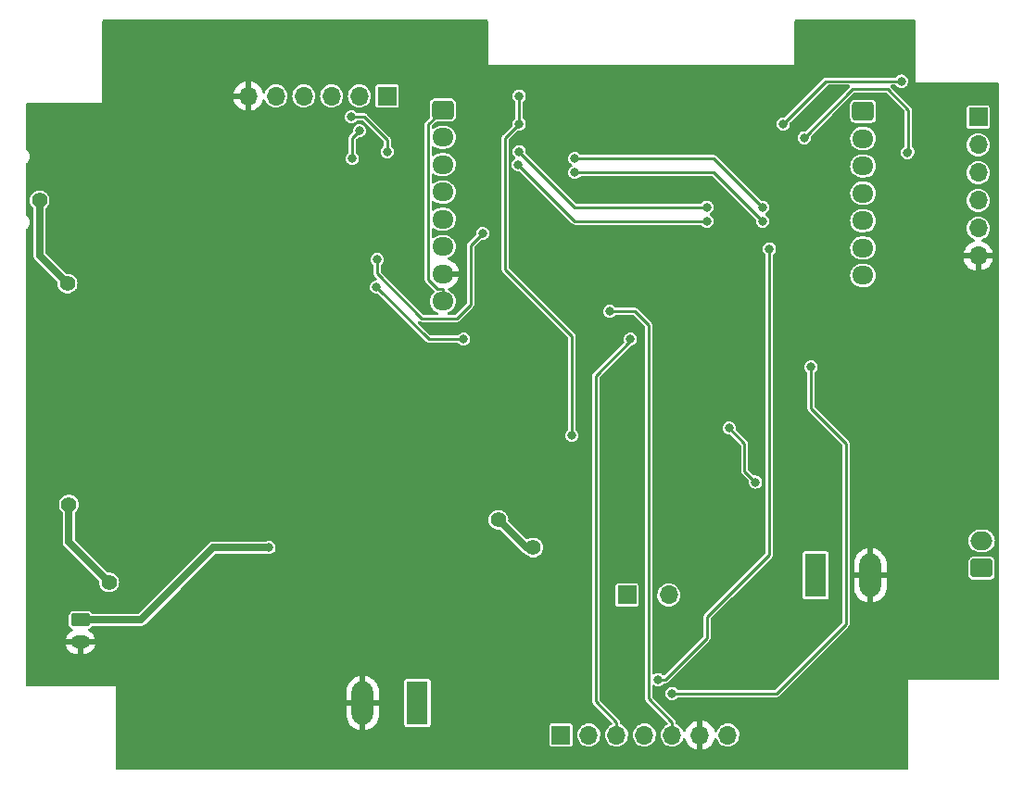
<source format=gbl>
G04 #@! TF.GenerationSoftware,KiCad,Pcbnew,(6.0.4)*
G04 #@! TF.CreationDate,2022-05-21T11:57:54-05:00*
G04 #@! TF.ProjectId,REEL,5245454c-2e6b-4696-9361-645f70636258,rev?*
G04 #@! TF.SameCoordinates,Original*
G04 #@! TF.FileFunction,Copper,L2,Bot*
G04 #@! TF.FilePolarity,Positive*
%FSLAX46Y46*%
G04 Gerber Fmt 4.6, Leading zero omitted, Abs format (unit mm)*
G04 Created by KiCad (PCBNEW (6.0.4)) date 2022-05-21 11:57:54*
%MOMM*%
%LPD*%
G01*
G04 APERTURE LIST*
G04 Aperture macros list*
%AMRoundRect*
0 Rectangle with rounded corners*
0 $1 Rounding radius*
0 $2 $3 $4 $5 $6 $7 $8 $9 X,Y pos of 4 corners*
0 Add a 4 corners polygon primitive as box body*
4,1,4,$2,$3,$4,$5,$6,$7,$8,$9,$2,$3,0*
0 Add four circle primitives for the rounded corners*
1,1,$1+$1,$2,$3*
1,1,$1+$1,$4,$5*
1,1,$1+$1,$6,$7*
1,1,$1+$1,$8,$9*
0 Add four rect primitives between the rounded corners*
20,1,$1+$1,$2,$3,$4,$5,0*
20,1,$1+$1,$4,$5,$6,$7,0*
20,1,$1+$1,$6,$7,$8,$9,0*
20,1,$1+$1,$8,$9,$2,$3,0*%
G04 Aperture macros list end*
G04 #@! TA.AperFunction,ComponentPad*
%ADD10O,1.980000X3.960000*%
G04 #@! TD*
G04 #@! TA.AperFunction,ComponentPad*
%ADD11R,1.980000X3.960000*%
G04 #@! TD*
G04 #@! TA.AperFunction,ComponentPad*
%ADD12R,1.700000X1.700000*%
G04 #@! TD*
G04 #@! TA.AperFunction,ComponentPad*
%ADD13O,1.700000X1.700000*%
G04 #@! TD*
G04 #@! TA.AperFunction,ComponentPad*
%ADD14O,1.950000X1.700000*%
G04 #@! TD*
G04 #@! TA.AperFunction,ComponentPad*
%ADD15RoundRect,0.250000X-0.725000X0.600000X-0.725000X-0.600000X0.725000X-0.600000X0.725000X0.600000X0*%
G04 #@! TD*
G04 #@! TA.AperFunction,ComponentPad*
%ADD16O,2.000000X1.700000*%
G04 #@! TD*
G04 #@! TA.AperFunction,ComponentPad*
%ADD17RoundRect,0.250000X0.750000X-0.600000X0.750000X0.600000X-0.750000X0.600000X-0.750000X-0.600000X0*%
G04 #@! TD*
G04 #@! TA.AperFunction,ComponentPad*
%ADD18O,1.750000X1.200000*%
G04 #@! TD*
G04 #@! TA.AperFunction,ComponentPad*
%ADD19RoundRect,0.250000X-0.625000X0.350000X-0.625000X-0.350000X0.625000X-0.350000X0.625000X0.350000X0*%
G04 #@! TD*
G04 #@! TA.AperFunction,ViaPad*
%ADD20C,0.800000*%
G04 #@! TD*
G04 #@! TA.AperFunction,ViaPad*
%ADD21C,1.400000*%
G04 #@! TD*
G04 #@! TA.AperFunction,Conductor*
%ADD22C,0.250000*%
G04 #@! TD*
G04 #@! TA.AperFunction,Conductor*
%ADD23C,0.700000*%
G04 #@! TD*
G04 APERTURE END LIST*
D10*
X114630000Y-109220000D03*
D11*
X109630000Y-109220000D03*
D12*
X86360000Y-123825000D03*
D13*
X88900000Y-123825000D03*
X91440000Y-123825000D03*
X93980000Y-123825000D03*
X96520000Y-123825000D03*
X99060000Y-123825000D03*
X101600000Y-123825000D03*
X57785000Y-65405000D03*
X60325000Y-65405000D03*
X62865000Y-65405000D03*
X65405000Y-65405000D03*
X67945000Y-65405000D03*
D12*
X70485000Y-65405000D03*
X92405200Y-111023400D03*
D13*
X96215200Y-111023400D03*
D10*
X68250000Y-120895000D03*
D11*
X73250000Y-120895000D03*
D14*
X75565000Y-84175000D03*
X75565000Y-81675000D03*
X75565000Y-79175000D03*
X75565000Y-76675000D03*
X75565000Y-74175000D03*
X75565000Y-71675000D03*
X75565000Y-69175000D03*
D15*
X75565000Y-66675000D03*
D14*
X113965000Y-81795000D03*
X113965000Y-79295000D03*
X113965000Y-76795000D03*
X113965000Y-74295000D03*
X113965000Y-71795000D03*
X113965000Y-69295000D03*
D15*
X113965000Y-66795000D03*
D13*
X124485000Y-80035000D03*
X124485000Y-77495000D03*
X124485000Y-74955000D03*
X124485000Y-72415000D03*
X124485000Y-69875000D03*
D12*
X124485000Y-67335000D03*
D16*
X124795000Y-106065000D03*
D17*
X124795000Y-108565000D03*
D18*
X42460000Y-115300000D03*
D19*
X42460000Y-113300000D03*
D20*
X80645000Y-85725000D03*
X71755000Y-76835000D03*
X103505000Y-117475000D03*
X100965000Y-107950000D03*
X104775000Y-117475000D03*
X58420000Y-113030000D03*
X57785000Y-97790000D03*
X70485000Y-76835000D03*
X56515000Y-97790000D03*
X59690000Y-114300000D03*
X98425000Y-106680000D03*
X100965000Y-106680000D03*
X99695000Y-107950000D03*
X70485000Y-75565000D03*
X79375000Y-86995000D03*
X114300000Y-88900000D03*
X81915000Y-86995000D03*
X58420000Y-114300000D03*
X99695000Y-106680000D03*
X102870000Y-113030000D03*
X103505000Y-118745000D03*
X98425000Y-107950000D03*
X81915000Y-85725000D03*
X101600000Y-113030000D03*
X104775000Y-118745000D03*
X113030000Y-123190000D03*
X59690000Y-111760000D03*
X59055000Y-97790000D03*
X111760000Y-88900000D03*
X114300000Y-121920000D03*
X80645000Y-86995000D03*
X111760000Y-121920000D03*
X114300000Y-90170000D03*
X58420000Y-111760000D03*
X79375000Y-85725000D03*
X71755000Y-75565000D03*
X113030000Y-88900000D03*
X59690000Y-113030000D03*
X114300000Y-123190000D03*
X69215000Y-75565000D03*
X102235000Y-118745000D03*
X111760000Y-123190000D03*
X111760000Y-90170000D03*
X102235000Y-117475000D03*
X56515000Y-99060000D03*
X113030000Y-90170000D03*
X57785000Y-99060000D03*
X69215000Y-76835000D03*
X113030000Y-121920000D03*
X59055000Y-99060000D03*
D21*
X83820000Y-106680000D03*
X80645000Y-104140000D03*
D20*
X82550000Y-65405000D03*
X87357500Y-96430000D03*
X82550000Y-67945000D03*
X70485000Y-70485000D03*
X67220500Y-67310000D03*
X82470000Y-71675000D03*
X99695000Y-76835000D03*
X67945000Y-68580000D03*
X79210250Y-77940250D03*
X67310000Y-71120000D03*
X69572600Y-80353600D03*
X99695000Y-75565000D03*
X82550000Y-70485000D03*
X77470000Y-87630000D03*
X69519200Y-82854200D03*
X104775000Y-75565000D03*
X87630000Y-71120000D03*
X92710000Y-87630000D03*
X109220000Y-90170000D03*
X96520000Y-120015000D03*
X105410000Y-79375000D03*
X95250000Y-118745000D03*
X104140000Y-100695000D03*
X101725900Y-95759100D03*
X117475000Y-64045500D03*
X106680000Y-67945000D03*
X108585000Y-69215000D03*
X118015200Y-70579800D03*
X87630000Y-72390000D03*
X104775000Y-76835000D03*
D21*
X38735000Y-74930000D03*
X41275000Y-82550000D03*
D20*
X59690000Y-106680000D03*
D21*
X41398600Y-102746400D03*
X45085000Y-109855000D03*
D20*
X90826700Y-85090000D03*
D22*
X74240400Y-67999600D02*
X75565000Y-66675000D01*
X75050800Y-82999700D02*
X74240400Y-82189300D01*
D23*
X83185000Y-106680000D02*
X83820000Y-106680000D01*
D22*
X75565000Y-84175000D02*
X75565000Y-82999700D01*
X74240400Y-82189300D02*
X74240400Y-67999600D01*
X75565000Y-82999700D02*
X75050800Y-82999700D01*
D23*
X80645000Y-104140000D02*
X83185000Y-106680000D01*
D22*
X81280000Y-81280000D02*
X87357500Y-87357500D01*
X81280000Y-69215000D02*
X81280000Y-81280000D01*
X82550000Y-67945000D02*
X82550000Y-65405000D01*
X82550000Y-67945000D02*
X81280000Y-69215000D01*
X87357500Y-87357500D02*
X87357500Y-96430000D01*
X67220500Y-67310000D02*
X68421250Y-67310000D01*
X87630000Y-76835000D02*
X99695000Y-76835000D01*
X68421250Y-67310000D02*
X70485000Y-69373750D01*
X82470000Y-71675000D02*
X87630000Y-76835000D01*
X70485000Y-69373750D02*
X70485000Y-70485000D01*
X76835000Y-85725000D02*
X73660000Y-85725000D01*
X69572600Y-81637600D02*
X69572600Y-80353600D01*
X78105000Y-84455000D02*
X76835000Y-85725000D01*
X79210250Y-77940250D02*
X78105000Y-79045500D01*
X67310000Y-71120000D02*
X67310000Y-69215000D01*
X67310000Y-69215000D02*
X67945000Y-68580000D01*
X78105000Y-79045500D02*
X78105000Y-84455000D01*
X73660000Y-85725000D02*
X69572600Y-81637600D01*
X87630000Y-75565000D02*
X99695000Y-75565000D01*
X82550000Y-70485000D02*
X87630000Y-75565000D01*
X69519200Y-82854200D02*
X74295000Y-87630000D01*
X74295000Y-87630000D02*
X77470000Y-87630000D01*
X87630000Y-71120000D02*
X100330000Y-71120000D01*
X100330000Y-71120000D02*
X104775000Y-75565000D01*
X89535000Y-90958700D02*
X89535000Y-120744700D01*
X91440000Y-122649700D02*
X91440000Y-123825000D01*
X92710000Y-87630000D02*
X92710000Y-87783700D01*
X92710000Y-87783700D02*
X89535000Y-90958700D01*
X89535000Y-120744700D02*
X91440000Y-122649700D01*
X109220000Y-94003600D02*
X109220000Y-90170000D01*
X112395000Y-113665000D02*
X112395000Y-97178600D01*
X112395000Y-97178600D02*
X109220000Y-94003600D01*
X96520000Y-120015000D02*
X106045000Y-120015000D01*
X106045000Y-120015000D02*
X112395000Y-113665000D01*
X105410000Y-107315000D02*
X105410000Y-79375000D01*
X99695000Y-113030000D02*
X105410000Y-107315000D01*
X99695000Y-114935000D02*
X99695000Y-113030000D01*
X95250000Y-118745000D02*
X95885000Y-118745000D01*
X95885000Y-118745000D02*
X99695000Y-114935000D01*
X103140000Y-97173200D02*
X101725900Y-95759100D01*
X103140000Y-99695000D02*
X103140000Y-97173200D01*
X104140000Y-100695000D02*
X103140000Y-99695000D01*
X110579500Y-64045500D02*
X106680000Y-67945000D01*
X117475000Y-64045500D02*
X110579500Y-64045500D01*
X118110000Y-66675000D02*
X118110000Y-70485000D01*
X108585000Y-69215000D02*
X113030000Y-64770000D01*
X113030000Y-64770000D02*
X116205000Y-64770000D01*
D23*
X118110000Y-70485000D02*
X118015200Y-70579800D01*
D22*
X116205000Y-64770000D02*
X118110000Y-66675000D01*
X87630000Y-72390000D02*
X100330000Y-72390000D01*
X100330000Y-72390000D02*
X104775000Y-76835000D01*
D23*
X38735000Y-74930000D02*
X38735000Y-80010000D01*
X38735000Y-80010000D02*
X41275000Y-82550000D01*
X54598200Y-106680000D02*
X47978200Y-113300000D01*
X59690000Y-106680000D02*
X54598200Y-106680000D01*
X47978200Y-113300000D02*
X42460000Y-113300000D01*
X41398600Y-106168600D02*
X41398600Y-102746400D01*
X45085000Y-109855000D02*
X41398600Y-106168600D01*
D22*
X90826700Y-85090000D02*
X93106100Y-85090000D01*
X96520000Y-122649700D02*
X96520000Y-123825000D01*
X93106100Y-85090000D02*
X94376100Y-86360000D01*
X94376100Y-120505800D02*
X96520000Y-122649700D01*
X94376100Y-86360000D02*
X94376100Y-120505800D01*
G04 #@! TA.AperFunction,Conductor*
G36*
X79640921Y-58440002D02*
G01*
X79687414Y-58493658D01*
X79698800Y-58546000D01*
X79698800Y-62552000D01*
X107698800Y-62552000D01*
X107698800Y-58546000D01*
X107718802Y-58477879D01*
X107772458Y-58431386D01*
X107824800Y-58420000D01*
X118619000Y-58420000D01*
X118687121Y-58440002D01*
X118733614Y-58493658D01*
X118745000Y-58546000D01*
X118745000Y-64135000D01*
X126239000Y-64135000D01*
X126307121Y-64155002D01*
X126353614Y-64208658D01*
X126365000Y-64261000D01*
X126365000Y-118619000D01*
X126344998Y-118687121D01*
X126291342Y-118733614D01*
X126239000Y-118745000D01*
X118110000Y-118745000D01*
X118110000Y-126874000D01*
X118089998Y-126942121D01*
X118036342Y-126988614D01*
X117984000Y-127000000D01*
X45846000Y-127000000D01*
X45777879Y-126979998D01*
X45731386Y-126926342D01*
X45720000Y-126874000D01*
X45720000Y-124694748D01*
X85309500Y-124694748D01*
X85310707Y-124700816D01*
X85314331Y-124719033D01*
X85321133Y-124753231D01*
X85365448Y-124819552D01*
X85431769Y-124863867D01*
X85443938Y-124866288D01*
X85443939Y-124866288D01*
X85484184Y-124874293D01*
X85490252Y-124875500D01*
X87229748Y-124875500D01*
X87235816Y-124874293D01*
X87276061Y-124866288D01*
X87276062Y-124866288D01*
X87288231Y-124863867D01*
X87354552Y-124819552D01*
X87398867Y-124753231D01*
X87405670Y-124719033D01*
X87409293Y-124700816D01*
X87410500Y-124694748D01*
X87410500Y-123810262D01*
X87844520Y-123810262D01*
X87861759Y-124015553D01*
X87863458Y-124021478D01*
X87909395Y-124181678D01*
X87918544Y-124213586D01*
X87921359Y-124219063D01*
X87921360Y-124219066D01*
X88008293Y-124388220D01*
X88012712Y-124396818D01*
X88140677Y-124558270D01*
X88145370Y-124562264D01*
X88145371Y-124562265D01*
X88219541Y-124625388D01*
X88297564Y-124691791D01*
X88302942Y-124694797D01*
X88302944Y-124694798D01*
X88385722Y-124741061D01*
X88477398Y-124792297D01*
X88561280Y-124819552D01*
X88667471Y-124854056D01*
X88667475Y-124854057D01*
X88673329Y-124855959D01*
X88877894Y-124880351D01*
X88884029Y-124879879D01*
X88884031Y-124879879D01*
X88940939Y-124875500D01*
X89083300Y-124864546D01*
X89089230Y-124862890D01*
X89089232Y-124862890D01*
X89275797Y-124810800D01*
X89275796Y-124810800D01*
X89281725Y-124809145D01*
X89287214Y-124806372D01*
X89287220Y-124806370D01*
X89419952Y-124739322D01*
X89465610Y-124716258D01*
X89481345Y-124703965D01*
X89623101Y-124593213D01*
X89627951Y-124589424D01*
X89634114Y-124582285D01*
X89758540Y-124438134D01*
X89758540Y-124438133D01*
X89762564Y-124433472D01*
X89783387Y-124396818D01*
X89801056Y-124365714D01*
X89864323Y-124254344D01*
X89929351Y-124058863D01*
X89955171Y-123854474D01*
X89955583Y-123825000D01*
X89935480Y-123619970D01*
X89875935Y-123422749D01*
X89779218Y-123240849D01*
X89671659Y-123108969D01*
X89652906Y-123085975D01*
X89652903Y-123085972D01*
X89649011Y-123081200D01*
X89619727Y-123056974D01*
X89495025Y-122953811D01*
X89495021Y-122953809D01*
X89490275Y-122949882D01*
X89309055Y-122851897D01*
X89112254Y-122790977D01*
X89106129Y-122790333D01*
X89106128Y-122790333D01*
X88913498Y-122770087D01*
X88913496Y-122770087D01*
X88907369Y-122769443D01*
X88820529Y-122777346D01*
X88708342Y-122787555D01*
X88708339Y-122787556D01*
X88702203Y-122788114D01*
X88504572Y-122846280D01*
X88499107Y-122849137D01*
X88416981Y-122892072D01*
X88322002Y-122941726D01*
X88317201Y-122945586D01*
X88317198Y-122945588D01*
X88167077Y-123066288D01*
X88161447Y-123070815D01*
X88029024Y-123228630D01*
X88026056Y-123234028D01*
X88026053Y-123234033D01*
X87963403Y-123347994D01*
X87929776Y-123409162D01*
X87867484Y-123605532D01*
X87866798Y-123611649D01*
X87866797Y-123611653D01*
X87847636Y-123782484D01*
X87844520Y-123810262D01*
X87410500Y-123810262D01*
X87410500Y-122955252D01*
X87398867Y-122896769D01*
X87354552Y-122830448D01*
X87288231Y-122786133D01*
X87276062Y-122783712D01*
X87276061Y-122783712D01*
X87235816Y-122775707D01*
X87229748Y-122774500D01*
X85490252Y-122774500D01*
X85484184Y-122775707D01*
X85443939Y-122783712D01*
X85443938Y-122783712D01*
X85431769Y-122786133D01*
X85365448Y-122830448D01*
X85321133Y-122896769D01*
X85309500Y-122955252D01*
X85309500Y-124694748D01*
X45720000Y-124694748D01*
X45720000Y-121944857D01*
X66752000Y-121944857D01*
X66752212Y-121950030D01*
X66766626Y-122125350D01*
X66768309Y-122135512D01*
X66825800Y-122364396D01*
X66829121Y-122374151D01*
X66923218Y-122590557D01*
X66928096Y-122599655D01*
X67056273Y-122797787D01*
X67062563Y-122805956D01*
X67221387Y-122980501D01*
X67228920Y-122987526D01*
X67414120Y-123133787D01*
X67422707Y-123139492D01*
X67629297Y-123253536D01*
X67638709Y-123257766D01*
X67861156Y-123336539D01*
X67871127Y-123339173D01*
X67978163Y-123358239D01*
X67991460Y-123356779D01*
X67995591Y-123343534D01*
X68504000Y-123343534D01*
X68507918Y-123356878D01*
X68522194Y-123358865D01*
X68593236Y-123347994D01*
X68603263Y-123345605D01*
X68827570Y-123272291D01*
X68837079Y-123268294D01*
X69046395Y-123159331D01*
X69055120Y-123153837D01*
X69243835Y-123012146D01*
X69251542Y-123005303D01*
X69357191Y-122894748D01*
X72059500Y-122894748D01*
X72071133Y-122953231D01*
X72115448Y-123019552D01*
X72181769Y-123063867D01*
X72193938Y-123066288D01*
X72193939Y-123066288D01*
X72234184Y-123074293D01*
X72240252Y-123075500D01*
X74259748Y-123075500D01*
X74265816Y-123074293D01*
X74306061Y-123066288D01*
X74306062Y-123066288D01*
X74318231Y-123063867D01*
X74384552Y-123019552D01*
X74428867Y-122953231D01*
X74440500Y-122894748D01*
X74440500Y-120773507D01*
X89205736Y-120773507D01*
X89208590Y-120784156D01*
X89215491Y-120809910D01*
X89217870Y-120820642D01*
X89224412Y-120857745D01*
X89229923Y-120867290D01*
X89231115Y-120870566D01*
X89232592Y-120873734D01*
X89235446Y-120884384D01*
X89241770Y-120893415D01*
X89257055Y-120915244D01*
X89262961Y-120924515D01*
X89273265Y-120942361D01*
X89281806Y-120957155D01*
X89290251Y-120964241D01*
X89310682Y-120981385D01*
X89318785Y-120988811D01*
X91009758Y-122679784D01*
X91043784Y-122742096D01*
X91038719Y-122812911D01*
X90996172Y-122869747D01*
X90979039Y-122880540D01*
X90956981Y-122892072D01*
X90862002Y-122941726D01*
X90857201Y-122945586D01*
X90857198Y-122945588D01*
X90707077Y-123066288D01*
X90701447Y-123070815D01*
X90569024Y-123228630D01*
X90566056Y-123234028D01*
X90566053Y-123234033D01*
X90503403Y-123347994D01*
X90469776Y-123409162D01*
X90407484Y-123605532D01*
X90406798Y-123611649D01*
X90406797Y-123611653D01*
X90387636Y-123782484D01*
X90384520Y-123810262D01*
X90401759Y-124015553D01*
X90403458Y-124021478D01*
X90449395Y-124181678D01*
X90458544Y-124213586D01*
X90461359Y-124219063D01*
X90461360Y-124219066D01*
X90548293Y-124388220D01*
X90552712Y-124396818D01*
X90680677Y-124558270D01*
X90685370Y-124562264D01*
X90685371Y-124562265D01*
X90759541Y-124625388D01*
X90837564Y-124691791D01*
X90842942Y-124694797D01*
X90842944Y-124694798D01*
X90925722Y-124741061D01*
X91017398Y-124792297D01*
X91101280Y-124819552D01*
X91207471Y-124854056D01*
X91207475Y-124854057D01*
X91213329Y-124855959D01*
X91417894Y-124880351D01*
X91424029Y-124879879D01*
X91424031Y-124879879D01*
X91480939Y-124875500D01*
X91623300Y-124864546D01*
X91629230Y-124862890D01*
X91629232Y-124862890D01*
X91815797Y-124810800D01*
X91815796Y-124810800D01*
X91821725Y-124809145D01*
X91827214Y-124806372D01*
X91827220Y-124806370D01*
X91959952Y-124739322D01*
X92005610Y-124716258D01*
X92021345Y-124703965D01*
X92163101Y-124593213D01*
X92167951Y-124589424D01*
X92174114Y-124582285D01*
X92298540Y-124438134D01*
X92298540Y-124438133D01*
X92302564Y-124433472D01*
X92323387Y-124396818D01*
X92341056Y-124365714D01*
X92404323Y-124254344D01*
X92469351Y-124058863D01*
X92495171Y-123854474D01*
X92495583Y-123825000D01*
X92494138Y-123810262D01*
X92924520Y-123810262D01*
X92941759Y-124015553D01*
X92943458Y-124021478D01*
X92989395Y-124181678D01*
X92998544Y-124213586D01*
X93001359Y-124219063D01*
X93001360Y-124219066D01*
X93088293Y-124388220D01*
X93092712Y-124396818D01*
X93220677Y-124558270D01*
X93225370Y-124562264D01*
X93225371Y-124562265D01*
X93299541Y-124625388D01*
X93377564Y-124691791D01*
X93382942Y-124694797D01*
X93382944Y-124694798D01*
X93465722Y-124741061D01*
X93557398Y-124792297D01*
X93641280Y-124819552D01*
X93747471Y-124854056D01*
X93747475Y-124854057D01*
X93753329Y-124855959D01*
X93957894Y-124880351D01*
X93964029Y-124879879D01*
X93964031Y-124879879D01*
X94020939Y-124875500D01*
X94163300Y-124864546D01*
X94169230Y-124862890D01*
X94169232Y-124862890D01*
X94355797Y-124810800D01*
X94355796Y-124810800D01*
X94361725Y-124809145D01*
X94367214Y-124806372D01*
X94367220Y-124806370D01*
X94499952Y-124739322D01*
X94545610Y-124716258D01*
X94561345Y-124703965D01*
X94703101Y-124593213D01*
X94707951Y-124589424D01*
X94714114Y-124582285D01*
X94838540Y-124438134D01*
X94838540Y-124438133D01*
X94842564Y-124433472D01*
X94863387Y-124396818D01*
X94881056Y-124365714D01*
X94944323Y-124254344D01*
X95009351Y-124058863D01*
X95035171Y-123854474D01*
X95035583Y-123825000D01*
X95015480Y-123619970D01*
X94955935Y-123422749D01*
X94859218Y-123240849D01*
X94751659Y-123108969D01*
X94732906Y-123085975D01*
X94732903Y-123085972D01*
X94729011Y-123081200D01*
X94699727Y-123056974D01*
X94575025Y-122953811D01*
X94575021Y-122953809D01*
X94570275Y-122949882D01*
X94389055Y-122851897D01*
X94192254Y-122790977D01*
X94186129Y-122790333D01*
X94186128Y-122790333D01*
X93993498Y-122770087D01*
X93993496Y-122770087D01*
X93987369Y-122769443D01*
X93900529Y-122777346D01*
X93788342Y-122787555D01*
X93788339Y-122787556D01*
X93782203Y-122788114D01*
X93584572Y-122846280D01*
X93579107Y-122849137D01*
X93496981Y-122892072D01*
X93402002Y-122941726D01*
X93397201Y-122945586D01*
X93397198Y-122945588D01*
X93247077Y-123066288D01*
X93241447Y-123070815D01*
X93109024Y-123228630D01*
X93106056Y-123234028D01*
X93106053Y-123234033D01*
X93043403Y-123347994D01*
X93009776Y-123409162D01*
X92947484Y-123605532D01*
X92946798Y-123611649D01*
X92946797Y-123611653D01*
X92927636Y-123782484D01*
X92924520Y-123810262D01*
X92494138Y-123810262D01*
X92475480Y-123619970D01*
X92415935Y-123422749D01*
X92319218Y-123240849D01*
X92211659Y-123108969D01*
X92192906Y-123085975D01*
X92192903Y-123085972D01*
X92189011Y-123081200D01*
X92159727Y-123056974D01*
X92035025Y-122953811D01*
X92035021Y-122953809D01*
X92030275Y-122949882D01*
X91849055Y-122851897D01*
X91843167Y-122850074D01*
X91842676Y-122849868D01*
X91787628Y-122805033D01*
X91765500Y-122733712D01*
X91765500Y-122669410D01*
X91765980Y-122658428D01*
X91768303Y-122631880D01*
X91768303Y-122631878D01*
X91769264Y-122620893D01*
X91759508Y-122584485D01*
X91757130Y-122573758D01*
X91752502Y-122547512D01*
X91750588Y-122536655D01*
X91745077Y-122527110D01*
X91743885Y-122523834D01*
X91742408Y-122520666D01*
X91739554Y-122510016D01*
X91717943Y-122479153D01*
X91712039Y-122469885D01*
X91698707Y-122446794D01*
X91698706Y-122446793D01*
X91693194Y-122437245D01*
X91664317Y-122413015D01*
X91656215Y-122405589D01*
X89897405Y-120646779D01*
X89863379Y-120584467D01*
X89860500Y-120557684D01*
X89860500Y-111893148D01*
X91354700Y-111893148D01*
X91355907Y-111899216D01*
X91359531Y-111917433D01*
X91366333Y-111951631D01*
X91410648Y-112017952D01*
X91476969Y-112062267D01*
X91489138Y-112064688D01*
X91489139Y-112064688D01*
X91529384Y-112072693D01*
X91535452Y-112073900D01*
X93274948Y-112073900D01*
X93281016Y-112072693D01*
X93321261Y-112064688D01*
X93321262Y-112064688D01*
X93333431Y-112062267D01*
X93399752Y-112017952D01*
X93444067Y-111951631D01*
X93450870Y-111917433D01*
X93454493Y-111899216D01*
X93455700Y-111893148D01*
X93455700Y-110153652D01*
X93444067Y-110095169D01*
X93399752Y-110028848D01*
X93333431Y-109984533D01*
X93321262Y-109982112D01*
X93321261Y-109982112D01*
X93281016Y-109974107D01*
X93274948Y-109972900D01*
X91535452Y-109972900D01*
X91529384Y-109974107D01*
X91489139Y-109982112D01*
X91489138Y-109982112D01*
X91476969Y-109984533D01*
X91410648Y-110028848D01*
X91366333Y-110095169D01*
X91354700Y-110153652D01*
X91354700Y-111893148D01*
X89860500Y-111893148D01*
X89860500Y-91145716D01*
X89880502Y-91077595D01*
X89897405Y-91056621D01*
X92689365Y-88264661D01*
X92751677Y-88230635D01*
X92762007Y-88228835D01*
X92866762Y-88215044D01*
X93012841Y-88154536D01*
X93138282Y-88058282D01*
X93234536Y-87932841D01*
X93295044Y-87786762D01*
X93315682Y-87630000D01*
X93295044Y-87473238D01*
X93234536Y-87327159D01*
X93138282Y-87201718D01*
X93106962Y-87177685D01*
X93019392Y-87110491D01*
X93012841Y-87105464D01*
X92866762Y-87044956D01*
X92710000Y-87024318D01*
X92553238Y-87044956D01*
X92407159Y-87105464D01*
X92400608Y-87110491D01*
X92313039Y-87177685D01*
X92281718Y-87201718D01*
X92185464Y-87327159D01*
X92124956Y-87473238D01*
X92104318Y-87630000D01*
X92124956Y-87786762D01*
X92128116Y-87794391D01*
X92128372Y-87795009D01*
X92128432Y-87795572D01*
X92130254Y-87802370D01*
X92129194Y-87802654D01*
X92135958Y-87865599D01*
X92101056Y-87932318D01*
X89318785Y-90714589D01*
X89310681Y-90722016D01*
X89281806Y-90746245D01*
X89276293Y-90755794D01*
X89262961Y-90778885D01*
X89257055Y-90788156D01*
X89235446Y-90819016D01*
X89232592Y-90829666D01*
X89231115Y-90832834D01*
X89229923Y-90836110D01*
X89224412Y-90845655D01*
X89218462Y-90879399D01*
X89217870Y-90882758D01*
X89215492Y-90893485D01*
X89205736Y-90929893D01*
X89206697Y-90940878D01*
X89206697Y-90940880D01*
X89209020Y-90967428D01*
X89209500Y-90978410D01*
X89209500Y-120724990D01*
X89209020Y-120735972D01*
X89205736Y-120773507D01*
X74440500Y-120773507D01*
X74440500Y-118895252D01*
X74428867Y-118836769D01*
X74384552Y-118770448D01*
X74318231Y-118726133D01*
X74306062Y-118723712D01*
X74306061Y-118723712D01*
X74265816Y-118715707D01*
X74259748Y-118714500D01*
X72240252Y-118714500D01*
X72234184Y-118715707D01*
X72193939Y-118723712D01*
X72193938Y-118723712D01*
X72181769Y-118726133D01*
X72115448Y-118770448D01*
X72071133Y-118836769D01*
X72059500Y-118895252D01*
X72059500Y-122894748D01*
X69357191Y-122894748D01*
X69414584Y-122834690D01*
X69421067Y-122826684D01*
X69554057Y-122631726D01*
X69559143Y-122622774D01*
X69658506Y-122408715D01*
X69662060Y-122399055D01*
X69725130Y-122171631D01*
X69727057Y-122161527D01*
X69747644Y-121968898D01*
X69748000Y-121962206D01*
X69748000Y-121167115D01*
X69743525Y-121151876D01*
X69742135Y-121150671D01*
X69734452Y-121149000D01*
X68522115Y-121149000D01*
X68506876Y-121153475D01*
X68505671Y-121154865D01*
X68504000Y-121162548D01*
X68504000Y-123343534D01*
X67995591Y-123343534D01*
X67996000Y-123342222D01*
X67996000Y-121167115D01*
X67991525Y-121151876D01*
X67990135Y-121150671D01*
X67982452Y-121149000D01*
X66770115Y-121149000D01*
X66754876Y-121153475D01*
X66753671Y-121154865D01*
X66752000Y-121162548D01*
X66752000Y-121944857D01*
X45720000Y-121944857D01*
X45720000Y-120622885D01*
X66752000Y-120622885D01*
X66756475Y-120638124D01*
X66757865Y-120639329D01*
X66765548Y-120641000D01*
X67977885Y-120641000D01*
X67993124Y-120636525D01*
X67994329Y-120635135D01*
X67996000Y-120627452D01*
X67996000Y-120622885D01*
X68504000Y-120622885D01*
X68508475Y-120638124D01*
X68509865Y-120639329D01*
X68517548Y-120641000D01*
X69729885Y-120641000D01*
X69745124Y-120636525D01*
X69746329Y-120635135D01*
X69748000Y-120627452D01*
X69748000Y-119845143D01*
X69747788Y-119839970D01*
X69733374Y-119664650D01*
X69731691Y-119654488D01*
X69674200Y-119425604D01*
X69670879Y-119415849D01*
X69576782Y-119199443D01*
X69571904Y-119190345D01*
X69443727Y-118992213D01*
X69437437Y-118984044D01*
X69278613Y-118809499D01*
X69271080Y-118802474D01*
X69085880Y-118656213D01*
X69077293Y-118650508D01*
X68870703Y-118536464D01*
X68861291Y-118532234D01*
X68638844Y-118453461D01*
X68628873Y-118450827D01*
X68521837Y-118431761D01*
X68508540Y-118433221D01*
X68504000Y-118447778D01*
X68504000Y-120622885D01*
X67996000Y-120622885D01*
X67996000Y-118446466D01*
X67992082Y-118433122D01*
X67977806Y-118431135D01*
X67906764Y-118442006D01*
X67896737Y-118444395D01*
X67672430Y-118517709D01*
X67662921Y-118521706D01*
X67453605Y-118630669D01*
X67444880Y-118636163D01*
X67256165Y-118777854D01*
X67248458Y-118784697D01*
X67085416Y-118955310D01*
X67078933Y-118963316D01*
X66945943Y-119158274D01*
X66940857Y-119167226D01*
X66841494Y-119381285D01*
X66837940Y-119390945D01*
X66774870Y-119618369D01*
X66772943Y-119628473D01*
X66752356Y-119821102D01*
X66752000Y-119827794D01*
X66752000Y-120622885D01*
X45720000Y-120622885D01*
X45720000Y-119380000D01*
X37591000Y-119380000D01*
X37522879Y-119359998D01*
X37476386Y-119306342D01*
X37465000Y-119254000D01*
X37465000Y-115567399D01*
X41109712Y-115567399D01*
X41131194Y-115656537D01*
X41135083Y-115667832D01*
X41217629Y-115849382D01*
X41223576Y-115859724D01*
X41338968Y-116022397D01*
X41346761Y-116031425D01*
X41490831Y-116169342D01*
X41500196Y-116176738D01*
X41667741Y-116284921D01*
X41678345Y-116290417D01*
X41863312Y-116364961D01*
X41874770Y-116368355D01*
X42071928Y-116406857D01*
X42080791Y-116407934D01*
X42083500Y-116408000D01*
X42187885Y-116408000D01*
X42203124Y-116403525D01*
X42204329Y-116402135D01*
X42206000Y-116394452D01*
X42206000Y-116389885D01*
X42714000Y-116389885D01*
X42718475Y-116405124D01*
X42719865Y-116406329D01*
X42727548Y-116408000D01*
X42784832Y-116408000D01*
X42790808Y-116407715D01*
X42939494Y-116393529D01*
X42951228Y-116391270D01*
X43142599Y-116335128D01*
X43153675Y-116330698D01*
X43330978Y-116239381D01*
X43341024Y-116232931D01*
X43497857Y-116109738D01*
X43506506Y-116101501D01*
X43637212Y-115950877D01*
X43644147Y-115941153D01*
X43744010Y-115768533D01*
X43748984Y-115757669D01*
X43814407Y-115569273D01*
X43814648Y-115568284D01*
X43813180Y-115557992D01*
X43799615Y-115554000D01*
X42732115Y-115554000D01*
X42716876Y-115558475D01*
X42715671Y-115559865D01*
X42714000Y-115567548D01*
X42714000Y-116389885D01*
X42206000Y-116389885D01*
X42206000Y-115572115D01*
X42201525Y-115556876D01*
X42200135Y-115555671D01*
X42192452Y-115554000D01*
X41124598Y-115554000D01*
X41111067Y-115557973D01*
X41109712Y-115567399D01*
X37465000Y-115567399D01*
X37465000Y-115031716D01*
X41105352Y-115031716D01*
X41106820Y-115042008D01*
X41120385Y-115046000D01*
X43795402Y-115046000D01*
X43808933Y-115042027D01*
X43810288Y-115032601D01*
X43788806Y-114943463D01*
X43784917Y-114932168D01*
X43702371Y-114750618D01*
X43696424Y-114740276D01*
X43581032Y-114577603D01*
X43573239Y-114568575D01*
X43429169Y-114430658D01*
X43419804Y-114423262D01*
X43252259Y-114315079D01*
X43241659Y-114309585D01*
X43237372Y-114307857D01*
X43181667Y-114263840D01*
X43158603Y-114196694D01*
X43175502Y-114127738D01*
X43226999Y-114078864D01*
X43242722Y-114072111D01*
X43298184Y-114052634D01*
X43305754Y-114047042D01*
X43305757Y-114047041D01*
X43399579Y-113977742D01*
X43407150Y-113972150D01*
X43456590Y-113905214D01*
X43459230Y-113901640D01*
X43515791Y-113858730D01*
X43560581Y-113850500D01*
X47963207Y-113850500D01*
X47968484Y-113850611D01*
X48030494Y-113853210D01*
X48042048Y-113850500D01*
X48072862Y-113843273D01*
X48084533Y-113841110D01*
X48099429Y-113839069D01*
X48127632Y-113835206D01*
X48141430Y-113829235D01*
X48162699Y-113822201D01*
X48168975Y-113820729D01*
X48177336Y-113818768D01*
X48184861Y-113814631D01*
X48184864Y-113814630D01*
X48215468Y-113797805D01*
X48226113Y-113792589D01*
X48266055Y-113775305D01*
X48277741Y-113765842D01*
X48296326Y-113753354D01*
X48303718Y-113749290D01*
X48309508Y-113746107D01*
X48317622Y-113739103D01*
X48342158Y-113714567D01*
X48351959Y-113705742D01*
X48376592Y-113685794D01*
X48376593Y-113685793D01*
X48383270Y-113680386D01*
X48388243Y-113673388D01*
X48388248Y-113673383D01*
X48394168Y-113665052D01*
X48407779Y-113648946D01*
X51596213Y-110460512D01*
X54789319Y-107267405D01*
X54851631Y-107233379D01*
X54878414Y-107230500D01*
X59424779Y-107230500D01*
X59472995Y-107240090D01*
X59533238Y-107265044D01*
X59541426Y-107266122D01*
X59611619Y-107275363D01*
X59690000Y-107285682D01*
X59698188Y-107284604D01*
X59730805Y-107280310D01*
X59768381Y-107275363D01*
X59838574Y-107266122D01*
X59846762Y-107265044D01*
X59992841Y-107204536D01*
X60109268Y-107115199D01*
X60111736Y-107113305D01*
X60118282Y-107108282D01*
X60133418Y-107088557D01*
X60162134Y-107051133D01*
X60214536Y-106982841D01*
X60275044Y-106836762D01*
X60295682Y-106680000D01*
X60275044Y-106523238D01*
X60214536Y-106377159D01*
X60118282Y-106251718D01*
X59992841Y-106155464D01*
X59846762Y-106094956D01*
X59690000Y-106074318D01*
X59533238Y-106094956D01*
X59472995Y-106119910D01*
X59424779Y-106129500D01*
X54613193Y-106129500D01*
X54607917Y-106129389D01*
X54603510Y-106129204D01*
X54545906Y-106126790D01*
X54537541Y-106128752D01*
X54503538Y-106136727D01*
X54491867Y-106138890D01*
X54476971Y-106140931D01*
X54448768Y-106144794D01*
X54440884Y-106148206D01*
X54440883Y-106148206D01*
X54434970Y-106150765D01*
X54413701Y-106157799D01*
X54399064Y-106161232D01*
X54391539Y-106165369D01*
X54391536Y-106165370D01*
X54360932Y-106182195D01*
X54350287Y-106187411D01*
X54310345Y-106204695D01*
X54298659Y-106214158D01*
X54280075Y-106226645D01*
X54266892Y-106233893D01*
X54258778Y-106240897D01*
X54234242Y-106265433D01*
X54224441Y-106274258D01*
X54199808Y-106294206D01*
X54193130Y-106299614D01*
X54188157Y-106306612D01*
X54188152Y-106306617D01*
X54182232Y-106314948D01*
X54168621Y-106331054D01*
X47787081Y-112712595D01*
X47724769Y-112746621D01*
X47697986Y-112749500D01*
X43560581Y-112749500D01*
X43492460Y-112729498D01*
X43459230Y-112698360D01*
X43412742Y-112635421D01*
X43407150Y-112627850D01*
X43390206Y-112615335D01*
X43305757Y-112552959D01*
X43305754Y-112552958D01*
X43298184Y-112547366D01*
X43170369Y-112502481D01*
X43162723Y-112501758D01*
X43162722Y-112501758D01*
X43156752Y-112501194D01*
X43138834Y-112499500D01*
X41781166Y-112499500D01*
X41763248Y-112501194D01*
X41757278Y-112501758D01*
X41757277Y-112501758D01*
X41749631Y-112502481D01*
X41621816Y-112547366D01*
X41614246Y-112552958D01*
X41614243Y-112552959D01*
X41529794Y-112615335D01*
X41512850Y-112627850D01*
X41507258Y-112635421D01*
X41437959Y-112729243D01*
X41437958Y-112729246D01*
X41432366Y-112736816D01*
X41387481Y-112864631D01*
X41384500Y-112896166D01*
X41384500Y-113703834D01*
X41387481Y-113735369D01*
X41432366Y-113863184D01*
X41437958Y-113870754D01*
X41437959Y-113870757D01*
X41463410Y-113905214D01*
X41512850Y-113972150D01*
X41520421Y-113977742D01*
X41614243Y-114047041D01*
X41614246Y-114047042D01*
X41621816Y-114052634D01*
X41681831Y-114073709D01*
X41739475Y-114115152D01*
X41765564Y-114181181D01*
X41751813Y-114250834D01*
X41697774Y-114304608D01*
X41589023Y-114360619D01*
X41578976Y-114367069D01*
X41422143Y-114490262D01*
X41413494Y-114498499D01*
X41282788Y-114649123D01*
X41275853Y-114658847D01*
X41175990Y-114831467D01*
X41171016Y-114842331D01*
X41105593Y-115030727D01*
X41105352Y-115031716D01*
X37465000Y-115031716D01*
X37465000Y-102746400D01*
X40493140Y-102746400D01*
X40512926Y-102934656D01*
X40571421Y-103114684D01*
X40666067Y-103278616D01*
X40670485Y-103283523D01*
X40670486Y-103283524D01*
X40788312Y-103414383D01*
X40788315Y-103414385D01*
X40792729Y-103419288D01*
X40798072Y-103423170D01*
X40802976Y-103427585D01*
X40801717Y-103428984D01*
X40839517Y-103478008D01*
X40848100Y-103523717D01*
X40848100Y-106153607D01*
X40847989Y-106158883D01*
X40845390Y-106220894D01*
X40847352Y-106229259D01*
X40855327Y-106263262D01*
X40857490Y-106274933D01*
X40863394Y-106318032D01*
X40866806Y-106325916D01*
X40866806Y-106325917D01*
X40869365Y-106331830D01*
X40876399Y-106353099D01*
X40879832Y-106367736D01*
X40883969Y-106375261D01*
X40883970Y-106375264D01*
X40900795Y-106405868D01*
X40906011Y-106416513D01*
X40923295Y-106456455D01*
X40932758Y-106468141D01*
X40945245Y-106486725D01*
X40952493Y-106499908D01*
X40959497Y-106508022D01*
X40984033Y-106532558D01*
X40992858Y-106542359D01*
X41012806Y-106566992D01*
X41018214Y-106573670D01*
X41025212Y-106578643D01*
X41025217Y-106578648D01*
X41033548Y-106584568D01*
X41049654Y-106598179D01*
X42616446Y-108164970D01*
X44149115Y-109697639D01*
X44183141Y-109759951D01*
X44185330Y-109799903D01*
X44180230Y-109848433D01*
X44179540Y-109855000D01*
X44180230Y-109861565D01*
X44197812Y-110028848D01*
X44199326Y-110043256D01*
X44257821Y-110223284D01*
X44261124Y-110229006D01*
X44261125Y-110229007D01*
X44290335Y-110279600D01*
X44352467Y-110387216D01*
X44356885Y-110392123D01*
X44356886Y-110392124D01*
X44395018Y-110434473D01*
X44479129Y-110527888D01*
X44632270Y-110639151D01*
X44805197Y-110716144D01*
X44887863Y-110733715D01*
X44983897Y-110754128D01*
X44983901Y-110754128D01*
X44990354Y-110755500D01*
X45179646Y-110755500D01*
X45186099Y-110754128D01*
X45186103Y-110754128D01*
X45282137Y-110733715D01*
X45364803Y-110716144D01*
X45537730Y-110639151D01*
X45690871Y-110527888D01*
X45774983Y-110434473D01*
X45813114Y-110392124D01*
X45813115Y-110392123D01*
X45817533Y-110387216D01*
X45879665Y-110279600D01*
X45908875Y-110229007D01*
X45908876Y-110229006D01*
X45912179Y-110223284D01*
X45970674Y-110043256D01*
X45972189Y-110028848D01*
X45989770Y-109861565D01*
X45990460Y-109855000D01*
X45970674Y-109666744D01*
X45912179Y-109486716D01*
X45908059Y-109479579D01*
X45820836Y-109328505D01*
X45817533Y-109322784D01*
X45813114Y-109317876D01*
X45695286Y-109187015D01*
X45695284Y-109187014D01*
X45690871Y-109182112D01*
X45537730Y-109070849D01*
X45364803Y-108993856D01*
X45266788Y-108973022D01*
X45186103Y-108955872D01*
X45186099Y-108955872D01*
X45179646Y-108954500D01*
X45015215Y-108954500D01*
X44947094Y-108934498D01*
X44926120Y-108917595D01*
X41986005Y-105977481D01*
X41951979Y-105915169D01*
X41949100Y-105888386D01*
X41949100Y-104140000D01*
X79739540Y-104140000D01*
X79759326Y-104328256D01*
X79817821Y-104508284D01*
X79912467Y-104672216D01*
X80039129Y-104812888D01*
X80192270Y-104924151D01*
X80365197Y-105001144D01*
X80429882Y-105014893D01*
X80543897Y-105039128D01*
X80543901Y-105039128D01*
X80550354Y-105040500D01*
X80714785Y-105040500D01*
X80782906Y-105060502D01*
X80803880Y-105077405D01*
X82785130Y-107058655D01*
X82788783Y-107062464D01*
X82830799Y-107108156D01*
X82867797Y-107131095D01*
X82877548Y-107137797D01*
X82912216Y-107164112D01*
X82926193Y-107169646D01*
X82946202Y-107179709D01*
X82951688Y-107183111D01*
X82951692Y-107183113D01*
X82958986Y-107187635D01*
X82967228Y-107190029D01*
X82967231Y-107190031D01*
X83000784Y-107199779D01*
X83011997Y-107203618D01*
X83052453Y-107219635D01*
X83060997Y-107220533D01*
X83066954Y-107221996D01*
X83130535Y-107260048D01*
X83214129Y-107352888D01*
X83219468Y-107356767D01*
X83334906Y-107440637D01*
X83367270Y-107464151D01*
X83540197Y-107541144D01*
X83624726Y-107559111D01*
X83718897Y-107579128D01*
X83718901Y-107579128D01*
X83725354Y-107580500D01*
X83914646Y-107580500D01*
X83921099Y-107579128D01*
X83921103Y-107579128D01*
X84015274Y-107559111D01*
X84099803Y-107541144D01*
X84272730Y-107464151D01*
X84305095Y-107440637D01*
X84420532Y-107356767D01*
X84425871Y-107352888D01*
X84434049Y-107343806D01*
X84548114Y-107217124D01*
X84548115Y-107217123D01*
X84552533Y-107212216D01*
X84583303Y-107158920D01*
X84643875Y-107054007D01*
X84643876Y-107054006D01*
X84647179Y-107048284D01*
X84705674Y-106868256D01*
X84706833Y-106857234D01*
X84724770Y-106686565D01*
X84725460Y-106680000D01*
X84720997Y-106637533D01*
X84706364Y-106498307D01*
X84706364Y-106498305D01*
X84705674Y-106491744D01*
X84647179Y-106311716D01*
X84627283Y-106277254D01*
X84555836Y-106153505D01*
X84552533Y-106147784D01*
X84535970Y-106129389D01*
X84430286Y-106012015D01*
X84430284Y-106012014D01*
X84425871Y-106007112D01*
X84334292Y-105940576D01*
X84278072Y-105899730D01*
X84278071Y-105899729D01*
X84272730Y-105895849D01*
X84099803Y-105818856D01*
X84001788Y-105798022D01*
X83921103Y-105780872D01*
X83921099Y-105780872D01*
X83914646Y-105779500D01*
X83725354Y-105779500D01*
X83718901Y-105780872D01*
X83718897Y-105780872D01*
X83638212Y-105798022D01*
X83540197Y-105818856D01*
X83487564Y-105842290D01*
X83373306Y-105893161D01*
X83373302Y-105893163D01*
X83367270Y-105895849D01*
X83345502Y-105911664D01*
X83278638Y-105935522D01*
X83209486Y-105919443D01*
X83182347Y-105898823D01*
X81580885Y-104297361D01*
X81546859Y-104235049D01*
X81544670Y-104195097D01*
X81549770Y-104146567D01*
X81549770Y-104146565D01*
X81550460Y-104140000D01*
X81530674Y-103951744D01*
X81472179Y-103771716D01*
X81377533Y-103607784D01*
X81250871Y-103467112D01*
X81185047Y-103419288D01*
X81103072Y-103359730D01*
X81103071Y-103359729D01*
X81097730Y-103355849D01*
X80924803Y-103278856D01*
X80826788Y-103258022D01*
X80746103Y-103240872D01*
X80746099Y-103240872D01*
X80739646Y-103239500D01*
X80550354Y-103239500D01*
X80543901Y-103240872D01*
X80543897Y-103240872D01*
X80463212Y-103258022D01*
X80365197Y-103278856D01*
X80192270Y-103355849D01*
X80186929Y-103359729D01*
X80186928Y-103359730D01*
X80104953Y-103419288D01*
X80039129Y-103467112D01*
X79912467Y-103607784D01*
X79817821Y-103771716D01*
X79759326Y-103951744D01*
X79739540Y-104140000D01*
X41949100Y-104140000D01*
X41949100Y-103523717D01*
X41969102Y-103455596D01*
X41994874Y-103428307D01*
X41994224Y-103427585D01*
X41999128Y-103423170D01*
X42004471Y-103419288D01*
X42008885Y-103414385D01*
X42008888Y-103414383D01*
X42126714Y-103283524D01*
X42126715Y-103283523D01*
X42131133Y-103278616D01*
X42225779Y-103114684D01*
X42284274Y-102934656D01*
X42304060Y-102746400D01*
X42284274Y-102558144D01*
X42225779Y-102378116D01*
X42131133Y-102214184D01*
X42004471Y-102073512D01*
X41851330Y-101962249D01*
X41678403Y-101885256D01*
X41580388Y-101864422D01*
X41499703Y-101847272D01*
X41499699Y-101847272D01*
X41493246Y-101845900D01*
X41303954Y-101845900D01*
X41297501Y-101847272D01*
X41297497Y-101847272D01*
X41216812Y-101864422D01*
X41118797Y-101885256D01*
X40945870Y-101962249D01*
X40792729Y-102073512D01*
X40666067Y-102214184D01*
X40571421Y-102378116D01*
X40512926Y-102558144D01*
X40493140Y-102746400D01*
X37465000Y-102746400D01*
X37465000Y-77671534D01*
X37485002Y-77603413D01*
X37521915Y-77566162D01*
X37535720Y-77557111D01*
X37554685Y-77544677D01*
X37675040Y-77417628D01*
X37762939Y-77266298D01*
X37813667Y-77098807D01*
X37824503Y-76924138D01*
X37823155Y-76916290D01*
X37796106Y-76758875D01*
X37796105Y-76758873D01*
X37794866Y-76751660D01*
X37726346Y-76590627D01*
X37622617Y-76449676D01*
X37617039Y-76444937D01*
X37617036Y-76444934D01*
X37509421Y-76353509D01*
X37470456Y-76294160D01*
X37465000Y-76257484D01*
X37465000Y-74930000D01*
X37829540Y-74930000D01*
X37830230Y-74936565D01*
X37842900Y-75057111D01*
X37849326Y-75118256D01*
X37907821Y-75298284D01*
X38002467Y-75462216D01*
X38006885Y-75467123D01*
X38006886Y-75467124D01*
X38124712Y-75597983D01*
X38124715Y-75597985D01*
X38129129Y-75602888D01*
X38134472Y-75606770D01*
X38139376Y-75611185D01*
X38138117Y-75612584D01*
X38175917Y-75661608D01*
X38184500Y-75707317D01*
X38184500Y-79995007D01*
X38184389Y-80000283D01*
X38181790Y-80062294D01*
X38183752Y-80070659D01*
X38191727Y-80104662D01*
X38193890Y-80116333D01*
X38199794Y-80159432D01*
X38203206Y-80167316D01*
X38203206Y-80167317D01*
X38205765Y-80173230D01*
X38212799Y-80194499D01*
X38216232Y-80209136D01*
X38220369Y-80216661D01*
X38220370Y-80216664D01*
X38237195Y-80247268D01*
X38242411Y-80257913D01*
X38259695Y-80297855D01*
X38269158Y-80309541D01*
X38281645Y-80328125D01*
X38288893Y-80341308D01*
X38295897Y-80349422D01*
X38320433Y-80373958D01*
X38329258Y-80383759D01*
X38349206Y-80408392D01*
X38354614Y-80415070D01*
X38361612Y-80420043D01*
X38361617Y-80420048D01*
X38369948Y-80425968D01*
X38386054Y-80439579D01*
X40339115Y-82392640D01*
X40373141Y-82454952D01*
X40375330Y-82494904D01*
X40370230Y-82543433D01*
X40369540Y-82550000D01*
X40370230Y-82556565D01*
X40385897Y-82705626D01*
X40389326Y-82738256D01*
X40447821Y-82918284D01*
X40451124Y-82924006D01*
X40451125Y-82924007D01*
X40505733Y-83018591D01*
X40542467Y-83082216D01*
X40546885Y-83087123D01*
X40546886Y-83087124D01*
X40596733Y-83142484D01*
X40669129Y-83222888D01*
X40674468Y-83226767D01*
X40797991Y-83316511D01*
X40822270Y-83334151D01*
X40995197Y-83411144D01*
X41087380Y-83430738D01*
X41173897Y-83449128D01*
X41173901Y-83449128D01*
X41180354Y-83450500D01*
X41369646Y-83450500D01*
X41376099Y-83449128D01*
X41376103Y-83449128D01*
X41462620Y-83430738D01*
X41554803Y-83411144D01*
X41727730Y-83334151D01*
X41752010Y-83316511D01*
X41875532Y-83226767D01*
X41880871Y-83222888D01*
X41953268Y-83142484D01*
X42003114Y-83087124D01*
X42003115Y-83087123D01*
X42007533Y-83082216D01*
X42044267Y-83018591D01*
X42098875Y-82924007D01*
X42098876Y-82924006D01*
X42102179Y-82918284D01*
X42123001Y-82854200D01*
X68913518Y-82854200D01*
X68934156Y-83010962D01*
X68994664Y-83157041D01*
X69090918Y-83282482D01*
X69216359Y-83378736D01*
X69362438Y-83439244D01*
X69370626Y-83440322D01*
X69390755Y-83442972D01*
X69519200Y-83459882D01*
X69586043Y-83451082D01*
X69656190Y-83462021D01*
X69691583Y-83486909D01*
X74050889Y-87846215D01*
X74058316Y-87854319D01*
X74082545Y-87883194D01*
X74092094Y-87888707D01*
X74115185Y-87902039D01*
X74124456Y-87907945D01*
X74155316Y-87929554D01*
X74165967Y-87932408D01*
X74169140Y-87933888D01*
X74172412Y-87935079D01*
X74181955Y-87940588D01*
X74219076Y-87947134D01*
X74229783Y-87949508D01*
X74266193Y-87959263D01*
X74277168Y-87958303D01*
X74277170Y-87958303D01*
X74303731Y-87955979D01*
X74314712Y-87955500D01*
X76900714Y-87955500D01*
X76968835Y-87975502D01*
X77000677Y-88004796D01*
X77041718Y-88058282D01*
X77167159Y-88154536D01*
X77313238Y-88215044D01*
X77470000Y-88235682D01*
X77478188Y-88234604D01*
X77479609Y-88234417D01*
X77626762Y-88215044D01*
X77772841Y-88154536D01*
X77898282Y-88058282D01*
X77994536Y-87932841D01*
X78055044Y-87786762D01*
X78075682Y-87630000D01*
X78055044Y-87473238D01*
X77994536Y-87327159D01*
X77898282Y-87201718D01*
X77866962Y-87177685D01*
X77779392Y-87110491D01*
X77772841Y-87105464D01*
X77626762Y-87044956D01*
X77470000Y-87024318D01*
X77313238Y-87044956D01*
X77167159Y-87105464D01*
X77160608Y-87110491D01*
X77073039Y-87177685D01*
X77041718Y-87201718D01*
X77036695Y-87208264D01*
X77000677Y-87255204D01*
X76943339Y-87297071D01*
X76900714Y-87304500D01*
X74482016Y-87304500D01*
X74413895Y-87284498D01*
X74392921Y-87267595D01*
X73310319Y-86184993D01*
X73276293Y-86122681D01*
X73281358Y-86051866D01*
X73323905Y-85995030D01*
X73390425Y-85970219D01*
X73462414Y-85986779D01*
X73480185Y-85997039D01*
X73489456Y-86002945D01*
X73520316Y-86024554D01*
X73530969Y-86027409D01*
X73534131Y-86028883D01*
X73537407Y-86030075D01*
X73546955Y-86035588D01*
X73557810Y-86037502D01*
X73557815Y-86037504D01*
X73584065Y-86042133D01*
X73594792Y-86044511D01*
X73620548Y-86051412D01*
X73620551Y-86051412D01*
X73631194Y-86054264D01*
X73642169Y-86053304D01*
X73642171Y-86053304D01*
X73668744Y-86050979D01*
X73679725Y-86050500D01*
X76815290Y-86050500D01*
X76826272Y-86050980D01*
X76852820Y-86053303D01*
X76852822Y-86053303D01*
X76863807Y-86054264D01*
X76900215Y-86044508D01*
X76910942Y-86042130D01*
X76914301Y-86041538D01*
X76948045Y-86035588D01*
X76957590Y-86030077D01*
X76960866Y-86028885D01*
X76964034Y-86027408D01*
X76974684Y-86024554D01*
X77005544Y-86002945D01*
X77014815Y-85997039D01*
X77037910Y-85983705D01*
X77037911Y-85983704D01*
X77047455Y-85978194D01*
X77071685Y-85949319D01*
X77079110Y-85941217D01*
X78321222Y-84699105D01*
X78329326Y-84691678D01*
X78349750Y-84674540D01*
X78358194Y-84667455D01*
X78363704Y-84657912D01*
X78363707Y-84657908D01*
X78377036Y-84634821D01*
X78382941Y-84625551D01*
X78398232Y-84603713D01*
X78404554Y-84594684D01*
X78407407Y-84584036D01*
X78408886Y-84580865D01*
X78410078Y-84577589D01*
X78415588Y-84568045D01*
X78422134Y-84530924D01*
X78424508Y-84520217D01*
X78434263Y-84483807D01*
X78430979Y-84446269D01*
X78430500Y-84435288D01*
X78430500Y-81308807D01*
X80950736Y-81308807D01*
X80953590Y-81319456D01*
X80960491Y-81345210D01*
X80962870Y-81355942D01*
X80969412Y-81393045D01*
X80974923Y-81402590D01*
X80976115Y-81405866D01*
X80977592Y-81409034D01*
X80980446Y-81419684D01*
X80986770Y-81428715D01*
X81002055Y-81450544D01*
X81007961Y-81459815D01*
X81018095Y-81477367D01*
X81026806Y-81492455D01*
X81035251Y-81499541D01*
X81055682Y-81516685D01*
X81063785Y-81524111D01*
X86995095Y-87455421D01*
X87029121Y-87517733D01*
X87032000Y-87544516D01*
X87032000Y-95860714D01*
X87011998Y-95928835D01*
X86982704Y-95960677D01*
X86929218Y-96001718D01*
X86832964Y-96127159D01*
X86772456Y-96273238D01*
X86751818Y-96430000D01*
X86772456Y-96586762D01*
X86832964Y-96732841D01*
X86929218Y-96858282D01*
X87054659Y-96954536D01*
X87182447Y-97007468D01*
X87183868Y-97008056D01*
X87200738Y-97015044D01*
X87357500Y-97035682D01*
X87365688Y-97034604D01*
X87506074Y-97016122D01*
X87514262Y-97015044D01*
X87531133Y-97008056D01*
X87532553Y-97007468D01*
X87660341Y-96954536D01*
X87785782Y-96858282D01*
X87882036Y-96732841D01*
X87942544Y-96586762D01*
X87963182Y-96430000D01*
X87942544Y-96273238D01*
X87882036Y-96127159D01*
X87785782Y-96001718D01*
X87732296Y-95960677D01*
X87690429Y-95903339D01*
X87683000Y-95860714D01*
X87683000Y-87377210D01*
X87683480Y-87366228D01*
X87685803Y-87339680D01*
X87685803Y-87339678D01*
X87686764Y-87328693D01*
X87677008Y-87292285D01*
X87674630Y-87281558D01*
X87672168Y-87267595D01*
X87668088Y-87244455D01*
X87662577Y-87234910D01*
X87661385Y-87231634D01*
X87659908Y-87228466D01*
X87657054Y-87217816D01*
X87635445Y-87186956D01*
X87629539Y-87177685D01*
X87616207Y-87154594D01*
X87610694Y-87145045D01*
X87581817Y-87120815D01*
X87573715Y-87113389D01*
X85550326Y-85090000D01*
X90221018Y-85090000D01*
X90241656Y-85246762D01*
X90302164Y-85392841D01*
X90398418Y-85518282D01*
X90523859Y-85614536D01*
X90669938Y-85675044D01*
X90826700Y-85695682D01*
X90834888Y-85694604D01*
X90975274Y-85676122D01*
X90983462Y-85675044D01*
X91129541Y-85614536D01*
X91254982Y-85518282D01*
X91296023Y-85464796D01*
X91353361Y-85422929D01*
X91395986Y-85415500D01*
X92919084Y-85415500D01*
X92987205Y-85435502D01*
X93008179Y-85452405D01*
X94013695Y-86457922D01*
X94047721Y-86520234D01*
X94050600Y-86547017D01*
X94050600Y-120486090D01*
X94050120Y-120497072D01*
X94046836Y-120534607D01*
X94053020Y-120557684D01*
X94056591Y-120571010D01*
X94058970Y-120581742D01*
X94065512Y-120618845D01*
X94071023Y-120628390D01*
X94072215Y-120631666D01*
X94073692Y-120634834D01*
X94076546Y-120645484D01*
X94082870Y-120654515D01*
X94098155Y-120676344D01*
X94104061Y-120685615D01*
X94117393Y-120708706D01*
X94122906Y-120718255D01*
X94137482Y-120730486D01*
X94151782Y-120742485D01*
X94159885Y-120749911D01*
X96089757Y-122679784D01*
X96123783Y-122742096D01*
X96118718Y-122812912D01*
X96076171Y-122869747D01*
X96059038Y-122880540D01*
X96004717Y-122908939D01*
X95942002Y-122941726D01*
X95937201Y-122945586D01*
X95937198Y-122945588D01*
X95787077Y-123066288D01*
X95781447Y-123070815D01*
X95649024Y-123228630D01*
X95646056Y-123234028D01*
X95646053Y-123234033D01*
X95583403Y-123347994D01*
X95549776Y-123409162D01*
X95487484Y-123605532D01*
X95486798Y-123611649D01*
X95486797Y-123611653D01*
X95467636Y-123782484D01*
X95464520Y-123810262D01*
X95481759Y-124015553D01*
X95483458Y-124021478D01*
X95529395Y-124181678D01*
X95538544Y-124213586D01*
X95541359Y-124219063D01*
X95541360Y-124219066D01*
X95628293Y-124388220D01*
X95632712Y-124396818D01*
X95760677Y-124558270D01*
X95765370Y-124562264D01*
X95765371Y-124562265D01*
X95839541Y-124625388D01*
X95917564Y-124691791D01*
X95922942Y-124694797D01*
X95922944Y-124694798D01*
X96005722Y-124741061D01*
X96097398Y-124792297D01*
X96181280Y-124819552D01*
X96287471Y-124854056D01*
X96287475Y-124854057D01*
X96293329Y-124855959D01*
X96497894Y-124880351D01*
X96504029Y-124879879D01*
X96504031Y-124879879D01*
X96560939Y-124875500D01*
X96703300Y-124864546D01*
X96709230Y-124862890D01*
X96709232Y-124862890D01*
X96895797Y-124810800D01*
X96895796Y-124810800D01*
X96901725Y-124809145D01*
X96907214Y-124806372D01*
X96907220Y-124806370D01*
X97039952Y-124739322D01*
X97085610Y-124716258D01*
X97101345Y-124703965D01*
X97243101Y-124593213D01*
X97247951Y-124589424D01*
X97254114Y-124582285D01*
X97378540Y-124438134D01*
X97378540Y-124438133D01*
X97382564Y-124433472D01*
X97403387Y-124396818D01*
X97421056Y-124365714D01*
X97484323Y-124254344D01*
X97493271Y-124227444D01*
X97508496Y-124181678D01*
X97548978Y-124123354D01*
X97614566Y-124096175D01*
X97684437Y-124108770D01*
X97736406Y-124157141D01*
X97750971Y-124193751D01*
X97758564Y-124227444D01*
X97761645Y-124237275D01*
X97841770Y-124434603D01*
X97846413Y-124443794D01*
X97957694Y-124625388D01*
X97963777Y-124633699D01*
X98103213Y-124794667D01*
X98110580Y-124801883D01*
X98274434Y-124937916D01*
X98282881Y-124943831D01*
X98466756Y-125051279D01*
X98476042Y-125055729D01*
X98675001Y-125131703D01*
X98684899Y-125134579D01*
X98788250Y-125155606D01*
X98802299Y-125154410D01*
X98806000Y-125144065D01*
X98806000Y-125143517D01*
X99314000Y-125143517D01*
X99318064Y-125157359D01*
X99331478Y-125159393D01*
X99338184Y-125158534D01*
X99348262Y-125156392D01*
X99552255Y-125095191D01*
X99561842Y-125091433D01*
X99753095Y-124997739D01*
X99761945Y-124992464D01*
X99935328Y-124868792D01*
X99943200Y-124862139D01*
X100094052Y-124711812D01*
X100100730Y-124703965D01*
X100225003Y-124531020D01*
X100230313Y-124522183D01*
X100324670Y-124331267D01*
X100328469Y-124321672D01*
X100369593Y-124186319D01*
X100408534Y-124126955D01*
X100473388Y-124098068D01*
X100543564Y-124108830D01*
X100596782Y-124155823D01*
X100611270Y-124188217D01*
X100618544Y-124213586D01*
X100621359Y-124219063D01*
X100621360Y-124219066D01*
X100708293Y-124388220D01*
X100712712Y-124396818D01*
X100840677Y-124558270D01*
X100845370Y-124562264D01*
X100845371Y-124562265D01*
X100919541Y-124625388D01*
X100997564Y-124691791D01*
X101002942Y-124694797D01*
X101002944Y-124694798D01*
X101085722Y-124741061D01*
X101177398Y-124792297D01*
X101261280Y-124819552D01*
X101367471Y-124854056D01*
X101367475Y-124854057D01*
X101373329Y-124855959D01*
X101577894Y-124880351D01*
X101584029Y-124879879D01*
X101584031Y-124879879D01*
X101640939Y-124875500D01*
X101783300Y-124864546D01*
X101789230Y-124862890D01*
X101789232Y-124862890D01*
X101975797Y-124810800D01*
X101975796Y-124810800D01*
X101981725Y-124809145D01*
X101987214Y-124806372D01*
X101987220Y-124806370D01*
X102119952Y-124739322D01*
X102165610Y-124716258D01*
X102181345Y-124703965D01*
X102323101Y-124593213D01*
X102327951Y-124589424D01*
X102334114Y-124582285D01*
X102458540Y-124438134D01*
X102458540Y-124438133D01*
X102462564Y-124433472D01*
X102483387Y-124396818D01*
X102501056Y-124365714D01*
X102564323Y-124254344D01*
X102629351Y-124058863D01*
X102655171Y-123854474D01*
X102655583Y-123825000D01*
X102635480Y-123619970D01*
X102575935Y-123422749D01*
X102479218Y-123240849D01*
X102371659Y-123108969D01*
X102352906Y-123085975D01*
X102352903Y-123085972D01*
X102349011Y-123081200D01*
X102319727Y-123056974D01*
X102195025Y-122953811D01*
X102195021Y-122953809D01*
X102190275Y-122949882D01*
X102009055Y-122851897D01*
X101812254Y-122790977D01*
X101806129Y-122790333D01*
X101806128Y-122790333D01*
X101613498Y-122770087D01*
X101613496Y-122770087D01*
X101607369Y-122769443D01*
X101520529Y-122777346D01*
X101408342Y-122787555D01*
X101408339Y-122787556D01*
X101402203Y-122788114D01*
X101204572Y-122846280D01*
X101199107Y-122849137D01*
X101116981Y-122892072D01*
X101022002Y-122941726D01*
X101017201Y-122945586D01*
X101017198Y-122945588D01*
X100867077Y-123066288D01*
X100861447Y-123070815D01*
X100729024Y-123228630D01*
X100726056Y-123234028D01*
X100726053Y-123234033D01*
X100663403Y-123347994D01*
X100629776Y-123409162D01*
X100627914Y-123415032D01*
X100611068Y-123468138D01*
X100571405Y-123527022D01*
X100506202Y-123555114D01*
X100436163Y-123543497D01*
X100383523Y-123495857D01*
X100368762Y-123460735D01*
X100351214Y-123390875D01*
X100347894Y-123381124D01*
X100262972Y-123185814D01*
X100258105Y-123176739D01*
X100142426Y-122997926D01*
X100136136Y-122989757D01*
X99992806Y-122832240D01*
X99985273Y-122825215D01*
X99818139Y-122693222D01*
X99809552Y-122687517D01*
X99623117Y-122584599D01*
X99613705Y-122580369D01*
X99412959Y-122509280D01*
X99402988Y-122506646D01*
X99331837Y-122493972D01*
X99318540Y-122495432D01*
X99314000Y-122509989D01*
X99314000Y-125143517D01*
X98806000Y-125143517D01*
X98806000Y-122508102D01*
X98802082Y-122494758D01*
X98787806Y-122492771D01*
X98749324Y-122498660D01*
X98739288Y-122501051D01*
X98536868Y-122567212D01*
X98527359Y-122571209D01*
X98338463Y-122669542D01*
X98329738Y-122675036D01*
X98159433Y-122802905D01*
X98151726Y-122809748D01*
X98004590Y-122963717D01*
X97998104Y-122971727D01*
X97878098Y-123147649D01*
X97873000Y-123156623D01*
X97783338Y-123349783D01*
X97779775Y-123359470D01*
X97751012Y-123463185D01*
X97713533Y-123523483D01*
X97649405Y-123553946D01*
X97578986Y-123544903D01*
X97524636Y-123499224D01*
X97508973Y-123465933D01*
X97508143Y-123463185D01*
X97495935Y-123422749D01*
X97399218Y-123240849D01*
X97291659Y-123108969D01*
X97272906Y-123085975D01*
X97272903Y-123085972D01*
X97269011Y-123081200D01*
X97239727Y-123056974D01*
X97115025Y-122953811D01*
X97115021Y-122953809D01*
X97110275Y-122949882D01*
X96929055Y-122851897D01*
X96923167Y-122850074D01*
X96922676Y-122849868D01*
X96867628Y-122805033D01*
X96845500Y-122733712D01*
X96845500Y-122669398D01*
X96845980Y-122658416D01*
X96848302Y-122631880D01*
X96848302Y-122631878D01*
X96849263Y-122620893D01*
X96844260Y-122602220D01*
X96839512Y-122584504D01*
X96837132Y-122573769D01*
X96832502Y-122547512D01*
X96830588Y-122536655D01*
X96825076Y-122527107D01*
X96823883Y-122523830D01*
X96822406Y-122520662D01*
X96819553Y-122510016D01*
X96797942Y-122479152D01*
X96792038Y-122469884D01*
X96778707Y-122446794D01*
X96773194Y-122437245D01*
X96744323Y-122413020D01*
X96736218Y-122405592D01*
X94738505Y-120407879D01*
X94704479Y-120345567D01*
X94701600Y-120318784D01*
X94701600Y-120015000D01*
X95914318Y-120015000D01*
X95934956Y-120171762D01*
X95995464Y-120317841D01*
X96007161Y-120333085D01*
X96085144Y-120434714D01*
X96091718Y-120443282D01*
X96098264Y-120448305D01*
X96127918Y-120471059D01*
X96217159Y-120539536D01*
X96363238Y-120600044D01*
X96520000Y-120620682D01*
X96528188Y-120619604D01*
X96668574Y-120601122D01*
X96676762Y-120600044D01*
X96822841Y-120539536D01*
X96912082Y-120471059D01*
X96941736Y-120448305D01*
X96948282Y-120443282D01*
X96954857Y-120434714D01*
X96989323Y-120389796D01*
X97046661Y-120347929D01*
X97089286Y-120340500D01*
X106025290Y-120340500D01*
X106036272Y-120340980D01*
X106062820Y-120343303D01*
X106062822Y-120343303D01*
X106073807Y-120344264D01*
X106110215Y-120334508D01*
X106120942Y-120332130D01*
X106124301Y-120331538D01*
X106158045Y-120325588D01*
X106167590Y-120320077D01*
X106170866Y-120318885D01*
X106174034Y-120317408D01*
X106184684Y-120314554D01*
X106215544Y-120292945D01*
X106224815Y-120287039D01*
X106247906Y-120273707D01*
X106257455Y-120268194D01*
X106281685Y-120239317D01*
X106289111Y-120231215D01*
X112611215Y-113909111D01*
X112619319Y-113901684D01*
X112639749Y-113884541D01*
X112648194Y-113877455D01*
X112662192Y-113853210D01*
X112667039Y-113844815D01*
X112672945Y-113835544D01*
X112682288Y-113822201D01*
X112694554Y-113804684D01*
X112697408Y-113794033D01*
X112698888Y-113790860D01*
X112700079Y-113787588D01*
X112705588Y-113778045D01*
X112712134Y-113740924D01*
X112714508Y-113730217D01*
X112724263Y-113693807D01*
X112720979Y-113656269D01*
X112720500Y-113645288D01*
X112720500Y-110269857D01*
X113132000Y-110269857D01*
X113132212Y-110275030D01*
X113146626Y-110450350D01*
X113148309Y-110460512D01*
X113205800Y-110689396D01*
X113209121Y-110699151D01*
X113303218Y-110915557D01*
X113308096Y-110924655D01*
X113436273Y-111122787D01*
X113442563Y-111130956D01*
X113601387Y-111305501D01*
X113608920Y-111312526D01*
X113794120Y-111458787D01*
X113802707Y-111464492D01*
X114009297Y-111578536D01*
X114018709Y-111582766D01*
X114241156Y-111661539D01*
X114251127Y-111664173D01*
X114358163Y-111683239D01*
X114371460Y-111681779D01*
X114375591Y-111668534D01*
X114884000Y-111668534D01*
X114887918Y-111681878D01*
X114902194Y-111683865D01*
X114973236Y-111672994D01*
X114983263Y-111670605D01*
X115207570Y-111597291D01*
X115217079Y-111593294D01*
X115426395Y-111484331D01*
X115435120Y-111478837D01*
X115623835Y-111337146D01*
X115631542Y-111330303D01*
X115794584Y-111159690D01*
X115801067Y-111151684D01*
X115934057Y-110956726D01*
X115939143Y-110947774D01*
X116038506Y-110733715D01*
X116042060Y-110724055D01*
X116105130Y-110496631D01*
X116107057Y-110486527D01*
X116127644Y-110293898D01*
X116128000Y-110287206D01*
X116128000Y-109492115D01*
X116123525Y-109476876D01*
X116122135Y-109475671D01*
X116114452Y-109474000D01*
X114902115Y-109474000D01*
X114886876Y-109478475D01*
X114885671Y-109479865D01*
X114884000Y-109487548D01*
X114884000Y-111668534D01*
X114375591Y-111668534D01*
X114376000Y-111667222D01*
X114376000Y-109492115D01*
X114371525Y-109476876D01*
X114370135Y-109475671D01*
X114362452Y-109474000D01*
X113150115Y-109474000D01*
X113134876Y-109478475D01*
X113133671Y-109479865D01*
X113132000Y-109487548D01*
X113132000Y-110269857D01*
X112720500Y-110269857D01*
X112720500Y-109218834D01*
X123594500Y-109218834D01*
X123597481Y-109250369D01*
X123642366Y-109378184D01*
X123647958Y-109385754D01*
X123647959Y-109385757D01*
X123710335Y-109470206D01*
X123722850Y-109487150D01*
X123730421Y-109492742D01*
X123824243Y-109562041D01*
X123824246Y-109562042D01*
X123831816Y-109567634D01*
X123959631Y-109612519D01*
X123967277Y-109613242D01*
X123967278Y-109613242D01*
X123973248Y-109613806D01*
X123991166Y-109615500D01*
X125598834Y-109615500D01*
X125616752Y-109613806D01*
X125622722Y-109613242D01*
X125622723Y-109613242D01*
X125630369Y-109612519D01*
X125758184Y-109567634D01*
X125765754Y-109562042D01*
X125765757Y-109562041D01*
X125859579Y-109492742D01*
X125867150Y-109487150D01*
X125879665Y-109470206D01*
X125942041Y-109385757D01*
X125942042Y-109385754D01*
X125947634Y-109378184D01*
X125992519Y-109250369D01*
X125995500Y-109218834D01*
X125995500Y-107911166D01*
X125992519Y-107879631D01*
X125947634Y-107751816D01*
X125942042Y-107744246D01*
X125942041Y-107744243D01*
X125872742Y-107650421D01*
X125867150Y-107642850D01*
X125850206Y-107630335D01*
X125765757Y-107567959D01*
X125765754Y-107567958D01*
X125758184Y-107562366D01*
X125630369Y-107517481D01*
X125622723Y-107516758D01*
X125622722Y-107516758D01*
X125616752Y-107516194D01*
X125598834Y-107514500D01*
X123991166Y-107514500D01*
X123973248Y-107516194D01*
X123967278Y-107516758D01*
X123967277Y-107516758D01*
X123959631Y-107517481D01*
X123831816Y-107562366D01*
X123824246Y-107567958D01*
X123824243Y-107567959D01*
X123739794Y-107630335D01*
X123722850Y-107642850D01*
X123717258Y-107650421D01*
X123647959Y-107744243D01*
X123647958Y-107744246D01*
X123642366Y-107751816D01*
X123597481Y-107879631D01*
X123594500Y-107911166D01*
X123594500Y-109218834D01*
X112720500Y-109218834D01*
X112720500Y-108947885D01*
X113132000Y-108947885D01*
X113136475Y-108963124D01*
X113137865Y-108964329D01*
X113145548Y-108966000D01*
X114357885Y-108966000D01*
X114373124Y-108961525D01*
X114374329Y-108960135D01*
X114376000Y-108952452D01*
X114376000Y-108947885D01*
X114884000Y-108947885D01*
X114888475Y-108963124D01*
X114889865Y-108964329D01*
X114897548Y-108966000D01*
X116109885Y-108966000D01*
X116125124Y-108961525D01*
X116126329Y-108960135D01*
X116128000Y-108952452D01*
X116128000Y-108170143D01*
X116127788Y-108164970D01*
X116113374Y-107989650D01*
X116111691Y-107979488D01*
X116054200Y-107750604D01*
X116050879Y-107740849D01*
X115956782Y-107524443D01*
X115951904Y-107515345D01*
X115823727Y-107317213D01*
X115817437Y-107309044D01*
X115658613Y-107134499D01*
X115651080Y-107127474D01*
X115465880Y-106981213D01*
X115457293Y-106975508D01*
X115250703Y-106861464D01*
X115241291Y-106857234D01*
X115018844Y-106778461D01*
X115008873Y-106775827D01*
X114901837Y-106756761D01*
X114888540Y-106758221D01*
X114884000Y-106772778D01*
X114884000Y-108947885D01*
X114376000Y-108947885D01*
X114376000Y-106771466D01*
X114372082Y-106758122D01*
X114357806Y-106756135D01*
X114286764Y-106767006D01*
X114276737Y-106769395D01*
X114052430Y-106842709D01*
X114042921Y-106846706D01*
X113833605Y-106955669D01*
X113824880Y-106961163D01*
X113636165Y-107102854D01*
X113628458Y-107109697D01*
X113465416Y-107280310D01*
X113458933Y-107288316D01*
X113325943Y-107483274D01*
X113320857Y-107492226D01*
X113221494Y-107706285D01*
X113217940Y-107715945D01*
X113154870Y-107943369D01*
X113152943Y-107953473D01*
X113132356Y-108146102D01*
X113132000Y-108152794D01*
X113132000Y-108947885D01*
X112720500Y-108947885D01*
X112720500Y-106057631D01*
X123589443Y-106057631D01*
X123596838Y-106138890D01*
X123607106Y-106251718D01*
X123608114Y-106262797D01*
X123666280Y-106460428D01*
X123761726Y-106642998D01*
X123765586Y-106647799D01*
X123765588Y-106647802D01*
X123886950Y-106798746D01*
X123890815Y-106803553D01*
X124048630Y-106935976D01*
X124054028Y-106938944D01*
X124054033Y-106938947D01*
X124223765Y-107032257D01*
X124229162Y-107035224D01*
X124425532Y-107097516D01*
X124431649Y-107098202D01*
X124431653Y-107098203D01*
X124499038Y-107105761D01*
X124585864Y-107115500D01*
X124996841Y-107115500D01*
X125150030Y-107100480D01*
X125347251Y-107040935D01*
X125529151Y-106944218D01*
X125660905Y-106836762D01*
X125684025Y-106817906D01*
X125684028Y-106817903D01*
X125688800Y-106814011D01*
X125697452Y-106803553D01*
X125816189Y-106660025D01*
X125816191Y-106660021D01*
X125820118Y-106655275D01*
X125918103Y-106474055D01*
X125979023Y-106277254D01*
X125979922Y-106268705D01*
X125999913Y-106078498D01*
X125999913Y-106078496D01*
X126000557Y-106072369D01*
X125984493Y-105895849D01*
X125982445Y-105873342D01*
X125982444Y-105873339D01*
X125981886Y-105867203D01*
X125923720Y-105669572D01*
X125828274Y-105487002D01*
X125818404Y-105474725D01*
X125703050Y-105331254D01*
X125703050Y-105331253D01*
X125699185Y-105326447D01*
X125541370Y-105194024D01*
X125535972Y-105191056D01*
X125535967Y-105191053D01*
X125366235Y-105097743D01*
X125360838Y-105094776D01*
X125164468Y-105032484D01*
X125158351Y-105031798D01*
X125158347Y-105031797D01*
X125082126Y-105023248D01*
X125004136Y-105014500D01*
X124593159Y-105014500D01*
X124439970Y-105029520D01*
X124242749Y-105089065D01*
X124060849Y-105185782D01*
X123970902Y-105259141D01*
X123905975Y-105312094D01*
X123905972Y-105312097D01*
X123901200Y-105315989D01*
X123897273Y-105320736D01*
X123897271Y-105320738D01*
X123773811Y-105469975D01*
X123773809Y-105469979D01*
X123769882Y-105474725D01*
X123671897Y-105655945D01*
X123610977Y-105852746D01*
X123610333Y-105858871D01*
X123610333Y-105858872D01*
X123609458Y-105867203D01*
X123589443Y-106057631D01*
X112720500Y-106057631D01*
X112720500Y-97198310D01*
X112720980Y-97187328D01*
X112723303Y-97160780D01*
X112723303Y-97160778D01*
X112724264Y-97149793D01*
X112714508Y-97113385D01*
X112712130Y-97102658D01*
X112711180Y-97097269D01*
X112705588Y-97065555D01*
X112700077Y-97056010D01*
X112698885Y-97052734D01*
X112697408Y-97049566D01*
X112694554Y-97038916D01*
X112672945Y-97008056D01*
X112667039Y-96998785D01*
X112653707Y-96975694D01*
X112648194Y-96966145D01*
X112619317Y-96941915D01*
X112611215Y-96934489D01*
X109582405Y-93905679D01*
X109548379Y-93843367D01*
X109545500Y-93816584D01*
X109545500Y-90739286D01*
X109565502Y-90671165D01*
X109594796Y-90639323D01*
X109641736Y-90603305D01*
X109648282Y-90598282D01*
X109744536Y-90472841D01*
X109805044Y-90326762D01*
X109825682Y-90170000D01*
X109805044Y-90013238D01*
X109744536Y-89867159D01*
X109648282Y-89741718D01*
X109522841Y-89645464D01*
X109376762Y-89584956D01*
X109220000Y-89564318D01*
X109063238Y-89584956D01*
X108917159Y-89645464D01*
X108791718Y-89741718D01*
X108695464Y-89867159D01*
X108634956Y-90013238D01*
X108614318Y-90170000D01*
X108634956Y-90326762D01*
X108695464Y-90472841D01*
X108791718Y-90598282D01*
X108798264Y-90603305D01*
X108845204Y-90639323D01*
X108887071Y-90696661D01*
X108894500Y-90739286D01*
X108894500Y-93983890D01*
X108894020Y-93994872D01*
X108890736Y-94032407D01*
X108893590Y-94043056D01*
X108900491Y-94068810D01*
X108902870Y-94079542D01*
X108909412Y-94116645D01*
X108914923Y-94126190D01*
X108916115Y-94129466D01*
X108917592Y-94132634D01*
X108920446Y-94143284D01*
X108926770Y-94152315D01*
X108942055Y-94174144D01*
X108947961Y-94183415D01*
X108961293Y-94206506D01*
X108966806Y-94216055D01*
X108975251Y-94223141D01*
X108995682Y-94240285D01*
X109003785Y-94247711D01*
X112032595Y-97276521D01*
X112066621Y-97338833D01*
X112069500Y-97365616D01*
X112069500Y-113477984D01*
X112049498Y-113546105D01*
X112032595Y-113567079D01*
X105947079Y-119652595D01*
X105884767Y-119686621D01*
X105857984Y-119689500D01*
X97089286Y-119689500D01*
X97021165Y-119669498D01*
X96989323Y-119640204D01*
X96953305Y-119593264D01*
X96948282Y-119586718D01*
X96822841Y-119490464D01*
X96676762Y-119429956D01*
X96520000Y-119409318D01*
X96363238Y-119429956D01*
X96217159Y-119490464D01*
X96091718Y-119586718D01*
X95995464Y-119712159D01*
X95934956Y-119858238D01*
X95914318Y-120015000D01*
X94701600Y-120015000D01*
X94701600Y-119336615D01*
X94721602Y-119268494D01*
X94775258Y-119222001D01*
X94845532Y-119211897D01*
X94904304Y-119236653D01*
X94940603Y-119264506D01*
X94940606Y-119264508D01*
X94947159Y-119269536D01*
X95093238Y-119330044D01*
X95250000Y-119350682D01*
X95258188Y-119349604D01*
X95398574Y-119331122D01*
X95406762Y-119330044D01*
X95552841Y-119269536D01*
X95678282Y-119173282D01*
X95719323Y-119119796D01*
X95776661Y-119077929D01*
X95819286Y-119070500D01*
X95865290Y-119070500D01*
X95876272Y-119070980D01*
X95902820Y-119073303D01*
X95902822Y-119073303D01*
X95913807Y-119074264D01*
X95950215Y-119064508D01*
X95960942Y-119062130D01*
X95964301Y-119061538D01*
X95998045Y-119055588D01*
X96007590Y-119050077D01*
X96010866Y-119048885D01*
X96014034Y-119047408D01*
X96024684Y-119044554D01*
X96055544Y-119022945D01*
X96064815Y-119017039D01*
X96087906Y-119003707D01*
X96097455Y-118998194D01*
X96121685Y-118969317D01*
X96129111Y-118961215D01*
X99911215Y-115179111D01*
X99919319Y-115171684D01*
X99939749Y-115154541D01*
X99948194Y-115147455D01*
X99953707Y-115137906D01*
X99967039Y-115114815D01*
X99972945Y-115105544D01*
X99988230Y-115083715D01*
X99994554Y-115074684D01*
X99997408Y-115064034D01*
X99998885Y-115060866D01*
X100000077Y-115057590D01*
X100005588Y-115048045D01*
X100012130Y-115010942D01*
X100014509Y-115000210D01*
X100024264Y-114963807D01*
X100022485Y-114943463D01*
X100020979Y-114926257D01*
X100020500Y-114915276D01*
X100020500Y-113217016D01*
X100040502Y-113148895D01*
X100057405Y-113127921D01*
X101965578Y-111219748D01*
X108439500Y-111219748D01*
X108451133Y-111278231D01*
X108495448Y-111344552D01*
X108561769Y-111388867D01*
X108573938Y-111391288D01*
X108573939Y-111391288D01*
X108614184Y-111399293D01*
X108620252Y-111400500D01*
X110639748Y-111400500D01*
X110645816Y-111399293D01*
X110686061Y-111391288D01*
X110686062Y-111391288D01*
X110698231Y-111388867D01*
X110764552Y-111344552D01*
X110808867Y-111278231D01*
X110820500Y-111219748D01*
X110820500Y-107220252D01*
X110812528Y-107180174D01*
X110811288Y-107173939D01*
X110811288Y-107173938D01*
X110808867Y-107161769D01*
X110764552Y-107095448D01*
X110698231Y-107051133D01*
X110686062Y-107048712D01*
X110686061Y-107048712D01*
X110645816Y-107040707D01*
X110639748Y-107039500D01*
X108620252Y-107039500D01*
X108614184Y-107040707D01*
X108573939Y-107048712D01*
X108573938Y-107048712D01*
X108561769Y-107051133D01*
X108495448Y-107095448D01*
X108451133Y-107161769D01*
X108448712Y-107173938D01*
X108448712Y-107173939D01*
X108447472Y-107180174D01*
X108439500Y-107220252D01*
X108439500Y-111219748D01*
X101965578Y-111219748D01*
X105626215Y-107559111D01*
X105634319Y-107551684D01*
X105654749Y-107534541D01*
X105663194Y-107527455D01*
X105670512Y-107514779D01*
X105682039Y-107494815D01*
X105687945Y-107485544D01*
X105709554Y-107454684D01*
X105712409Y-107444031D01*
X105713883Y-107440869D01*
X105715075Y-107437593D01*
X105720588Y-107428045D01*
X105722502Y-107417190D01*
X105722504Y-107417185D01*
X105727133Y-107390935D01*
X105729511Y-107380208D01*
X105736412Y-107354452D01*
X105736412Y-107354449D01*
X105739264Y-107343806D01*
X105735979Y-107306256D01*
X105735500Y-107295275D01*
X105735500Y-81787631D01*
X112784443Y-81787631D01*
X112789255Y-81840506D01*
X112801291Y-81972760D01*
X112803114Y-81992797D01*
X112861280Y-82190428D01*
X112864137Y-82195893D01*
X112896677Y-82258136D01*
X112956726Y-82372998D01*
X112960586Y-82377799D01*
X112960588Y-82377802D01*
X113081950Y-82528746D01*
X113085815Y-82533553D01*
X113243630Y-82665976D01*
X113249028Y-82668944D01*
X113249033Y-82668947D01*
X113375107Y-82738256D01*
X113424162Y-82765224D01*
X113620532Y-82827516D01*
X113626649Y-82828202D01*
X113626653Y-82828203D01*
X113702874Y-82836752D01*
X113780864Y-82845500D01*
X114141841Y-82845500D01*
X114295030Y-82830480D01*
X114492251Y-82770935D01*
X114674151Y-82674218D01*
X114797258Y-82573814D01*
X114829025Y-82547906D01*
X114829028Y-82547903D01*
X114833800Y-82544011D01*
X114842452Y-82533553D01*
X114961189Y-82390025D01*
X114961191Y-82390021D01*
X114965118Y-82385275D01*
X115063103Y-82204055D01*
X115124023Y-82007254D01*
X115124922Y-81998705D01*
X115144913Y-81808498D01*
X115144913Y-81808496D01*
X115145557Y-81802369D01*
X115126886Y-81597203D01*
X115068720Y-81399572D01*
X114973274Y-81217002D01*
X114965827Y-81207739D01*
X114848050Y-81061254D01*
X114848050Y-81061253D01*
X114844185Y-81056447D01*
X114686370Y-80924024D01*
X114680972Y-80921056D01*
X114680967Y-80921053D01*
X114511235Y-80827743D01*
X114505838Y-80824776D01*
X114309468Y-80762484D01*
X114303351Y-80761798D01*
X114303347Y-80761797D01*
X114227126Y-80753248D01*
X114149136Y-80744500D01*
X113788159Y-80744500D01*
X113634970Y-80759520D01*
X113437749Y-80819065D01*
X113255849Y-80915782D01*
X113165902Y-80989141D01*
X113100975Y-81042094D01*
X113100972Y-81042097D01*
X113096200Y-81045989D01*
X113092273Y-81050736D01*
X113092271Y-81050738D01*
X112968811Y-81199975D01*
X112968809Y-81199979D01*
X112964882Y-81204725D01*
X112866897Y-81385945D01*
X112805977Y-81582746D01*
X112805333Y-81588871D01*
X112805333Y-81588872D01*
X112787015Y-81763163D01*
X112784443Y-81787631D01*
X105735500Y-81787631D01*
X105735500Y-79944286D01*
X105755502Y-79876165D01*
X105784796Y-79844323D01*
X105831736Y-79808305D01*
X105838282Y-79803282D01*
X105934536Y-79677841D01*
X105995044Y-79531762D01*
X106015682Y-79375000D01*
X106004180Y-79287631D01*
X112784443Y-79287631D01*
X112803114Y-79492797D01*
X112861280Y-79690428D01*
X112956726Y-79872998D01*
X112960586Y-79877799D01*
X112960588Y-79877802D01*
X113025408Y-79958422D01*
X113085815Y-80033553D01*
X113243630Y-80165976D01*
X113249028Y-80168944D01*
X113249033Y-80168947D01*
X113335831Y-80216664D01*
X113424162Y-80265224D01*
X113620532Y-80327516D01*
X113626649Y-80328202D01*
X113626653Y-80328203D01*
X113702874Y-80336752D01*
X113780864Y-80345500D01*
X114141841Y-80345500D01*
X114295030Y-80330480D01*
X114386160Y-80302966D01*
X123153257Y-80302966D01*
X123183565Y-80437446D01*
X123186645Y-80447275D01*
X123266770Y-80644603D01*
X123271413Y-80653794D01*
X123382694Y-80835388D01*
X123388777Y-80843699D01*
X123528213Y-81004667D01*
X123535580Y-81011883D01*
X123699434Y-81147916D01*
X123707881Y-81153831D01*
X123891756Y-81261279D01*
X123901042Y-81265729D01*
X124100001Y-81341703D01*
X124109899Y-81344579D01*
X124213250Y-81365606D01*
X124227299Y-81364410D01*
X124231000Y-81354065D01*
X124231000Y-81353517D01*
X124739000Y-81353517D01*
X124743064Y-81367359D01*
X124756478Y-81369393D01*
X124763184Y-81368534D01*
X124773262Y-81366392D01*
X124977255Y-81305191D01*
X124986842Y-81301433D01*
X125178095Y-81207739D01*
X125186945Y-81202464D01*
X125360328Y-81078792D01*
X125368200Y-81072139D01*
X125519052Y-80921812D01*
X125525730Y-80913965D01*
X125650003Y-80741020D01*
X125655313Y-80732183D01*
X125749670Y-80541267D01*
X125753469Y-80531672D01*
X125815377Y-80327910D01*
X125817555Y-80317837D01*
X125818986Y-80306962D01*
X125816775Y-80292778D01*
X125803617Y-80289000D01*
X124757115Y-80289000D01*
X124741876Y-80293475D01*
X124740671Y-80294865D01*
X124739000Y-80302548D01*
X124739000Y-81353517D01*
X124231000Y-81353517D01*
X124231000Y-80307115D01*
X124226525Y-80291876D01*
X124225135Y-80290671D01*
X124217452Y-80289000D01*
X123168225Y-80289000D01*
X123154694Y-80292973D01*
X123153257Y-80302966D01*
X114386160Y-80302966D01*
X114492251Y-80270935D01*
X114674151Y-80174218D01*
X114764098Y-80100859D01*
X114829025Y-80047906D01*
X114829028Y-80047903D01*
X114833800Y-80044011D01*
X114842452Y-80033553D01*
X114961189Y-79890025D01*
X114961191Y-79890021D01*
X114965118Y-79885275D01*
X115027889Y-79769183D01*
X123149389Y-79769183D01*
X123150912Y-79777607D01*
X123163292Y-79781000D01*
X125803344Y-79781000D01*
X125816875Y-79777027D01*
X125818180Y-79767947D01*
X125776214Y-79600875D01*
X125772894Y-79591124D01*
X125687972Y-79395814D01*
X125683105Y-79386739D01*
X125567426Y-79207926D01*
X125561136Y-79199757D01*
X125417806Y-79042240D01*
X125410273Y-79035215D01*
X125243139Y-78903222D01*
X125234552Y-78897517D01*
X125048117Y-78794599D01*
X125038705Y-78790369D01*
X124847031Y-78722493D01*
X124789495Y-78680899D01*
X124763579Y-78614801D01*
X124777513Y-78545185D01*
X124826872Y-78494154D01*
X124855206Y-78482362D01*
X124860790Y-78480803D01*
X124860799Y-78480800D01*
X124866725Y-78479145D01*
X124872214Y-78476372D01*
X124872220Y-78476370D01*
X125004952Y-78409322D01*
X125050610Y-78386258D01*
X125073299Y-78368532D01*
X125166415Y-78295782D01*
X125212951Y-78259424D01*
X125257561Y-78207743D01*
X125343540Y-78108134D01*
X125343540Y-78108133D01*
X125347564Y-78103472D01*
X125368387Y-78066818D01*
X125386056Y-78035714D01*
X125449323Y-77924344D01*
X125514351Y-77728863D01*
X125540171Y-77524474D01*
X125540583Y-77495000D01*
X125520480Y-77289970D01*
X125460935Y-77092749D01*
X125364218Y-76910849D01*
X125258725Y-76781502D01*
X125237906Y-76755975D01*
X125237903Y-76755972D01*
X125234011Y-76751200D01*
X125180045Y-76706555D01*
X125080025Y-76623811D01*
X125080021Y-76623809D01*
X125075275Y-76619882D01*
X124894055Y-76521897D01*
X124697254Y-76460977D01*
X124691129Y-76460333D01*
X124691128Y-76460333D01*
X124498498Y-76440087D01*
X124498496Y-76440087D01*
X124492369Y-76439443D01*
X124405529Y-76447346D01*
X124293342Y-76457555D01*
X124293339Y-76457556D01*
X124287203Y-76458114D01*
X124089572Y-76516280D01*
X124084107Y-76519137D01*
X124044604Y-76539789D01*
X123907002Y-76611726D01*
X123902201Y-76615586D01*
X123902198Y-76615588D01*
X123811516Y-76688498D01*
X123746447Y-76740815D01*
X123614024Y-76898630D01*
X123611056Y-76904028D01*
X123611053Y-76904033D01*
X123525685Y-77059319D01*
X123514776Y-77079162D01*
X123452484Y-77275532D01*
X123451798Y-77281649D01*
X123451797Y-77281653D01*
X123431970Y-77458422D01*
X123429520Y-77480262D01*
X123430036Y-77486406D01*
X123445365Y-77668947D01*
X123446759Y-77685553D01*
X123448458Y-77691478D01*
X123492537Y-77845199D01*
X123503544Y-77883586D01*
X123506359Y-77889063D01*
X123506360Y-77889066D01*
X123527247Y-77929707D01*
X123597712Y-78066818D01*
X123725677Y-78228270D01*
X123730370Y-78232264D01*
X123730371Y-78232265D01*
X123842558Y-78327743D01*
X123882564Y-78361791D01*
X123887942Y-78364797D01*
X123887944Y-78364798D01*
X123903613Y-78373555D01*
X124062398Y-78462297D01*
X124127437Y-78483429D01*
X124186042Y-78523502D01*
X124213680Y-78588898D01*
X124201574Y-78658855D01*
X124153568Y-78711162D01*
X124127646Y-78723027D01*
X123961868Y-78777212D01*
X123952359Y-78781209D01*
X123763463Y-78879542D01*
X123754738Y-78885036D01*
X123584433Y-79012905D01*
X123576726Y-79019748D01*
X123429590Y-79173717D01*
X123423104Y-79181727D01*
X123303098Y-79357649D01*
X123298000Y-79366623D01*
X123208338Y-79559783D01*
X123204775Y-79569470D01*
X123149389Y-79769183D01*
X115027889Y-79769183D01*
X115063103Y-79704055D01*
X115124023Y-79507254D01*
X115124922Y-79498705D01*
X115144913Y-79308498D01*
X115144913Y-79308496D01*
X115145557Y-79302369D01*
X115135194Y-79188498D01*
X115127445Y-79103342D01*
X115127444Y-79103339D01*
X115126886Y-79097203D01*
X115068720Y-78899572D01*
X115058249Y-78879542D01*
X114976131Y-78722467D01*
X114973274Y-78717002D01*
X114963404Y-78704725D01*
X114848050Y-78561254D01*
X114848050Y-78561253D01*
X114844185Y-78556447D01*
X114686370Y-78424024D01*
X114680972Y-78421056D01*
X114680967Y-78421053D01*
X114511235Y-78327743D01*
X114505838Y-78324776D01*
X114309468Y-78262484D01*
X114303351Y-78261798D01*
X114303347Y-78261797D01*
X114227126Y-78253248D01*
X114149136Y-78244500D01*
X113788159Y-78244500D01*
X113634970Y-78259520D01*
X113437749Y-78319065D01*
X113255849Y-78415782D01*
X113191890Y-78467946D01*
X113100975Y-78542094D01*
X113100972Y-78542097D01*
X113096200Y-78545989D01*
X113092273Y-78550736D01*
X113092271Y-78550738D01*
X112968811Y-78699975D01*
X112968809Y-78699979D01*
X112964882Y-78704725D01*
X112923527Y-78781209D01*
X112877852Y-78865685D01*
X112866897Y-78885945D01*
X112805977Y-79082746D01*
X112805333Y-79088871D01*
X112805333Y-79088872D01*
X112804458Y-79097203D01*
X112784443Y-79287631D01*
X106004180Y-79287631D01*
X105995044Y-79218238D01*
X105934536Y-79072159D01*
X105838282Y-78946718D01*
X105712841Y-78850464D01*
X105566762Y-78789956D01*
X105410000Y-78769318D01*
X105253238Y-78789956D01*
X105107159Y-78850464D01*
X104981718Y-78946718D01*
X104885464Y-79072159D01*
X104824956Y-79218238D01*
X104804318Y-79375000D01*
X104824956Y-79531762D01*
X104885464Y-79677841D01*
X104981718Y-79803282D01*
X104988264Y-79808305D01*
X105035204Y-79844323D01*
X105077071Y-79901661D01*
X105084500Y-79944286D01*
X105084500Y-107127984D01*
X105064498Y-107196105D01*
X105047595Y-107217079D01*
X99478785Y-112785889D01*
X99470681Y-112793316D01*
X99441806Y-112817545D01*
X99436293Y-112827094D01*
X99422961Y-112850185D01*
X99417055Y-112859456D01*
X99395446Y-112890316D01*
X99392592Y-112900966D01*
X99391115Y-112904134D01*
X99389923Y-112907410D01*
X99384412Y-112916955D01*
X99378462Y-112950699D01*
X99377870Y-112954058D01*
X99375492Y-112964785D01*
X99365736Y-113001193D01*
X99366697Y-113012178D01*
X99366697Y-113012180D01*
X99369020Y-113038728D01*
X99369500Y-113049710D01*
X99369500Y-114747984D01*
X99349498Y-114816105D01*
X99332595Y-114837079D01*
X95853952Y-118315722D01*
X95791640Y-118349748D01*
X95720825Y-118344683D01*
X95679225Y-118317947D01*
X95678282Y-118316718D01*
X95671732Y-118311692D01*
X95671730Y-118311690D01*
X95559392Y-118225491D01*
X95552841Y-118220464D01*
X95406762Y-118159956D01*
X95250000Y-118139318D01*
X95093238Y-118159956D01*
X94947159Y-118220464D01*
X94940608Y-118225491D01*
X94940603Y-118225494D01*
X94904304Y-118253347D01*
X94838084Y-118278948D01*
X94768535Y-118264683D01*
X94717739Y-118215082D01*
X94701600Y-118153385D01*
X94701600Y-111008662D01*
X95159720Y-111008662D01*
X95176959Y-111213953D01*
X95178658Y-111219878D01*
X95227115Y-111388867D01*
X95233744Y-111411986D01*
X95236559Y-111417463D01*
X95236560Y-111417466D01*
X95325097Y-111589741D01*
X95327912Y-111595218D01*
X95455877Y-111756670D01*
X95612764Y-111890191D01*
X95792598Y-111990697D01*
X95876480Y-112017952D01*
X95982671Y-112052456D01*
X95982675Y-112052457D01*
X95988529Y-112054359D01*
X96193094Y-112078751D01*
X96199229Y-112078279D01*
X96199231Y-112078279D01*
X96271825Y-112072693D01*
X96398500Y-112062946D01*
X96404430Y-112061290D01*
X96404432Y-112061290D01*
X96590997Y-112009200D01*
X96590996Y-112009200D01*
X96596925Y-112007545D01*
X96602414Y-112004772D01*
X96602420Y-112004770D01*
X96775316Y-111917433D01*
X96780810Y-111914658D01*
X96943151Y-111787824D01*
X97034601Y-111681878D01*
X97073740Y-111636534D01*
X97073740Y-111636533D01*
X97077764Y-111631872D01*
X97098587Y-111595218D01*
X97176476Y-111458107D01*
X97179523Y-111452744D01*
X97244551Y-111257263D01*
X97270371Y-111052874D01*
X97270783Y-111023400D01*
X97250680Y-110818370D01*
X97191135Y-110621149D01*
X97094418Y-110439249D01*
X97021059Y-110349302D01*
X96968106Y-110284375D01*
X96968103Y-110284372D01*
X96964211Y-110279600D01*
X96896137Y-110223284D01*
X96810225Y-110152211D01*
X96810221Y-110152209D01*
X96805475Y-110148282D01*
X96624255Y-110050297D01*
X96427454Y-109989377D01*
X96421329Y-109988733D01*
X96421328Y-109988733D01*
X96228698Y-109968487D01*
X96228696Y-109968487D01*
X96222569Y-109967843D01*
X96135729Y-109975746D01*
X96023542Y-109985955D01*
X96023539Y-109985956D01*
X96017403Y-109986514D01*
X95819772Y-110044680D01*
X95637202Y-110140126D01*
X95632401Y-110143986D01*
X95632398Y-110143988D01*
X95541591Y-110216999D01*
X95476647Y-110269215D01*
X95344224Y-110427030D01*
X95341256Y-110432428D01*
X95341253Y-110432433D01*
X95247943Y-110602165D01*
X95244976Y-110607562D01*
X95182684Y-110803932D01*
X95181998Y-110810049D01*
X95181997Y-110810053D01*
X95160407Y-111002537D01*
X95159720Y-111008662D01*
X94701600Y-111008662D01*
X94701600Y-95759100D01*
X101120218Y-95759100D01*
X101140856Y-95915862D01*
X101201364Y-96061941D01*
X101297618Y-96187382D01*
X101423059Y-96283636D01*
X101569138Y-96344144D01*
X101725900Y-96364782D01*
X101792742Y-96355982D01*
X101862889Y-96366921D01*
X101898283Y-96391809D01*
X102777596Y-97271123D01*
X102811621Y-97333435D01*
X102814500Y-97360218D01*
X102814500Y-99675290D01*
X102814020Y-99686272D01*
X102810736Y-99723807D01*
X102813590Y-99734456D01*
X102820491Y-99760210D01*
X102822870Y-99770942D01*
X102829412Y-99808045D01*
X102834923Y-99817590D01*
X102836115Y-99820866D01*
X102837592Y-99824034D01*
X102840446Y-99834684D01*
X102846770Y-99843715D01*
X102862055Y-99865544D01*
X102867961Y-99874815D01*
X102881293Y-99897906D01*
X102886806Y-99907455D01*
X102895251Y-99914541D01*
X102915682Y-99931685D01*
X102923785Y-99939111D01*
X103507291Y-100522617D01*
X103541317Y-100584929D01*
X103543118Y-100628157D01*
X103534318Y-100695000D01*
X103554956Y-100851762D01*
X103615464Y-100997841D01*
X103711718Y-101123282D01*
X103837159Y-101219536D01*
X103983238Y-101280044D01*
X104140000Y-101300682D01*
X104148188Y-101299604D01*
X104288574Y-101281122D01*
X104296762Y-101280044D01*
X104442841Y-101219536D01*
X104568282Y-101123282D01*
X104664536Y-100997841D01*
X104725044Y-100851762D01*
X104745682Y-100695000D01*
X104725044Y-100538238D01*
X104664536Y-100392159D01*
X104568282Y-100266718D01*
X104442841Y-100170464D01*
X104296762Y-100109956D01*
X104140000Y-100089318D01*
X104073157Y-100098118D01*
X104003010Y-100087179D01*
X103967617Y-100062291D01*
X103502405Y-99597079D01*
X103468379Y-99534767D01*
X103465500Y-99507984D01*
X103465500Y-97192898D01*
X103465980Y-97181916D01*
X103468302Y-97155380D01*
X103468302Y-97155378D01*
X103469263Y-97144393D01*
X103459512Y-97108003D01*
X103457132Y-97097269D01*
X103452502Y-97071012D01*
X103450588Y-97060155D01*
X103445076Y-97050607D01*
X103443883Y-97047330D01*
X103442406Y-97044162D01*
X103439553Y-97033516D01*
X103417942Y-97002652D01*
X103412038Y-96993384D01*
X103398704Y-96970289D01*
X103393194Y-96960745D01*
X103370754Y-96941915D01*
X103364324Y-96936520D01*
X103356221Y-96929094D01*
X102865315Y-96438188D01*
X102358609Y-95931483D01*
X102324584Y-95869171D01*
X102322782Y-95825942D01*
X102330504Y-95767288D01*
X102331582Y-95759100D01*
X102310944Y-95602338D01*
X102250436Y-95456259D01*
X102154182Y-95330818D01*
X102028741Y-95234564D01*
X101882662Y-95174056D01*
X101725900Y-95153418D01*
X101569138Y-95174056D01*
X101423059Y-95234564D01*
X101297618Y-95330818D01*
X101201364Y-95456259D01*
X101140856Y-95602338D01*
X101120218Y-95759100D01*
X94701600Y-95759100D01*
X94701600Y-86379713D01*
X94702079Y-86368732D01*
X94704403Y-86342170D01*
X94704403Y-86342168D01*
X94705363Y-86331193D01*
X94695608Y-86294783D01*
X94693233Y-86284072D01*
X94688601Y-86257806D01*
X94686688Y-86246955D01*
X94681178Y-86237411D01*
X94679986Y-86234135D01*
X94678507Y-86230964D01*
X94675654Y-86220316D01*
X94654040Y-86189448D01*
X94648136Y-86180179D01*
X94634807Y-86157092D01*
X94634804Y-86157088D01*
X94629294Y-86147545D01*
X94600424Y-86123320D01*
X94592321Y-86115894D01*
X93350210Y-84873784D01*
X93342783Y-84865680D01*
X93325641Y-84845251D01*
X93325642Y-84845251D01*
X93318555Y-84836806D01*
X93309006Y-84831293D01*
X93285915Y-84817961D01*
X93276644Y-84812055D01*
X93254815Y-84796770D01*
X93245784Y-84790446D01*
X93235134Y-84787592D01*
X93231966Y-84786115D01*
X93228690Y-84784923D01*
X93219145Y-84779412D01*
X93185401Y-84773462D01*
X93182042Y-84772870D01*
X93171315Y-84770492D01*
X93134907Y-84760736D01*
X93123922Y-84761697D01*
X93123920Y-84761697D01*
X93097372Y-84764020D01*
X93086390Y-84764500D01*
X91395986Y-84764500D01*
X91327865Y-84744498D01*
X91296023Y-84715204D01*
X91260005Y-84668264D01*
X91254982Y-84661718D01*
X91129541Y-84565464D01*
X90983462Y-84504956D01*
X90826700Y-84484318D01*
X90669938Y-84504956D01*
X90523859Y-84565464D01*
X90398418Y-84661718D01*
X90302164Y-84787159D01*
X90241656Y-84933238D01*
X90221018Y-85090000D01*
X85550326Y-85090000D01*
X81642405Y-81182079D01*
X81608379Y-81119767D01*
X81605500Y-81092984D01*
X81605500Y-71675000D01*
X81864318Y-71675000D01*
X81884956Y-71831762D01*
X81945464Y-71977841D01*
X82041718Y-72103282D01*
X82167159Y-72199536D01*
X82313238Y-72260044D01*
X82321426Y-72261122D01*
X82389052Y-72270025D01*
X82470000Y-72280682D01*
X82536843Y-72271882D01*
X82606990Y-72282821D01*
X82642383Y-72307709D01*
X87385889Y-77051215D01*
X87393316Y-77059319D01*
X87417545Y-77088194D01*
X87427094Y-77093707D01*
X87450185Y-77107039D01*
X87459456Y-77112945D01*
X87490316Y-77134554D01*
X87500966Y-77137408D01*
X87504134Y-77138885D01*
X87507410Y-77140077D01*
X87516955Y-77145588D01*
X87550699Y-77151538D01*
X87554058Y-77152130D01*
X87564785Y-77154508D01*
X87601193Y-77164264D01*
X87612178Y-77163303D01*
X87612180Y-77163303D01*
X87638728Y-77160980D01*
X87649710Y-77160500D01*
X99125714Y-77160500D01*
X99193835Y-77180502D01*
X99225677Y-77209796D01*
X99266718Y-77263282D01*
X99273264Y-77268305D01*
X99290660Y-77281653D01*
X99392159Y-77359536D01*
X99538238Y-77420044D01*
X99546426Y-77421122D01*
X99597956Y-77427906D01*
X99695000Y-77440682D01*
X99703188Y-77439604D01*
X99843574Y-77421122D01*
X99851762Y-77420044D01*
X99997841Y-77359536D01*
X100099340Y-77281653D01*
X100116736Y-77268305D01*
X100123282Y-77263282D01*
X100219536Y-77137841D01*
X100274204Y-77005862D01*
X100276884Y-76999391D01*
X100280044Y-76991762D01*
X100300682Y-76835000D01*
X100280044Y-76678238D01*
X100219536Y-76532159D01*
X100123282Y-76406718D01*
X99997841Y-76310464D01*
X99992550Y-76308272D01*
X99944364Y-76257738D01*
X99930926Y-76188025D01*
X99957312Y-76122114D01*
X99992224Y-76091863D01*
X99997841Y-76089536D01*
X100123282Y-75993282D01*
X100219536Y-75867841D01*
X100280044Y-75721762D01*
X100300682Y-75565000D01*
X100280044Y-75408238D01*
X100219536Y-75262159D01*
X100123282Y-75136718D01*
X100107404Y-75124534D01*
X100087082Y-75108941D01*
X99997841Y-75040464D01*
X99851762Y-74979956D01*
X99695000Y-74959318D01*
X99538238Y-74979956D01*
X99392159Y-75040464D01*
X99302918Y-75108941D01*
X99282597Y-75124534D01*
X99266718Y-75136718D01*
X99261695Y-75143264D01*
X99225677Y-75190204D01*
X99168339Y-75232071D01*
X99125714Y-75239500D01*
X87817016Y-75239500D01*
X87748895Y-75219498D01*
X87727921Y-75202595D01*
X84915326Y-72390000D01*
X87024318Y-72390000D01*
X87044956Y-72546762D01*
X87105464Y-72692841D01*
X87201718Y-72818282D01*
X87327159Y-72914536D01*
X87473238Y-72975044D01*
X87630000Y-72995682D01*
X87638188Y-72994604D01*
X87660657Y-72991646D01*
X87786762Y-72975044D01*
X87932841Y-72914536D01*
X88058282Y-72818282D01*
X88099323Y-72764796D01*
X88156661Y-72722929D01*
X88199286Y-72715500D01*
X100142984Y-72715500D01*
X100211105Y-72735502D01*
X100232079Y-72752405D01*
X104142291Y-76662618D01*
X104176317Y-76724930D01*
X104178118Y-76768158D01*
X104169318Y-76835000D01*
X104189956Y-76991762D01*
X104193116Y-76999391D01*
X104195796Y-77005862D01*
X104250464Y-77137841D01*
X104346718Y-77263282D01*
X104353264Y-77268305D01*
X104370660Y-77281653D01*
X104472159Y-77359536D01*
X104618238Y-77420044D01*
X104626426Y-77421122D01*
X104677956Y-77427906D01*
X104775000Y-77440682D01*
X104783188Y-77439604D01*
X104923574Y-77421122D01*
X104931762Y-77420044D01*
X105077841Y-77359536D01*
X105179340Y-77281653D01*
X105196736Y-77268305D01*
X105203282Y-77263282D01*
X105299536Y-77137841D01*
X105354204Y-77005862D01*
X105356884Y-76999391D01*
X105360044Y-76991762D01*
X105380682Y-76835000D01*
X105374446Y-76787631D01*
X112784443Y-76787631D01*
X112785784Y-76802369D01*
X112802275Y-76983574D01*
X112803114Y-76992797D01*
X112861280Y-77190428D01*
X112956726Y-77372998D01*
X112960586Y-77377799D01*
X112960588Y-77377802D01*
X113042968Y-77480262D01*
X113085815Y-77533553D01*
X113243630Y-77665976D01*
X113249028Y-77668944D01*
X113249033Y-77668947D01*
X113351904Y-77725500D01*
X113424162Y-77765224D01*
X113620532Y-77827516D01*
X113626649Y-77828202D01*
X113626653Y-77828203D01*
X113702874Y-77836752D01*
X113780864Y-77845500D01*
X114141841Y-77845500D01*
X114295030Y-77830480D01*
X114492251Y-77770935D01*
X114674151Y-77674218D01*
X114772959Y-77593632D01*
X114829025Y-77547906D01*
X114829028Y-77547903D01*
X114833800Y-77544011D01*
X114842452Y-77533553D01*
X114961189Y-77390025D01*
X114961191Y-77390021D01*
X114965118Y-77385275D01*
X115063103Y-77204055D01*
X115124023Y-77007254D01*
X115124667Y-77001128D01*
X115144913Y-76808498D01*
X115144913Y-76808496D01*
X115145557Y-76802369D01*
X115135006Y-76686426D01*
X115127445Y-76603342D01*
X115127444Y-76603339D01*
X115126886Y-76597203D01*
X115068720Y-76399572D01*
X114973274Y-76217002D01*
X114969233Y-76211975D01*
X114848050Y-76061254D01*
X114848050Y-76061253D01*
X114844185Y-76056447D01*
X114686370Y-75924024D01*
X114680972Y-75921056D01*
X114680967Y-75921053D01*
X114511235Y-75827743D01*
X114505838Y-75824776D01*
X114309468Y-75762484D01*
X114303351Y-75761798D01*
X114303347Y-75761797D01*
X114227126Y-75753248D01*
X114149136Y-75744500D01*
X113788159Y-75744500D01*
X113634970Y-75759520D01*
X113437749Y-75819065D01*
X113255849Y-75915782D01*
X113172137Y-75984056D01*
X113100975Y-76042094D01*
X113100972Y-76042097D01*
X113096200Y-76045989D01*
X113092273Y-76050736D01*
X113092271Y-76050738D01*
X112968811Y-76199975D01*
X112968809Y-76199979D01*
X112964882Y-76204725D01*
X112866897Y-76385945D01*
X112805977Y-76582746D01*
X112805333Y-76588871D01*
X112805333Y-76588872D01*
X112788224Y-76751660D01*
X112784443Y-76787631D01*
X105374446Y-76787631D01*
X105360044Y-76678238D01*
X105299536Y-76532159D01*
X105203282Y-76406718D01*
X105077841Y-76310464D01*
X105072550Y-76308272D01*
X105024364Y-76257738D01*
X105010926Y-76188025D01*
X105037312Y-76122114D01*
X105072224Y-76091863D01*
X105077841Y-76089536D01*
X105203282Y-75993282D01*
X105299536Y-75867841D01*
X105360044Y-75721762D01*
X105380682Y-75565000D01*
X105360044Y-75408238D01*
X105299536Y-75262159D01*
X105203282Y-75136718D01*
X105187404Y-75124534D01*
X105167082Y-75108941D01*
X105077841Y-75040464D01*
X104931762Y-74979956D01*
X104775000Y-74959318D01*
X104708159Y-74968118D01*
X104638011Y-74957179D01*
X104602618Y-74932291D01*
X103957958Y-74287631D01*
X112784443Y-74287631D01*
X112803114Y-74492797D01*
X112861280Y-74690428D01*
X112864137Y-74695893D01*
X112891539Y-74748307D01*
X112956726Y-74872998D01*
X112960586Y-74877799D01*
X112960588Y-74877802D01*
X113048078Y-74986618D01*
X113085815Y-75033553D01*
X113243630Y-75165976D01*
X113249028Y-75168944D01*
X113249033Y-75168947D01*
X113418587Y-75262159D01*
X113424162Y-75265224D01*
X113620532Y-75327516D01*
X113626649Y-75328202D01*
X113626653Y-75328203D01*
X113702874Y-75336752D01*
X113780864Y-75345500D01*
X114141841Y-75345500D01*
X114295030Y-75330480D01*
X114492251Y-75270935D01*
X114674151Y-75174218D01*
X114764098Y-75100859D01*
X114829025Y-75047906D01*
X114829028Y-75047903D01*
X114833800Y-75044011D01*
X114842452Y-75033553D01*
X114919629Y-74940262D01*
X123429520Y-74940262D01*
X123430036Y-74946406D01*
X123443916Y-75111693D01*
X123446759Y-75145553D01*
X123448458Y-75151478D01*
X123488752Y-75291999D01*
X123503544Y-75343586D01*
X123506359Y-75349063D01*
X123506360Y-75349066D01*
X123594897Y-75521341D01*
X123597712Y-75526818D01*
X123725677Y-75688270D01*
X123730370Y-75692264D01*
X123730371Y-75692265D01*
X123818071Y-75766903D01*
X123882564Y-75821791D01*
X123887942Y-75824797D01*
X123887944Y-75824798D01*
X123926342Y-75846258D01*
X124062398Y-75922297D01*
X124120742Y-75941254D01*
X124252471Y-75984056D01*
X124252475Y-75984057D01*
X124258329Y-75985959D01*
X124462894Y-76010351D01*
X124469029Y-76009879D01*
X124469031Y-76009879D01*
X124525039Y-76005569D01*
X124668300Y-75994546D01*
X124674230Y-75992890D01*
X124674232Y-75992890D01*
X124860797Y-75940800D01*
X124860796Y-75940800D01*
X124866725Y-75939145D01*
X124872214Y-75936372D01*
X124872220Y-75936370D01*
X125045116Y-75849033D01*
X125050610Y-75846258D01*
X125061668Y-75837619D01*
X125208101Y-75723213D01*
X125212951Y-75719424D01*
X125223402Y-75707317D01*
X125343540Y-75568134D01*
X125343540Y-75568133D01*
X125347564Y-75563472D01*
X125351348Y-75556812D01*
X125446276Y-75389707D01*
X125449323Y-75384344D01*
X125514351Y-75188863D01*
X125540171Y-74984474D01*
X125540583Y-74955000D01*
X125520480Y-74749970D01*
X125460935Y-74552749D01*
X125364218Y-74370849D01*
X125271456Y-74257112D01*
X125237906Y-74215975D01*
X125237903Y-74215972D01*
X125234011Y-74211200D01*
X125206569Y-74188498D01*
X125080025Y-74083811D01*
X125080021Y-74083809D01*
X125075275Y-74079882D01*
X124894055Y-73981897D01*
X124697254Y-73920977D01*
X124691129Y-73920333D01*
X124691128Y-73920333D01*
X124498498Y-73900087D01*
X124498496Y-73900087D01*
X124492369Y-73899443D01*
X124425988Y-73905484D01*
X124293342Y-73917555D01*
X124293339Y-73917556D01*
X124287203Y-73918114D01*
X124089572Y-73976280D01*
X123907002Y-74071726D01*
X123902201Y-74075586D01*
X123902198Y-74075588D01*
X123867679Y-74103342D01*
X123746447Y-74200815D01*
X123614024Y-74358630D01*
X123611056Y-74364028D01*
X123611053Y-74364033D01*
X123529082Y-74513139D01*
X123514776Y-74539162D01*
X123452484Y-74735532D01*
X123451798Y-74741649D01*
X123451797Y-74741653D01*
X123431407Y-74923435D01*
X123429520Y-74940262D01*
X114919629Y-74940262D01*
X114961189Y-74890025D01*
X114961191Y-74890021D01*
X114965118Y-74885275D01*
X115042774Y-74741653D01*
X115060173Y-74709474D01*
X115063103Y-74704055D01*
X115124023Y-74507254D01*
X115124922Y-74498705D01*
X115144913Y-74308498D01*
X115144913Y-74308496D01*
X115145557Y-74302369D01*
X115135194Y-74188498D01*
X115127445Y-74103342D01*
X115127444Y-74103339D01*
X115126886Y-74097203D01*
X115068720Y-73899572D01*
X114973274Y-73717002D01*
X114963404Y-73704725D01*
X114848050Y-73561254D01*
X114848050Y-73561253D01*
X114844185Y-73556447D01*
X114686370Y-73424024D01*
X114680972Y-73421056D01*
X114680967Y-73421053D01*
X114511235Y-73327743D01*
X114505838Y-73324776D01*
X114309468Y-73262484D01*
X114303351Y-73261798D01*
X114303347Y-73261797D01*
X114227126Y-73253248D01*
X114149136Y-73244500D01*
X113788159Y-73244500D01*
X113634970Y-73259520D01*
X113437749Y-73319065D01*
X113255849Y-73415782D01*
X113189835Y-73469622D01*
X113100975Y-73542094D01*
X113100972Y-73542097D01*
X113096200Y-73545989D01*
X113092273Y-73550736D01*
X113092271Y-73550738D01*
X112968811Y-73699975D01*
X112968809Y-73699979D01*
X112964882Y-73704725D01*
X112866897Y-73885945D01*
X112805977Y-74082746D01*
X112805333Y-74088871D01*
X112805333Y-74088872D01*
X112787651Y-74257112D01*
X112784443Y-74287631D01*
X103957958Y-74287631D01*
X101457957Y-71787631D01*
X112784443Y-71787631D01*
X112788871Y-71836290D01*
X112801059Y-71970211D01*
X112803114Y-71992797D01*
X112861280Y-72190428D01*
X112956726Y-72372998D01*
X112960586Y-72377799D01*
X112960588Y-72377802D01*
X113014194Y-72444474D01*
X113085815Y-72533553D01*
X113243630Y-72665976D01*
X113249028Y-72668944D01*
X113249033Y-72668947D01*
X113400844Y-72752405D01*
X113424162Y-72765224D01*
X113620532Y-72827516D01*
X113626649Y-72828202D01*
X113626653Y-72828203D01*
X113702874Y-72836752D01*
X113780864Y-72845500D01*
X114141841Y-72845500D01*
X114295030Y-72830480D01*
X114492251Y-72770935D01*
X114674151Y-72674218D01*
X114765873Y-72599411D01*
X114829025Y-72547906D01*
X114829028Y-72547903D01*
X114833800Y-72544011D01*
X114842452Y-72533553D01*
X114952720Y-72400262D01*
X123429520Y-72400262D01*
X123431514Y-72424011D01*
X123442006Y-72548947D01*
X123446759Y-72605553D01*
X123448458Y-72611478D01*
X123481041Y-72725107D01*
X123503544Y-72803586D01*
X123506359Y-72809063D01*
X123506360Y-72809066D01*
X123527247Y-72849707D01*
X123597712Y-72986818D01*
X123725677Y-73148270D01*
X123730370Y-73152264D01*
X123730371Y-73152265D01*
X123865071Y-73266903D01*
X123882564Y-73281791D01*
X124062398Y-73382297D01*
X124156550Y-73412889D01*
X124252471Y-73444056D01*
X124252475Y-73444057D01*
X124258329Y-73445959D01*
X124462894Y-73470351D01*
X124469029Y-73469879D01*
X124469031Y-73469879D01*
X124525039Y-73465569D01*
X124668300Y-73454546D01*
X124674230Y-73452890D01*
X124674232Y-73452890D01*
X124860797Y-73400800D01*
X124860796Y-73400800D01*
X124866725Y-73399145D01*
X124872214Y-73396372D01*
X124872220Y-73396370D01*
X125008077Y-73327743D01*
X125050610Y-73306258D01*
X125106639Y-73262484D01*
X125184110Y-73201957D01*
X125212951Y-73179424D01*
X125243229Y-73144347D01*
X125343540Y-73028134D01*
X125343540Y-73028133D01*
X125347564Y-73023472D01*
X125368387Y-72986818D01*
X125446276Y-72849707D01*
X125449323Y-72844344D01*
X125514351Y-72648863D01*
X125540171Y-72444474D01*
X125540457Y-72424011D01*
X125540534Y-72418522D01*
X125540534Y-72418518D01*
X125540583Y-72415000D01*
X125520480Y-72209970D01*
X125460935Y-72012749D01*
X125364218Y-71830849D01*
X125278446Y-71725682D01*
X125237906Y-71675975D01*
X125237903Y-71675972D01*
X125234011Y-71671200D01*
X125205600Y-71647696D01*
X125080025Y-71543811D01*
X125080021Y-71543809D01*
X125075275Y-71539882D01*
X124894055Y-71441897D01*
X124697254Y-71380977D01*
X124691129Y-71380333D01*
X124691128Y-71380333D01*
X124498498Y-71360087D01*
X124498496Y-71360087D01*
X124492369Y-71359443D01*
X124405529Y-71367346D01*
X124293342Y-71377555D01*
X124293339Y-71377556D01*
X124287203Y-71378114D01*
X124089572Y-71436280D01*
X123907002Y-71531726D01*
X123902201Y-71535586D01*
X123902198Y-71535588D01*
X123817929Y-71603342D01*
X123746447Y-71660815D01*
X123614024Y-71818630D01*
X123611056Y-71824028D01*
X123611053Y-71824033D01*
X123573062Y-71893139D01*
X123514776Y-71999162D01*
X123452484Y-72195532D01*
X123451798Y-72201649D01*
X123451797Y-72201653D01*
X123444758Y-72264408D01*
X123429520Y-72400262D01*
X114952720Y-72400262D01*
X114961189Y-72390025D01*
X114961191Y-72390021D01*
X114965118Y-72385275D01*
X115063103Y-72204055D01*
X115124023Y-72007254D01*
X115124667Y-72001128D01*
X115144913Y-71808498D01*
X115144913Y-71808496D01*
X115145557Y-71802369D01*
X115134711Y-71683188D01*
X115127445Y-71603342D01*
X115127444Y-71603339D01*
X115126886Y-71597203D01*
X115068720Y-71399572D01*
X115037249Y-71339373D01*
X115000235Y-71268574D01*
X114973274Y-71217002D01*
X114963404Y-71204725D01*
X114848050Y-71061254D01*
X114848050Y-71061253D01*
X114844185Y-71056447D01*
X114686370Y-70924024D01*
X114680972Y-70921056D01*
X114680967Y-70921053D01*
X114511235Y-70827743D01*
X114505838Y-70824776D01*
X114309468Y-70762484D01*
X114303351Y-70761798D01*
X114303347Y-70761797D01*
X114212969Y-70751660D01*
X114149136Y-70744500D01*
X113788159Y-70744500D01*
X113634970Y-70759520D01*
X113437749Y-70819065D01*
X113255849Y-70915782D01*
X113187623Y-70971426D01*
X113100975Y-71042094D01*
X113100972Y-71042097D01*
X113096200Y-71045989D01*
X113092273Y-71050736D01*
X113092271Y-71050738D01*
X112968811Y-71199975D01*
X112968809Y-71199979D01*
X112964882Y-71204725D01*
X112921807Y-71284391D01*
X112870226Y-71379789D01*
X112866897Y-71385945D01*
X112805977Y-71582746D01*
X112805333Y-71588871D01*
X112805333Y-71588872D01*
X112796059Y-71677114D01*
X112784443Y-71787631D01*
X101457957Y-71787631D01*
X100574110Y-70903784D01*
X100566683Y-70895680D01*
X100549541Y-70875251D01*
X100549542Y-70875251D01*
X100542455Y-70866806D01*
X100532052Y-70860800D01*
X100509815Y-70847961D01*
X100500544Y-70842055D01*
X100478715Y-70826770D01*
X100469684Y-70820446D01*
X100459034Y-70817592D01*
X100455866Y-70816115D01*
X100452590Y-70814923D01*
X100443045Y-70809412D01*
X100409301Y-70803462D01*
X100405942Y-70802870D01*
X100395215Y-70800492D01*
X100358807Y-70790736D01*
X100347822Y-70791697D01*
X100347820Y-70791697D01*
X100321272Y-70794020D01*
X100310290Y-70794500D01*
X88199286Y-70794500D01*
X88131165Y-70774498D01*
X88099323Y-70745204D01*
X88099012Y-70744798D01*
X88058282Y-70691718D01*
X87932841Y-70595464D01*
X87786762Y-70534956D01*
X87630000Y-70514318D01*
X87473238Y-70534956D01*
X87327159Y-70595464D01*
X87201718Y-70691718D01*
X87105464Y-70817159D01*
X87044956Y-70963238D01*
X87024318Y-71120000D01*
X87044956Y-71276762D01*
X87105464Y-71422841D01*
X87201718Y-71548282D01*
X87327159Y-71644536D01*
X87332450Y-71646728D01*
X87380636Y-71697262D01*
X87394074Y-71766975D01*
X87367688Y-71832886D01*
X87332776Y-71863137D01*
X87327159Y-71865464D01*
X87201718Y-71961718D01*
X87105464Y-72087159D01*
X87044956Y-72233238D01*
X87024318Y-72390000D01*
X84915326Y-72390000D01*
X83182709Y-70657383D01*
X83148683Y-70595071D01*
X83146882Y-70551842D01*
X83154604Y-70493188D01*
X83155682Y-70485000D01*
X83135044Y-70328238D01*
X83074536Y-70182159D01*
X82978282Y-70056718D01*
X82971133Y-70051232D01*
X82917701Y-70010233D01*
X82852841Y-69960464D01*
X82706762Y-69899956D01*
X82550000Y-69879318D01*
X82393238Y-69899956D01*
X82247159Y-69960464D01*
X82182299Y-70010233D01*
X82128868Y-70051232D01*
X82121718Y-70056718D01*
X82025464Y-70182159D01*
X81964956Y-70328238D01*
X81944318Y-70485000D01*
X81964956Y-70641762D01*
X82025464Y-70787841D01*
X82069487Y-70845213D01*
X82108212Y-70895680D01*
X82121718Y-70913282D01*
X82128264Y-70918305D01*
X82128268Y-70918309D01*
X82168935Y-70949514D01*
X82210802Y-71006852D01*
X82215024Y-71077723D01*
X82180260Y-71139625D01*
X82166717Y-71149888D01*
X82167159Y-71150464D01*
X82121523Y-71185482D01*
X82041718Y-71246718D01*
X81945464Y-71372159D01*
X81884956Y-71518238D01*
X81864318Y-71675000D01*
X81605500Y-71675000D01*
X81605500Y-69402017D01*
X81625502Y-69333896D01*
X81642405Y-69312921D01*
X82377619Y-68577708D01*
X82439931Y-68543683D01*
X82483158Y-68541882D01*
X82550000Y-68550682D01*
X82558188Y-68549604D01*
X82698574Y-68531122D01*
X82706762Y-68530044D01*
X82852841Y-68469536D01*
X82978282Y-68373282D01*
X83074536Y-68247841D01*
X83135044Y-68101762D01*
X83155682Y-67945000D01*
X106074318Y-67945000D01*
X106094956Y-68101762D01*
X106155464Y-68247841D01*
X106251718Y-68373282D01*
X106377159Y-68469536D01*
X106523238Y-68530044D01*
X106680000Y-68550682D01*
X106688188Y-68549604D01*
X106828574Y-68531122D01*
X106836762Y-68530044D01*
X106982841Y-68469536D01*
X107108282Y-68373282D01*
X107204536Y-68247841D01*
X107265044Y-68101762D01*
X107285682Y-67945000D01*
X107276882Y-67878157D01*
X107287821Y-67808010D01*
X107312709Y-67772617D01*
X110677421Y-64407905D01*
X110739733Y-64373879D01*
X110766516Y-64371000D01*
X112664483Y-64371000D01*
X112732604Y-64391002D01*
X112779097Y-64444658D01*
X112789201Y-64514932D01*
X112759707Y-64579512D01*
X112753578Y-64586095D01*
X108757383Y-68582291D01*
X108695071Y-68616317D01*
X108651843Y-68618118D01*
X108585000Y-68609318D01*
X108428238Y-68629956D01*
X108282159Y-68690464D01*
X108156718Y-68786718D01*
X108060464Y-68912159D01*
X107999956Y-69058238D01*
X107979318Y-69215000D01*
X107999956Y-69371762D01*
X108003116Y-69379391D01*
X108004396Y-69382482D01*
X108060464Y-69517841D01*
X108156718Y-69643282D01*
X108163264Y-69648305D01*
X108180660Y-69661653D01*
X108282159Y-69739536D01*
X108428238Y-69800044D01*
X108585000Y-69820682D01*
X108593188Y-69819604D01*
X108733574Y-69801122D01*
X108741762Y-69800044D01*
X108887841Y-69739536D01*
X108989340Y-69661653D01*
X109006736Y-69648305D01*
X109013282Y-69643282D01*
X109109536Y-69517841D01*
X109165604Y-69382482D01*
X109166884Y-69379391D01*
X109170044Y-69371762D01*
X109181120Y-69287631D01*
X112784443Y-69287631D01*
X112785784Y-69302369D01*
X112801290Y-69472749D01*
X112803114Y-69492797D01*
X112861280Y-69690428D01*
X112956726Y-69872998D01*
X112960586Y-69877799D01*
X112960588Y-69877802D01*
X113045841Y-69983835D01*
X113085815Y-70033553D01*
X113243630Y-70165976D01*
X113249028Y-70168944D01*
X113249033Y-70168947D01*
X113408804Y-70256781D01*
X113424162Y-70265224D01*
X113620532Y-70327516D01*
X113626649Y-70328202D01*
X113626653Y-70328203D01*
X113699450Y-70336368D01*
X113780864Y-70345500D01*
X114141841Y-70345500D01*
X114295030Y-70330480D01*
X114492251Y-70270935D01*
X114674151Y-70174218D01*
X114764098Y-70100859D01*
X114829025Y-70047906D01*
X114829028Y-70047903D01*
X114833800Y-70044011D01*
X114842452Y-70033553D01*
X114961189Y-69890025D01*
X114961191Y-69890021D01*
X114965118Y-69885275D01*
X115063103Y-69704055D01*
X115124023Y-69507254D01*
X115124922Y-69498705D01*
X115144913Y-69308498D01*
X115144913Y-69308496D01*
X115145557Y-69302369D01*
X115135984Y-69197180D01*
X115127445Y-69103342D01*
X115127444Y-69103339D01*
X115126886Y-69097203D01*
X115068720Y-68899572D01*
X115027122Y-68820002D01*
X114976131Y-68722467D01*
X114973274Y-68717002D01*
X114963404Y-68704725D01*
X114848050Y-68561254D01*
X114848050Y-68561253D01*
X114844185Y-68556447D01*
X114686370Y-68424024D01*
X114680972Y-68421056D01*
X114680967Y-68421053D01*
X114511235Y-68327743D01*
X114505838Y-68324776D01*
X114309468Y-68262484D01*
X114303351Y-68261798D01*
X114303347Y-68261797D01*
X114227126Y-68253248D01*
X114149136Y-68244500D01*
X113788159Y-68244500D01*
X113634970Y-68259520D01*
X113437749Y-68319065D01*
X113255849Y-68415782D01*
X113186066Y-68472696D01*
X113100975Y-68542094D01*
X113100972Y-68542097D01*
X113096200Y-68545989D01*
X113092273Y-68550736D01*
X113092271Y-68550738D01*
X112968811Y-68699975D01*
X112968809Y-68699979D01*
X112964882Y-68704725D01*
X112866897Y-68885945D01*
X112805977Y-69082746D01*
X112805333Y-69088871D01*
X112805333Y-69088872D01*
X112786133Y-69271556D01*
X112784443Y-69287631D01*
X109181120Y-69287631D01*
X109190682Y-69215000D01*
X109181882Y-69148157D01*
X109192821Y-69078010D01*
X109217709Y-69042617D01*
X110811493Y-67448834D01*
X112789500Y-67448834D01*
X112792481Y-67480369D01*
X112837366Y-67608184D01*
X112842958Y-67615754D01*
X112842959Y-67615757D01*
X112893953Y-67684796D01*
X112917850Y-67717150D01*
X112925421Y-67722742D01*
X113019243Y-67792041D01*
X113019246Y-67792042D01*
X113026816Y-67797634D01*
X113154631Y-67842519D01*
X113162277Y-67843242D01*
X113162278Y-67843242D01*
X113168248Y-67843806D01*
X113186166Y-67845500D01*
X114743834Y-67845500D01*
X114761752Y-67843806D01*
X114767722Y-67843242D01*
X114767723Y-67843242D01*
X114775369Y-67842519D01*
X114903184Y-67797634D01*
X114910754Y-67792042D01*
X114910757Y-67792041D01*
X115004579Y-67722742D01*
X115012150Y-67717150D01*
X115036047Y-67684796D01*
X115087041Y-67615757D01*
X115087042Y-67615754D01*
X115092634Y-67608184D01*
X115137519Y-67480369D01*
X115140500Y-67448834D01*
X115140500Y-66141166D01*
X115137519Y-66109631D01*
X115092634Y-65981816D01*
X115087042Y-65974246D01*
X115087041Y-65974243D01*
X115017742Y-65880421D01*
X115012150Y-65872850D01*
X114965380Y-65838305D01*
X114910757Y-65797959D01*
X114910754Y-65797958D01*
X114903184Y-65792366D01*
X114775369Y-65747481D01*
X114767723Y-65746758D01*
X114767722Y-65746758D01*
X114761752Y-65746194D01*
X114743834Y-65744500D01*
X113186166Y-65744500D01*
X113168248Y-65746194D01*
X113162278Y-65746758D01*
X113162277Y-65746758D01*
X113154631Y-65747481D01*
X113026816Y-65792366D01*
X113019246Y-65797958D01*
X113019243Y-65797959D01*
X112964620Y-65838305D01*
X112917850Y-65872850D01*
X112912258Y-65880421D01*
X112842959Y-65974243D01*
X112842958Y-65974246D01*
X112837366Y-65981816D01*
X112792481Y-66109631D01*
X112789500Y-66141166D01*
X112789500Y-67448834D01*
X110811493Y-67448834D01*
X111170439Y-67089888D01*
X113127922Y-65132405D01*
X113190234Y-65098379D01*
X113217017Y-65095500D01*
X116017984Y-65095500D01*
X116086105Y-65115502D01*
X116107079Y-65132405D01*
X117747595Y-66772921D01*
X117781621Y-66835233D01*
X117784500Y-66862016D01*
X117784500Y-69942112D01*
X117764498Y-70010233D01*
X117721498Y-70051232D01*
X117719987Y-70052104D01*
X117712359Y-70055264D01*
X117650482Y-70102744D01*
X117595121Y-70145224D01*
X117586918Y-70151518D01*
X117490664Y-70276959D01*
X117430156Y-70423038D01*
X117409518Y-70579800D01*
X117430156Y-70736562D01*
X117490664Y-70882641D01*
X117586918Y-71008082D01*
X117712359Y-71104336D01*
X117858438Y-71164844D01*
X118015200Y-71185482D01*
X118023388Y-71184404D01*
X118163774Y-71165922D01*
X118171962Y-71164844D01*
X118318041Y-71104336D01*
X118443482Y-71008082D01*
X118539736Y-70882641D01*
X118584885Y-70773641D01*
X118589905Y-70763327D01*
X118594112Y-70757784D01*
X118649635Y-70617547D01*
X118665401Y-70467546D01*
X118656583Y-70415409D01*
X118641680Y-70327294D01*
X118641679Y-70327291D01*
X118640248Y-70318830D01*
X118633432Y-70304344D01*
X118579686Y-70190130D01*
X118576029Y-70182358D01*
X118517642Y-70114715D01*
X118483087Y-70074682D01*
X118483085Y-70074680D01*
X118477475Y-70068181D01*
X118476325Y-70067417D01*
X118440305Y-70010302D01*
X118435500Y-69975838D01*
X118435500Y-69860262D01*
X123429520Y-69860262D01*
X123430758Y-69875000D01*
X123445365Y-70048947D01*
X123446759Y-70065553D01*
X123448458Y-70071478D01*
X123501593Y-70256781D01*
X123503544Y-70263586D01*
X123506359Y-70269063D01*
X123506360Y-70269066D01*
X123540978Y-70336426D01*
X123597712Y-70446818D01*
X123725677Y-70608270D01*
X123730370Y-70612264D01*
X123730371Y-70612265D01*
X123842558Y-70707743D01*
X123882564Y-70741791D01*
X123887942Y-70744797D01*
X123887944Y-70744798D01*
X123931308Y-70769033D01*
X124062398Y-70842297D01*
X124137829Y-70866806D01*
X124252471Y-70904056D01*
X124252475Y-70904057D01*
X124258329Y-70905959D01*
X124462894Y-70930351D01*
X124469029Y-70929879D01*
X124469031Y-70929879D01*
X124525039Y-70925569D01*
X124668300Y-70914546D01*
X124674230Y-70912890D01*
X124674232Y-70912890D01*
X124798104Y-70878304D01*
X124866725Y-70859145D01*
X124872214Y-70856372D01*
X124872220Y-70856370D01*
X125022988Y-70780211D01*
X125050610Y-70766258D01*
X125056954Y-70761302D01*
X125146017Y-70691718D01*
X125212951Y-70639424D01*
X125235375Y-70613446D01*
X125343540Y-70488134D01*
X125343540Y-70488133D01*
X125347564Y-70483472D01*
X125351348Y-70476812D01*
X125434134Y-70331081D01*
X125449323Y-70304344D01*
X125514351Y-70108863D01*
X125540171Y-69904474D01*
X125540583Y-69875000D01*
X125520480Y-69669970D01*
X125460935Y-69472749D01*
X125364218Y-69290849D01*
X125278446Y-69185682D01*
X125237906Y-69135975D01*
X125237903Y-69135972D01*
X125234011Y-69131200D01*
X125216786Y-69116950D01*
X125080025Y-69003811D01*
X125080021Y-69003809D01*
X125075275Y-68999882D01*
X124894055Y-68901897D01*
X124697254Y-68840977D01*
X124691129Y-68840333D01*
X124691128Y-68840333D01*
X124498498Y-68820087D01*
X124498496Y-68820087D01*
X124492369Y-68819443D01*
X124405529Y-68827346D01*
X124293342Y-68837555D01*
X124293339Y-68837556D01*
X124287203Y-68838114D01*
X124089572Y-68896280D01*
X124084107Y-68899137D01*
X124044604Y-68919789D01*
X123907002Y-68991726D01*
X123902201Y-68995586D01*
X123902198Y-68995588D01*
X123772946Y-69099509D01*
X123746447Y-69120815D01*
X123614024Y-69278630D01*
X123611056Y-69284028D01*
X123611053Y-69284033D01*
X123517743Y-69453765D01*
X123514776Y-69459162D01*
X123452484Y-69655532D01*
X123451798Y-69661649D01*
X123451797Y-69661653D01*
X123430207Y-69854137D01*
X123429520Y-69860262D01*
X118435500Y-69860262D01*
X118435500Y-68204748D01*
X123434500Y-68204748D01*
X123446133Y-68263231D01*
X123490448Y-68329552D01*
X123556769Y-68373867D01*
X123568938Y-68376288D01*
X123568939Y-68376288D01*
X123609184Y-68384293D01*
X123615252Y-68385500D01*
X125354748Y-68385500D01*
X125360816Y-68384293D01*
X125401061Y-68376288D01*
X125401062Y-68376288D01*
X125413231Y-68373867D01*
X125479552Y-68329552D01*
X125523867Y-68263231D01*
X125535500Y-68204748D01*
X125535500Y-66465252D01*
X125523867Y-66406769D01*
X125479552Y-66340448D01*
X125413231Y-66296133D01*
X125401062Y-66293712D01*
X125401061Y-66293712D01*
X125360816Y-66285707D01*
X125354748Y-66284500D01*
X123615252Y-66284500D01*
X123609184Y-66285707D01*
X123568939Y-66293712D01*
X123568938Y-66293712D01*
X123556769Y-66296133D01*
X123490448Y-66340448D01*
X123446133Y-66406769D01*
X123434500Y-66465252D01*
X123434500Y-68204748D01*
X118435500Y-68204748D01*
X118435500Y-66694710D01*
X118435980Y-66683728D01*
X118438303Y-66657180D01*
X118438303Y-66657178D01*
X118439264Y-66646193D01*
X118429508Y-66609785D01*
X118427130Y-66599058D01*
X118426538Y-66595699D01*
X118420588Y-66561955D01*
X118415077Y-66552410D01*
X118413885Y-66549134D01*
X118412408Y-66545966D01*
X118409554Y-66535316D01*
X118387945Y-66504456D01*
X118382039Y-66495185D01*
X118368707Y-66472094D01*
X118363194Y-66462545D01*
X118334317Y-66438315D01*
X118326215Y-66430889D01*
X116481421Y-64586095D01*
X116447395Y-64523783D01*
X116452460Y-64452968D01*
X116495007Y-64396132D01*
X116561527Y-64371321D01*
X116570516Y-64371000D01*
X116905714Y-64371000D01*
X116973835Y-64391002D01*
X117005677Y-64420296D01*
X117010269Y-64426280D01*
X117035692Y-64459412D01*
X117046718Y-64473782D01*
X117172159Y-64570036D01*
X117318238Y-64630544D01*
X117475000Y-64651182D01*
X117483188Y-64650104D01*
X117623574Y-64631622D01*
X117631762Y-64630544D01*
X117777841Y-64570036D01*
X117903282Y-64473782D01*
X117914309Y-64459412D01*
X117979940Y-64373879D01*
X117999536Y-64348341D01*
X118060044Y-64202262D01*
X118080682Y-64045500D01*
X118060044Y-63888738D01*
X117999536Y-63742659D01*
X117903282Y-63617218D01*
X117777841Y-63520964D01*
X117631762Y-63460456D01*
X117475000Y-63439818D01*
X117318238Y-63460456D01*
X117172159Y-63520964D01*
X117046718Y-63617218D01*
X117041695Y-63623764D01*
X117005677Y-63670704D01*
X116948339Y-63712571D01*
X116905714Y-63720000D01*
X110599210Y-63720000D01*
X110588228Y-63719520D01*
X110561680Y-63717197D01*
X110561678Y-63717197D01*
X110550693Y-63716236D01*
X110514285Y-63725992D01*
X110503558Y-63728370D01*
X110500199Y-63728962D01*
X110466455Y-63734912D01*
X110456910Y-63740423D01*
X110453634Y-63741615D01*
X110450466Y-63743092D01*
X110439816Y-63745946D01*
X110430785Y-63752270D01*
X110408956Y-63767555D01*
X110399685Y-63773461D01*
X110376594Y-63786793D01*
X110367045Y-63792306D01*
X110359959Y-63800751D01*
X110342815Y-63821182D01*
X110335389Y-63829285D01*
X106852383Y-67312291D01*
X106790071Y-67346317D01*
X106746843Y-67348118D01*
X106680000Y-67339318D01*
X106523238Y-67359956D01*
X106377159Y-67420464D01*
X106251718Y-67516718D01*
X106155464Y-67642159D01*
X106094956Y-67788238D01*
X106074318Y-67945000D01*
X83155682Y-67945000D01*
X83135044Y-67788238D01*
X83074536Y-67642159D01*
X82978282Y-67516718D01*
X82924796Y-67475677D01*
X82882929Y-67418339D01*
X82875500Y-67375714D01*
X82875500Y-65974286D01*
X82895502Y-65906165D01*
X82924796Y-65874323D01*
X82971736Y-65838305D01*
X82978282Y-65833282D01*
X83074536Y-65707841D01*
X83135044Y-65561762D01*
X83155682Y-65405000D01*
X83135044Y-65248238D01*
X83074536Y-65102159D01*
X82978282Y-64976718D01*
X82957960Y-64961124D01*
X82859392Y-64885491D01*
X82852841Y-64880464D01*
X82706762Y-64819956D01*
X82550000Y-64799318D01*
X82393238Y-64819956D01*
X82247159Y-64880464D01*
X82240608Y-64885491D01*
X82142041Y-64961124D01*
X82121718Y-64976718D01*
X82025464Y-65102159D01*
X81964956Y-65248238D01*
X81944318Y-65405000D01*
X81964956Y-65561762D01*
X82025464Y-65707841D01*
X82121718Y-65833282D01*
X82128264Y-65838305D01*
X82175204Y-65874323D01*
X82217071Y-65931661D01*
X82224500Y-65974286D01*
X82224500Y-67375714D01*
X82204498Y-67443835D01*
X82175204Y-67475677D01*
X82121718Y-67516718D01*
X82025464Y-67642159D01*
X81964956Y-67788238D01*
X81944318Y-67945000D01*
X81953118Y-68011841D01*
X81942179Y-68081988D01*
X81917292Y-68117381D01*
X81063779Y-68970895D01*
X81055681Y-68978316D01*
X81026806Y-69002545D01*
X81021293Y-69012094D01*
X81007961Y-69035185D01*
X81002055Y-69044456D01*
X80980446Y-69075316D01*
X80977592Y-69085966D01*
X80976115Y-69089134D01*
X80974923Y-69092410D01*
X80969412Y-69101955D01*
X80964530Y-69129644D01*
X80962870Y-69139058D01*
X80960492Y-69149785D01*
X80950736Y-69186193D01*
X80951697Y-69197178D01*
X80951697Y-69197180D01*
X80954020Y-69223728D01*
X80954500Y-69234710D01*
X80954500Y-81260290D01*
X80954020Y-81271272D01*
X80950736Y-81308807D01*
X78430500Y-81308807D01*
X78430500Y-79232516D01*
X78450502Y-79164395D01*
X78467405Y-79143421D01*
X79037867Y-78572959D01*
X79100179Y-78538933D01*
X79143407Y-78537132D01*
X79210250Y-78545932D01*
X79218438Y-78544854D01*
X79239403Y-78542094D01*
X79367012Y-78525294D01*
X79513091Y-78464786D01*
X79602332Y-78396309D01*
X79631986Y-78373555D01*
X79638532Y-78368532D01*
X79646769Y-78357798D01*
X79720812Y-78261302D01*
X79734786Y-78243091D01*
X79795294Y-78097012D01*
X79798634Y-78071646D01*
X79814854Y-77948438D01*
X79815932Y-77940250D01*
X79795294Y-77783488D01*
X79734786Y-77637409D01*
X79638532Y-77511968D01*
X79513091Y-77415714D01*
X79367012Y-77355206D01*
X79210250Y-77334568D01*
X79053488Y-77355206D01*
X78907409Y-77415714D01*
X78781968Y-77511968D01*
X78685714Y-77637409D01*
X78625206Y-77783488D01*
X78604568Y-77940250D01*
X78605646Y-77948438D01*
X78613368Y-78007092D01*
X78602429Y-78077240D01*
X78577541Y-78112633D01*
X77888785Y-78801389D01*
X77880681Y-78808816D01*
X77851806Y-78833045D01*
X77846293Y-78842594D01*
X77832961Y-78865685D01*
X77827055Y-78874956D01*
X77805446Y-78905816D01*
X77802592Y-78916466D01*
X77801115Y-78919634D01*
X77799923Y-78922910D01*
X77794412Y-78932455D01*
X77790743Y-78953264D01*
X77787870Y-78969558D01*
X77785492Y-78980285D01*
X77775736Y-79016693D01*
X77776697Y-79027678D01*
X77776697Y-79027680D01*
X77779020Y-79054228D01*
X77779500Y-79065210D01*
X77779500Y-84267983D01*
X77759498Y-84336104D01*
X77742595Y-84357078D01*
X76737079Y-85362595D01*
X76674767Y-85396620D01*
X76647984Y-85399500D01*
X76122234Y-85399500D01*
X76054113Y-85379498D01*
X76007620Y-85325842D01*
X75997516Y-85255568D01*
X76027010Y-85190988D01*
X76081033Y-85155977D01*
X76080657Y-85155063D01*
X76085563Y-85153041D01*
X76085813Y-85152879D01*
X76086082Y-85152797D01*
X76092251Y-85150935D01*
X76274151Y-85054218D01*
X76364098Y-84980859D01*
X76429025Y-84927906D01*
X76429028Y-84927903D01*
X76433800Y-84924011D01*
X76442452Y-84913553D01*
X76561189Y-84770025D01*
X76561191Y-84770021D01*
X76565118Y-84765275D01*
X76663103Y-84584055D01*
X76724023Y-84387254D01*
X76724922Y-84378705D01*
X76744913Y-84188498D01*
X76744913Y-84188496D01*
X76745557Y-84182369D01*
X76726886Y-83977203D01*
X76668720Y-83779572D01*
X76573274Y-83597002D01*
X76563404Y-83584725D01*
X76448050Y-83441254D01*
X76448050Y-83441253D01*
X76444185Y-83436447D01*
X76286370Y-83304024D01*
X76280972Y-83301056D01*
X76280967Y-83301053D01*
X76111240Y-83207746D01*
X76105838Y-83204776D01*
X76102022Y-83203566D01*
X76047866Y-83158824D01*
X76026268Y-83091193D01*
X76044663Y-83022620D01*
X76097210Y-82974879D01*
X76120579Y-82966271D01*
X76137535Y-82961870D01*
X76147575Y-82958335D01*
X76347970Y-82868063D01*
X76357256Y-82862894D01*
X76539575Y-82740150D01*
X76547870Y-82733481D01*
X76706900Y-82581772D01*
X76713941Y-82573814D01*
X76845141Y-82397475D01*
X76850745Y-82388438D01*
X76950357Y-82192516D01*
X76954357Y-82182665D01*
X77019534Y-81972760D01*
X77021817Y-81962376D01*
X77023861Y-81946957D01*
X77021665Y-81932793D01*
X77008478Y-81929000D01*
X75437000Y-81929000D01*
X75368879Y-81908998D01*
X75322386Y-81855342D01*
X75311000Y-81803000D01*
X75311000Y-81547000D01*
X75331002Y-81478879D01*
X75384658Y-81432386D01*
X75437000Y-81421000D01*
X77006192Y-81421000D01*
X77019723Y-81417027D01*
X77021248Y-81406420D01*
X76996523Y-81288579D01*
X76993463Y-81278383D01*
X76912737Y-81073971D01*
X76908006Y-81064439D01*
X76793984Y-80876538D01*
X76787720Y-80867948D01*
X76643673Y-80701948D01*
X76636042Y-80694528D01*
X76466089Y-80555174D01*
X76457322Y-80549150D01*
X76266318Y-80440424D01*
X76256654Y-80435959D01*
X76106447Y-80381436D01*
X76049239Y-80339391D01*
X76023843Y-80273092D01*
X76038323Y-80203588D01*
X76088081Y-80152945D01*
X76092235Y-80150940D01*
X76092251Y-80150935D01*
X76274151Y-80054218D01*
X76364098Y-79980859D01*
X76429025Y-79927906D01*
X76429028Y-79927903D01*
X76433800Y-79924011D01*
X76461916Y-79890025D01*
X76561189Y-79770025D01*
X76561191Y-79770021D01*
X76565118Y-79765275D01*
X76639293Y-79628091D01*
X76660173Y-79589474D01*
X76663103Y-79584055D01*
X76724023Y-79387254D01*
X76726172Y-79366812D01*
X76744913Y-79188498D01*
X76744913Y-79188496D01*
X76745557Y-79182369D01*
X76732805Y-79042240D01*
X76727445Y-78983342D01*
X76727444Y-78983339D01*
X76726886Y-78977203D01*
X76668720Y-78779572D01*
X76573274Y-78597002D01*
X76566759Y-78588898D01*
X76448050Y-78441254D01*
X76448050Y-78441253D01*
X76444185Y-78436447D01*
X76286370Y-78304024D01*
X76280972Y-78301056D01*
X76280967Y-78301053D01*
X76111235Y-78207743D01*
X76105838Y-78204776D01*
X75909468Y-78142484D01*
X75903351Y-78141798D01*
X75903347Y-78141797D01*
X75827126Y-78133248D01*
X75749136Y-78124500D01*
X75388159Y-78124500D01*
X75234970Y-78139520D01*
X75037749Y-78199065D01*
X74855849Y-78295782D01*
X74790565Y-78349027D01*
X74771536Y-78364546D01*
X74706104Y-78392100D01*
X74636163Y-78379905D01*
X74583918Y-78331832D01*
X74565900Y-78266903D01*
X74565900Y-77583140D01*
X74585902Y-77515019D01*
X74639558Y-77468526D01*
X74709832Y-77458422D01*
X74772889Y-77486617D01*
X74843630Y-77545976D01*
X74849028Y-77548944D01*
X74849033Y-77548947D01*
X75015807Y-77640631D01*
X75024162Y-77645224D01*
X75220532Y-77707516D01*
X75226649Y-77708202D01*
X75226653Y-77708203D01*
X75285604Y-77714815D01*
X75380864Y-77725500D01*
X75741841Y-77725500D01*
X75895030Y-77710480D01*
X76092251Y-77650935D01*
X76274151Y-77554218D01*
X76372340Y-77474137D01*
X76429025Y-77427906D01*
X76429028Y-77427903D01*
X76433800Y-77424011D01*
X76437729Y-77419262D01*
X76561189Y-77270025D01*
X76561191Y-77270021D01*
X76565118Y-77265275D01*
X76663103Y-77084055D01*
X76724023Y-76887254D01*
X76724667Y-76881128D01*
X76744913Y-76688498D01*
X76744913Y-76688496D01*
X76745557Y-76682369D01*
X76731220Y-76524827D01*
X76727445Y-76483342D01*
X76727444Y-76483339D01*
X76726886Y-76477203D01*
X76668720Y-76279572D01*
X76573274Y-76097002D01*
X76567272Y-76089536D01*
X76448050Y-75941254D01*
X76448050Y-75941253D01*
X76444185Y-75936447D01*
X76286370Y-75804024D01*
X76280972Y-75801056D01*
X76280967Y-75801053D01*
X76111235Y-75707743D01*
X76105838Y-75704776D01*
X75909468Y-75642484D01*
X75903351Y-75641798D01*
X75903347Y-75641797D01*
X75827126Y-75633248D01*
X75749136Y-75624500D01*
X75388159Y-75624500D01*
X75234970Y-75639520D01*
X75037749Y-75699065D01*
X74855849Y-75795782D01*
X74805263Y-75837039D01*
X74771536Y-75864546D01*
X74706104Y-75892100D01*
X74636163Y-75879905D01*
X74583918Y-75831832D01*
X74565900Y-75766903D01*
X74565900Y-75083140D01*
X74585902Y-75015019D01*
X74639558Y-74968526D01*
X74709832Y-74958422D01*
X74772889Y-74986617D01*
X74843630Y-75045976D01*
X74849028Y-75048944D01*
X74849033Y-75048947D01*
X75013588Y-75139411D01*
X75024162Y-75145224D01*
X75220532Y-75207516D01*
X75226649Y-75208202D01*
X75226653Y-75208203D01*
X75302874Y-75216752D01*
X75380864Y-75225500D01*
X75741841Y-75225500D01*
X75895030Y-75210480D01*
X76092251Y-75150935D01*
X76274151Y-75054218D01*
X76369776Y-74976228D01*
X76429025Y-74927906D01*
X76429028Y-74927903D01*
X76433800Y-74924011D01*
X76461916Y-74890025D01*
X76561189Y-74770025D01*
X76561191Y-74770021D01*
X76565118Y-74765275D01*
X76663103Y-74584055D01*
X76724023Y-74387254D01*
X76726464Y-74364033D01*
X76744913Y-74188498D01*
X76744913Y-74188496D01*
X76745557Y-74182369D01*
X76735955Y-74076861D01*
X76727445Y-73983342D01*
X76727444Y-73983339D01*
X76726886Y-73977203D01*
X76668720Y-73779572D01*
X76573274Y-73597002D01*
X76562414Y-73583494D01*
X76448050Y-73441254D01*
X76448050Y-73441253D01*
X76444185Y-73436447D01*
X76286370Y-73304024D01*
X76280972Y-73301056D01*
X76280967Y-73301053D01*
X76111235Y-73207743D01*
X76105838Y-73204776D01*
X75909468Y-73142484D01*
X75903351Y-73141798D01*
X75903347Y-73141797D01*
X75827126Y-73133248D01*
X75749136Y-73124500D01*
X75388159Y-73124500D01*
X75234970Y-73139520D01*
X75037749Y-73199065D01*
X74855849Y-73295782D01*
X74790565Y-73349027D01*
X74771536Y-73364546D01*
X74706104Y-73392100D01*
X74636163Y-73379905D01*
X74583918Y-73331832D01*
X74565900Y-73266903D01*
X74565900Y-72583140D01*
X74585902Y-72515019D01*
X74639558Y-72468526D01*
X74709832Y-72458422D01*
X74772889Y-72486617D01*
X74843630Y-72545976D01*
X74849028Y-72548944D01*
X74849033Y-72548947D01*
X74940828Y-72599411D01*
X75024162Y-72645224D01*
X75220532Y-72707516D01*
X75226649Y-72708202D01*
X75226653Y-72708203D01*
X75291711Y-72715500D01*
X75380864Y-72725500D01*
X75741841Y-72725500D01*
X75895030Y-72710480D01*
X76092251Y-72650935D01*
X76274151Y-72554218D01*
X76364098Y-72480859D01*
X76429025Y-72427906D01*
X76429028Y-72427903D01*
X76433800Y-72424011D01*
X76461916Y-72390025D01*
X76561189Y-72270025D01*
X76561191Y-72270021D01*
X76565118Y-72265275D01*
X76663103Y-72084055D01*
X76724023Y-71887254D01*
X76726313Y-71865464D01*
X76744913Y-71688498D01*
X76744913Y-71688496D01*
X76745557Y-71682369D01*
X76733392Y-71548689D01*
X76727445Y-71483342D01*
X76727444Y-71483339D01*
X76726886Y-71477203D01*
X76668720Y-71279572D01*
X76661781Y-71266298D01*
X76585297Y-71120000D01*
X76573274Y-71097002D01*
X76563839Y-71085266D01*
X76448050Y-70941254D01*
X76448050Y-70941253D01*
X76444185Y-70936447D01*
X76286370Y-70804024D01*
X76280972Y-70801056D01*
X76280967Y-70801053D01*
X76111235Y-70707743D01*
X76105838Y-70704776D01*
X75909468Y-70642484D01*
X75903351Y-70641798D01*
X75903347Y-70641797D01*
X75827126Y-70633248D01*
X75749136Y-70624500D01*
X75388159Y-70624500D01*
X75234970Y-70639520D01*
X75037749Y-70699065D01*
X74855849Y-70795782D01*
X74802503Y-70839290D01*
X74771536Y-70864546D01*
X74706104Y-70892100D01*
X74636163Y-70879905D01*
X74583918Y-70831832D01*
X74565900Y-70766903D01*
X74565900Y-70083140D01*
X74585902Y-70015019D01*
X74639558Y-69968526D01*
X74709832Y-69958422D01*
X74772889Y-69986617D01*
X74843630Y-70045976D01*
X74849028Y-70048944D01*
X74849033Y-70048947D01*
X74958021Y-70108863D01*
X75024162Y-70145224D01*
X75220532Y-70207516D01*
X75226649Y-70208202D01*
X75226653Y-70208203D01*
X75302874Y-70216752D01*
X75380864Y-70225500D01*
X75741841Y-70225500D01*
X75895030Y-70210480D01*
X76092251Y-70150935D01*
X76274151Y-70054218D01*
X76370254Y-69975838D01*
X76429025Y-69927906D01*
X76429028Y-69927903D01*
X76433800Y-69924011D01*
X76447064Y-69907978D01*
X76561189Y-69770025D01*
X76561191Y-69770021D01*
X76565118Y-69765275D01*
X76663103Y-69584055D01*
X76724023Y-69387254D01*
X76724667Y-69381128D01*
X76744913Y-69188498D01*
X76744913Y-69188496D01*
X76745557Y-69182369D01*
X76732163Y-69035185D01*
X76727445Y-68983342D01*
X76727444Y-68983339D01*
X76726886Y-68977203D01*
X76668720Y-68779572D01*
X76573274Y-68597002D01*
X76566188Y-68588188D01*
X76448050Y-68441254D01*
X76448050Y-68441253D01*
X76444185Y-68436447D01*
X76286370Y-68304024D01*
X76280972Y-68301056D01*
X76280967Y-68301053D01*
X76111235Y-68207743D01*
X76105838Y-68204776D01*
X75909468Y-68142484D01*
X75903351Y-68141798D01*
X75903347Y-68141797D01*
X75827126Y-68133248D01*
X75749136Y-68124500D01*
X75388159Y-68124500D01*
X75234970Y-68139520D01*
X75037749Y-68199065D01*
X74855849Y-68295782D01*
X74805994Y-68336443D01*
X74771536Y-68364546D01*
X74706104Y-68392100D01*
X74636163Y-68379905D01*
X74583918Y-68331832D01*
X74565900Y-68266903D01*
X74565900Y-68186616D01*
X74585902Y-68118495D01*
X74602805Y-68097521D01*
X74937921Y-67762405D01*
X75000233Y-67728379D01*
X75027016Y-67725500D01*
X76343834Y-67725500D01*
X76361752Y-67723806D01*
X76367722Y-67723242D01*
X76367723Y-67723242D01*
X76375369Y-67722519D01*
X76503184Y-67677634D01*
X76510754Y-67672042D01*
X76510757Y-67672041D01*
X76604579Y-67602742D01*
X76612150Y-67597150D01*
X76624665Y-67580206D01*
X76687041Y-67495757D01*
X76687042Y-67495754D01*
X76692634Y-67488184D01*
X76737519Y-67360369D01*
X76740500Y-67328834D01*
X76740500Y-66021166D01*
X76737519Y-65989631D01*
X76692634Y-65861816D01*
X76687042Y-65854246D01*
X76687041Y-65854243D01*
X76617742Y-65760421D01*
X76612150Y-65752850D01*
X76589097Y-65735823D01*
X76510757Y-65677959D01*
X76510754Y-65677958D01*
X76503184Y-65672366D01*
X76375369Y-65627481D01*
X76367723Y-65626758D01*
X76367722Y-65626758D01*
X76361752Y-65626194D01*
X76343834Y-65624500D01*
X74786166Y-65624500D01*
X74768248Y-65626194D01*
X74762278Y-65626758D01*
X74762277Y-65626758D01*
X74754631Y-65627481D01*
X74626816Y-65672366D01*
X74619246Y-65677958D01*
X74619243Y-65677959D01*
X74540903Y-65735823D01*
X74517850Y-65752850D01*
X74512258Y-65760421D01*
X74442959Y-65854243D01*
X74442958Y-65854246D01*
X74437366Y-65861816D01*
X74392481Y-65989631D01*
X74389500Y-66021166D01*
X74389500Y-67328834D01*
X74389767Y-67331659D01*
X74373001Y-67400625D01*
X74353007Y-67426667D01*
X74024185Y-67755489D01*
X74016081Y-67762916D01*
X73987206Y-67787145D01*
X73981693Y-67796694D01*
X73968361Y-67819785D01*
X73962455Y-67829056D01*
X73940846Y-67859916D01*
X73937992Y-67870566D01*
X73936515Y-67873734D01*
X73935323Y-67877010D01*
X73929812Y-67886555D01*
X73923862Y-67920299D01*
X73923270Y-67923658D01*
X73920892Y-67934385D01*
X73911136Y-67970793D01*
X73912097Y-67981778D01*
X73912097Y-67981780D01*
X73914420Y-68008328D01*
X73914900Y-68019310D01*
X73914900Y-82169590D01*
X73914420Y-82180572D01*
X73912881Y-82198168D01*
X73911136Y-82218107D01*
X73913990Y-82228756D01*
X73920891Y-82254510D01*
X73923270Y-82265242D01*
X73929812Y-82302345D01*
X73935323Y-82311890D01*
X73936515Y-82315166D01*
X73937992Y-82318334D01*
X73940846Y-82328984D01*
X73947170Y-82338015D01*
X73962455Y-82359844D01*
X73968361Y-82369115D01*
X73980434Y-82390025D01*
X73987206Y-82401755D01*
X73995651Y-82408841D01*
X74016082Y-82425985D01*
X74024185Y-82433411D01*
X74774158Y-83183384D01*
X74808184Y-83245696D01*
X74803119Y-83316511D01*
X74764699Y-83370122D01*
X74750263Y-83381896D01*
X74696200Y-83425989D01*
X74692273Y-83430736D01*
X74692271Y-83430738D01*
X74568811Y-83579975D01*
X74568809Y-83579979D01*
X74564882Y-83584725D01*
X74466897Y-83765945D01*
X74405977Y-83962746D01*
X74405333Y-83968871D01*
X74405333Y-83968872D01*
X74404458Y-83977203D01*
X74384443Y-84167631D01*
X74385784Y-84182369D01*
X74401684Y-84357078D01*
X74403114Y-84372797D01*
X74461280Y-84570428D01*
X74464137Y-84575893D01*
X74494944Y-84634821D01*
X74556726Y-84752998D01*
X74560586Y-84757799D01*
X74560588Y-84757802D01*
X74653840Y-84873784D01*
X74685815Y-84913553D01*
X74843630Y-85045976D01*
X74849028Y-85048944D01*
X74849033Y-85048947D01*
X75018765Y-85142257D01*
X75024162Y-85145224D01*
X75048805Y-85153041D01*
X75049930Y-85153398D01*
X75108814Y-85193061D01*
X75136907Y-85258263D01*
X75125290Y-85328303D01*
X75077650Y-85380943D01*
X75011832Y-85399500D01*
X73847016Y-85399500D01*
X73778895Y-85379498D01*
X73757921Y-85362595D01*
X69935005Y-81539679D01*
X69900979Y-81477367D01*
X69898100Y-81450584D01*
X69898100Y-80922886D01*
X69918102Y-80854765D01*
X69947396Y-80822923D01*
X69994336Y-80786905D01*
X70000882Y-80781882D01*
X70097136Y-80656441D01*
X70157644Y-80510362D01*
X70178282Y-80353600D01*
X70157644Y-80196838D01*
X70097136Y-80050759D01*
X70000882Y-79925318D01*
X69875441Y-79829064D01*
X69729362Y-79768556D01*
X69572600Y-79747918D01*
X69415838Y-79768556D01*
X69269759Y-79829064D01*
X69144318Y-79925318D01*
X69048064Y-80050759D01*
X68987556Y-80196838D01*
X68966918Y-80353600D01*
X68987556Y-80510362D01*
X69048064Y-80656441D01*
X69144318Y-80781882D01*
X69150864Y-80786905D01*
X69197804Y-80822923D01*
X69239671Y-80880261D01*
X69247100Y-80922886D01*
X69247100Y-81617890D01*
X69246620Y-81628872D01*
X69243336Y-81666407D01*
X69246190Y-81677056D01*
X69253091Y-81702810D01*
X69255470Y-81713542D01*
X69262012Y-81750645D01*
X69267523Y-81760190D01*
X69268715Y-81763466D01*
X69270192Y-81766634D01*
X69273046Y-81777284D01*
X69279370Y-81786315D01*
X69294655Y-81808144D01*
X69300561Y-81817415D01*
X69313893Y-81840506D01*
X69319406Y-81850055D01*
X69327851Y-81857141D01*
X69348282Y-81874285D01*
X69356385Y-81881711D01*
X69518793Y-82044119D01*
X69552819Y-82106431D01*
X69547754Y-82177246D01*
X69505207Y-82234082D01*
X69446144Y-82258136D01*
X69362438Y-82269156D01*
X69216359Y-82329664D01*
X69090918Y-82425918D01*
X68994664Y-82551359D01*
X68991504Y-82558989D01*
X68939685Y-82684091D01*
X68934156Y-82697438D01*
X68913518Y-82854200D01*
X42123001Y-82854200D01*
X42160674Y-82738256D01*
X42164104Y-82705626D01*
X42179770Y-82556565D01*
X42180460Y-82550000D01*
X42164879Y-82401755D01*
X42161364Y-82368307D01*
X42161364Y-82368305D01*
X42160674Y-82361744D01*
X42102179Y-82181716D01*
X42022738Y-82044119D01*
X42010836Y-82023505D01*
X42007533Y-82017784D01*
X41966993Y-81972760D01*
X41885286Y-81882015D01*
X41885284Y-81882014D01*
X41880871Y-81877112D01*
X41769545Y-81796229D01*
X41733072Y-81769730D01*
X41733071Y-81769729D01*
X41727730Y-81765849D01*
X41554803Y-81688856D01*
X41449188Y-81666407D01*
X41376103Y-81650872D01*
X41376099Y-81650872D01*
X41369646Y-81649500D01*
X41205214Y-81649500D01*
X41137093Y-81629498D01*
X41116119Y-81612595D01*
X39322405Y-79818881D01*
X39288379Y-79756569D01*
X39285500Y-79729786D01*
X39285500Y-75707317D01*
X39305502Y-75639196D01*
X39331274Y-75611907D01*
X39330624Y-75611185D01*
X39335528Y-75606770D01*
X39340871Y-75602888D01*
X39345285Y-75597985D01*
X39345288Y-75597983D01*
X39463114Y-75467124D01*
X39463115Y-75467123D01*
X39467533Y-75462216D01*
X39562179Y-75298284D01*
X39620674Y-75118256D01*
X39627101Y-75057111D01*
X39639770Y-74936565D01*
X39640460Y-74930000D01*
X39633895Y-74867533D01*
X39621364Y-74748307D01*
X39621364Y-74748305D01*
X39620674Y-74741744D01*
X39562179Y-74561716D01*
X39549158Y-74539162D01*
X39470836Y-74403505D01*
X39467533Y-74397784D01*
X39438980Y-74366073D01*
X39345286Y-74262015D01*
X39345284Y-74262014D01*
X39340871Y-74257112D01*
X39277678Y-74211200D01*
X39193072Y-74149730D01*
X39193071Y-74149729D01*
X39187730Y-74145849D01*
X39014803Y-74068856D01*
X38916788Y-74048022D01*
X38836103Y-74030872D01*
X38836099Y-74030872D01*
X38829646Y-74029500D01*
X38640354Y-74029500D01*
X38633901Y-74030872D01*
X38633897Y-74030872D01*
X38553212Y-74048022D01*
X38455197Y-74068856D01*
X38282270Y-74145849D01*
X38276929Y-74149729D01*
X38276928Y-74149730D01*
X38192322Y-74211200D01*
X38129129Y-74257112D01*
X38124716Y-74262014D01*
X38124714Y-74262015D01*
X38031020Y-74366073D01*
X38002467Y-74397784D01*
X37999164Y-74403505D01*
X37920843Y-74539162D01*
X37907821Y-74561716D01*
X37849326Y-74741744D01*
X37848636Y-74748305D01*
X37848636Y-74748307D01*
X37836105Y-74867533D01*
X37829540Y-74930000D01*
X37465000Y-74930000D01*
X37465000Y-71671534D01*
X37485002Y-71603413D01*
X37521915Y-71566162D01*
X37541525Y-71553305D01*
X37554685Y-71544677D01*
X37675040Y-71417628D01*
X37762939Y-71266298D01*
X37807248Y-71120000D01*
X66704318Y-71120000D01*
X66724956Y-71276762D01*
X66785464Y-71422841D01*
X66881718Y-71548282D01*
X67007159Y-71644536D01*
X67153238Y-71705044D01*
X67161426Y-71706122D01*
X67231619Y-71715363D01*
X67310000Y-71725682D01*
X67318188Y-71724604D01*
X67458574Y-71706122D01*
X67466762Y-71705044D01*
X67612841Y-71644536D01*
X67738282Y-71548282D01*
X67834536Y-71422841D01*
X67895044Y-71276762D01*
X67915682Y-71120000D01*
X67895044Y-70963238D01*
X67834536Y-70817159D01*
X67738282Y-70691718D01*
X67684796Y-70650677D01*
X67642929Y-70593339D01*
X67635500Y-70550714D01*
X67635500Y-69402016D01*
X67655502Y-69333895D01*
X67672405Y-69312921D01*
X67772617Y-69212709D01*
X67834929Y-69178683D01*
X67878157Y-69176882D01*
X67945000Y-69185682D01*
X67953188Y-69184604D01*
X68093574Y-69166122D01*
X68101762Y-69165044D01*
X68247841Y-69104536D01*
X68373282Y-69008282D01*
X68469536Y-68882841D01*
X68530044Y-68736762D01*
X68550682Y-68580000D01*
X68530044Y-68423238D01*
X68469536Y-68277159D01*
X68373282Y-68151718D01*
X68247841Y-68055464D01*
X68101762Y-67994956D01*
X67945000Y-67974318D01*
X67788238Y-67994956D01*
X67642159Y-68055464D01*
X67516718Y-68151718D01*
X67420464Y-68277159D01*
X67359956Y-68423238D01*
X67339318Y-68580000D01*
X67340396Y-68588188D01*
X67348118Y-68646842D01*
X67337179Y-68716990D01*
X67312291Y-68752383D01*
X67093785Y-68970889D01*
X67085681Y-68978316D01*
X67056806Y-69002545D01*
X67051293Y-69012094D01*
X67037961Y-69035185D01*
X67032055Y-69044456D01*
X67010446Y-69075316D01*
X67007592Y-69085966D01*
X67006115Y-69089134D01*
X67004923Y-69092410D01*
X66999412Y-69101955D01*
X66994530Y-69129644D01*
X66992870Y-69139058D01*
X66990492Y-69149785D01*
X66980736Y-69186193D01*
X66981697Y-69197178D01*
X66981697Y-69197180D01*
X66984020Y-69223728D01*
X66984500Y-69234710D01*
X66984500Y-70550714D01*
X66964498Y-70618835D01*
X66935204Y-70650677D01*
X66881718Y-70691718D01*
X66785464Y-70817159D01*
X66724956Y-70963238D01*
X66704318Y-71120000D01*
X37807248Y-71120000D01*
X37813667Y-71098807D01*
X37824503Y-70924138D01*
X37822571Y-70912890D01*
X37796106Y-70758875D01*
X37796105Y-70758873D01*
X37794866Y-70751660D01*
X37735553Y-70612265D01*
X37729211Y-70597360D01*
X37729211Y-70597359D01*
X37726346Y-70590627D01*
X37622617Y-70449676D01*
X37617039Y-70444937D01*
X37617036Y-70444934D01*
X37509421Y-70353509D01*
X37470456Y-70294160D01*
X37465000Y-70257484D01*
X37465000Y-67310000D01*
X66614818Y-67310000D01*
X66635456Y-67466762D01*
X66695964Y-67612841D01*
X66792218Y-67738282D01*
X66917659Y-67834536D01*
X67063738Y-67895044D01*
X67220500Y-67915682D01*
X67228688Y-67914604D01*
X67369074Y-67896122D01*
X67377262Y-67895044D01*
X67523341Y-67834536D01*
X67648782Y-67738282D01*
X67670807Y-67709579D01*
X67689823Y-67684796D01*
X67747161Y-67642929D01*
X67789786Y-67635500D01*
X68234234Y-67635500D01*
X68302355Y-67655502D01*
X68323329Y-67672405D01*
X70122595Y-69471672D01*
X70156621Y-69533984D01*
X70159500Y-69560767D01*
X70159500Y-69915714D01*
X70139498Y-69983835D01*
X70110204Y-70015677D01*
X70063868Y-70051232D01*
X70056718Y-70056718D01*
X69960464Y-70182159D01*
X69899956Y-70328238D01*
X69879318Y-70485000D01*
X69899956Y-70641762D01*
X69960464Y-70787841D01*
X70004487Y-70845213D01*
X70043212Y-70895680D01*
X70056718Y-70913282D01*
X70182159Y-71009536D01*
X70328238Y-71070044D01*
X70485000Y-71090682D01*
X70493188Y-71089604D01*
X70539599Y-71083494D01*
X70641762Y-71070044D01*
X70787841Y-71009536D01*
X70913282Y-70913282D01*
X70926789Y-70895680D01*
X70965513Y-70845213D01*
X71009536Y-70787841D01*
X71070044Y-70641762D01*
X71090682Y-70485000D01*
X71070044Y-70328238D01*
X71009536Y-70182159D01*
X70913282Y-70056718D01*
X70906133Y-70051232D01*
X70859796Y-70015677D01*
X70817929Y-69958339D01*
X70810500Y-69915714D01*
X70810500Y-69393463D01*
X70810979Y-69382482D01*
X70813303Y-69355920D01*
X70813303Y-69355918D01*
X70814263Y-69344943D01*
X70804508Y-69308533D01*
X70802133Y-69297822D01*
X70801419Y-69293771D01*
X70795588Y-69260705D01*
X70790078Y-69251161D01*
X70788886Y-69247885D01*
X70787407Y-69244714D01*
X70784554Y-69234066D01*
X70762940Y-69203198D01*
X70757036Y-69193929D01*
X70743707Y-69170842D01*
X70743704Y-69170838D01*
X70738194Y-69161295D01*
X70709324Y-69137070D01*
X70701221Y-69129644D01*
X68665360Y-67093784D01*
X68657933Y-67085680D01*
X68640791Y-67065251D01*
X68640792Y-67065251D01*
X68633705Y-67056806D01*
X68624156Y-67051293D01*
X68601065Y-67037961D01*
X68591794Y-67032055D01*
X68569965Y-67016770D01*
X68560934Y-67010446D01*
X68550284Y-67007592D01*
X68547116Y-67006115D01*
X68543840Y-67004923D01*
X68534295Y-66999412D01*
X68500551Y-66993462D01*
X68497192Y-66992870D01*
X68486465Y-66990492D01*
X68450057Y-66980736D01*
X68439072Y-66981697D01*
X68439070Y-66981697D01*
X68412522Y-66984020D01*
X68401540Y-66984500D01*
X67789786Y-66984500D01*
X67721665Y-66964498D01*
X67689823Y-66935204D01*
X67653805Y-66888264D01*
X67648782Y-66881718D01*
X67523341Y-66785464D01*
X67377262Y-66724956D01*
X67220500Y-66704318D01*
X67063738Y-66724956D01*
X66917659Y-66785464D01*
X66792218Y-66881718D01*
X66695964Y-67007159D01*
X66635456Y-67153238D01*
X66614818Y-67310000D01*
X37465000Y-67310000D01*
X37465000Y-66166000D01*
X37485002Y-66097879D01*
X37538658Y-66051386D01*
X37591000Y-66040000D01*
X44450000Y-66040000D01*
X44450000Y-65672966D01*
X56453257Y-65672966D01*
X56483565Y-65807446D01*
X56486645Y-65817275D01*
X56566770Y-66014603D01*
X56571413Y-66023794D01*
X56682694Y-66205388D01*
X56688777Y-66213699D01*
X56828213Y-66374667D01*
X56835580Y-66381883D01*
X56999434Y-66517916D01*
X57007881Y-66523831D01*
X57191756Y-66631279D01*
X57201042Y-66635729D01*
X57400001Y-66711703D01*
X57409899Y-66714579D01*
X57513250Y-66735606D01*
X57527299Y-66734410D01*
X57531000Y-66724065D01*
X57531000Y-66723517D01*
X58039000Y-66723517D01*
X58043064Y-66737359D01*
X58056478Y-66739393D01*
X58063184Y-66738534D01*
X58073262Y-66736392D01*
X58277255Y-66675191D01*
X58286842Y-66671433D01*
X58478095Y-66577739D01*
X58486945Y-66572464D01*
X58660328Y-66448792D01*
X58668200Y-66442139D01*
X58819052Y-66291812D01*
X58825730Y-66283965D01*
X58950003Y-66111020D01*
X58955313Y-66102183D01*
X59049670Y-65911267D01*
X59053469Y-65901672D01*
X59094593Y-65766319D01*
X59133534Y-65706955D01*
X59198388Y-65678068D01*
X59268564Y-65688830D01*
X59321782Y-65735823D01*
X59336270Y-65768217D01*
X59343544Y-65793586D01*
X59346359Y-65799063D01*
X59346360Y-65799066D01*
X59434897Y-65971341D01*
X59437712Y-65976818D01*
X59565677Y-66138270D01*
X59570370Y-66142264D01*
X59570371Y-66142265D01*
X59644541Y-66205388D01*
X59722564Y-66271791D01*
X59727942Y-66274797D01*
X59727944Y-66274798D01*
X59758387Y-66291812D01*
X59902398Y-66372297D01*
X59986280Y-66399552D01*
X60092471Y-66434056D01*
X60092475Y-66434057D01*
X60098329Y-66435959D01*
X60302894Y-66460351D01*
X60309029Y-66459879D01*
X60309031Y-66459879D01*
X60381625Y-66454293D01*
X60508300Y-66444546D01*
X60514230Y-66442890D01*
X60514232Y-66442890D01*
X60669451Y-66399552D01*
X60706725Y-66389145D01*
X60712214Y-66386372D01*
X60712220Y-66386370D01*
X60844952Y-66319322D01*
X60890610Y-66296258D01*
X60906345Y-66283965D01*
X61048101Y-66173213D01*
X61052951Y-66169424D01*
X61077343Y-66141166D01*
X61183540Y-66018134D01*
X61183540Y-66018133D01*
X61187564Y-66013472D01*
X61196764Y-65997278D01*
X61234039Y-65931661D01*
X61289323Y-65834344D01*
X61354351Y-65638863D01*
X61380171Y-65434474D01*
X61380583Y-65405000D01*
X61379138Y-65390262D01*
X61809520Y-65390262D01*
X61826759Y-65595553D01*
X61828458Y-65601478D01*
X61870324Y-65747481D01*
X61883544Y-65793586D01*
X61886359Y-65799063D01*
X61886360Y-65799066D01*
X61974897Y-65971341D01*
X61977712Y-65976818D01*
X62105677Y-66138270D01*
X62110370Y-66142264D01*
X62110371Y-66142265D01*
X62184541Y-66205388D01*
X62262564Y-66271791D01*
X62267942Y-66274797D01*
X62267944Y-66274798D01*
X62298387Y-66291812D01*
X62442398Y-66372297D01*
X62526280Y-66399552D01*
X62632471Y-66434056D01*
X62632475Y-66434057D01*
X62638329Y-66435959D01*
X62842894Y-66460351D01*
X62849029Y-66459879D01*
X62849031Y-66459879D01*
X62921625Y-66454293D01*
X63048300Y-66444546D01*
X63054230Y-66442890D01*
X63054232Y-66442890D01*
X63209451Y-66399552D01*
X63246725Y-66389145D01*
X63252214Y-66386372D01*
X63252220Y-66386370D01*
X63384952Y-66319322D01*
X63430610Y-66296258D01*
X63446345Y-66283965D01*
X63588101Y-66173213D01*
X63592951Y-66169424D01*
X63617343Y-66141166D01*
X63723540Y-66018134D01*
X63723540Y-66018133D01*
X63727564Y-66013472D01*
X63736764Y-65997278D01*
X63774039Y-65931661D01*
X63829323Y-65834344D01*
X63894351Y-65638863D01*
X63920171Y-65434474D01*
X63920583Y-65405000D01*
X63919138Y-65390262D01*
X64349520Y-65390262D01*
X64366759Y-65595553D01*
X64368458Y-65601478D01*
X64410324Y-65747481D01*
X64423544Y-65793586D01*
X64426359Y-65799063D01*
X64426360Y-65799066D01*
X64514897Y-65971341D01*
X64517712Y-65976818D01*
X64645677Y-66138270D01*
X64650370Y-66142264D01*
X64650371Y-66142265D01*
X64724541Y-66205388D01*
X64802564Y-66271791D01*
X64807942Y-66274797D01*
X64807944Y-66274798D01*
X64838387Y-66291812D01*
X64982398Y-66372297D01*
X65066280Y-66399552D01*
X65172471Y-66434056D01*
X65172475Y-66434057D01*
X65178329Y-66435959D01*
X65382894Y-66460351D01*
X65389029Y-66459879D01*
X65389031Y-66459879D01*
X65461625Y-66454293D01*
X65588300Y-66444546D01*
X65594230Y-66442890D01*
X65594232Y-66442890D01*
X65749451Y-66399552D01*
X65786725Y-66389145D01*
X65792214Y-66386372D01*
X65792220Y-66386370D01*
X65924952Y-66319322D01*
X65970610Y-66296258D01*
X65986345Y-66283965D01*
X66128101Y-66173213D01*
X66132951Y-66169424D01*
X66157343Y-66141166D01*
X66263540Y-66018134D01*
X66263540Y-66018133D01*
X66267564Y-66013472D01*
X66276764Y-65997278D01*
X66314039Y-65931661D01*
X66369323Y-65834344D01*
X66434351Y-65638863D01*
X66460171Y-65434474D01*
X66460583Y-65405000D01*
X66459138Y-65390262D01*
X66889520Y-65390262D01*
X66906759Y-65595553D01*
X66908458Y-65601478D01*
X66950324Y-65747481D01*
X66963544Y-65793586D01*
X66966359Y-65799063D01*
X66966360Y-65799066D01*
X67054897Y-65971341D01*
X67057712Y-65976818D01*
X67185677Y-66138270D01*
X67190370Y-66142264D01*
X67190371Y-66142265D01*
X67264541Y-66205388D01*
X67342564Y-66271791D01*
X67347942Y-66274797D01*
X67347944Y-66274798D01*
X67378387Y-66291812D01*
X67522398Y-66372297D01*
X67606280Y-66399552D01*
X67712471Y-66434056D01*
X67712475Y-66434057D01*
X67718329Y-66435959D01*
X67922894Y-66460351D01*
X67929029Y-66459879D01*
X67929031Y-66459879D01*
X68001625Y-66454293D01*
X68128300Y-66444546D01*
X68134230Y-66442890D01*
X68134232Y-66442890D01*
X68289451Y-66399552D01*
X68326725Y-66389145D01*
X68332214Y-66386372D01*
X68332220Y-66386370D01*
X68464952Y-66319322D01*
X68510610Y-66296258D01*
X68526345Y-66283965D01*
X68538142Y-66274748D01*
X69434500Y-66274748D01*
X69435707Y-66280816D01*
X69439331Y-66299033D01*
X69446133Y-66333231D01*
X69490448Y-66399552D01*
X69500761Y-66406443D01*
X69543176Y-66434784D01*
X69556769Y-66443867D01*
X69568938Y-66446288D01*
X69568939Y-66446288D01*
X69609184Y-66454293D01*
X69615252Y-66455500D01*
X71354748Y-66455500D01*
X71360816Y-66454293D01*
X71401061Y-66446288D01*
X71401062Y-66446288D01*
X71413231Y-66443867D01*
X71426825Y-66434784D01*
X71469239Y-66406443D01*
X71479552Y-66399552D01*
X71523867Y-66333231D01*
X71530670Y-66299033D01*
X71534293Y-66280816D01*
X71535500Y-66274748D01*
X71535500Y-64535252D01*
X71523867Y-64476769D01*
X71479552Y-64410448D01*
X71413231Y-64366133D01*
X71401062Y-64363712D01*
X71401061Y-64363712D01*
X71360816Y-64355707D01*
X71354748Y-64354500D01*
X69615252Y-64354500D01*
X69609184Y-64355707D01*
X69568939Y-64363712D01*
X69568938Y-64363712D01*
X69556769Y-64366133D01*
X69490448Y-64410448D01*
X69446133Y-64476769D01*
X69434500Y-64535252D01*
X69434500Y-66274748D01*
X68538142Y-66274748D01*
X68668101Y-66173213D01*
X68672951Y-66169424D01*
X68697343Y-66141166D01*
X68803540Y-66018134D01*
X68803540Y-66018133D01*
X68807564Y-66013472D01*
X68816764Y-65997278D01*
X68854039Y-65931661D01*
X68909323Y-65834344D01*
X68974351Y-65638863D01*
X69000171Y-65434474D01*
X69000583Y-65405000D01*
X68980480Y-65199970D01*
X68920935Y-65002749D01*
X68824218Y-64820849D01*
X68748206Y-64727649D01*
X68697906Y-64665975D01*
X68697903Y-64665972D01*
X68694011Y-64661200D01*
X68687173Y-64655543D01*
X68540025Y-64533811D01*
X68540021Y-64533809D01*
X68535275Y-64529882D01*
X68354055Y-64431897D01*
X68157254Y-64370977D01*
X68151129Y-64370333D01*
X68151128Y-64370333D01*
X67958498Y-64350087D01*
X67958496Y-64350087D01*
X67952369Y-64349443D01*
X67865529Y-64357346D01*
X67753342Y-64367555D01*
X67753339Y-64367556D01*
X67747203Y-64368114D01*
X67549572Y-64426280D01*
X67544107Y-64429137D01*
X67514721Y-64444500D01*
X67367002Y-64521726D01*
X67362201Y-64525586D01*
X67362198Y-64525588D01*
X67235589Y-64627384D01*
X67206447Y-64650815D01*
X67074024Y-64808630D01*
X67071056Y-64814028D01*
X67071053Y-64814033D01*
X66981617Y-64976718D01*
X66974776Y-64989162D01*
X66912484Y-65185532D01*
X66911798Y-65191649D01*
X66911797Y-65191653D01*
X66906306Y-65240609D01*
X66889520Y-65390262D01*
X66459138Y-65390262D01*
X66440480Y-65199970D01*
X66380935Y-65002749D01*
X66284218Y-64820849D01*
X66208206Y-64727649D01*
X66157906Y-64665975D01*
X66157903Y-64665972D01*
X66154011Y-64661200D01*
X66147173Y-64655543D01*
X66000025Y-64533811D01*
X66000021Y-64533809D01*
X65995275Y-64529882D01*
X65814055Y-64431897D01*
X65617254Y-64370977D01*
X65611129Y-64370333D01*
X65611128Y-64370333D01*
X65418498Y-64350087D01*
X65418496Y-64350087D01*
X65412369Y-64349443D01*
X65325529Y-64357346D01*
X65213342Y-64367555D01*
X65213339Y-64367556D01*
X65207203Y-64368114D01*
X65009572Y-64426280D01*
X65004107Y-64429137D01*
X64974721Y-64444500D01*
X64827002Y-64521726D01*
X64822201Y-64525586D01*
X64822198Y-64525588D01*
X64695589Y-64627384D01*
X64666447Y-64650815D01*
X64534024Y-64808630D01*
X64531056Y-64814028D01*
X64531053Y-64814033D01*
X64441617Y-64976718D01*
X64434776Y-64989162D01*
X64372484Y-65185532D01*
X64371798Y-65191649D01*
X64371797Y-65191653D01*
X64366306Y-65240609D01*
X64349520Y-65390262D01*
X63919138Y-65390262D01*
X63900480Y-65199970D01*
X63840935Y-65002749D01*
X63744218Y-64820849D01*
X63668206Y-64727649D01*
X63617906Y-64665975D01*
X63617903Y-64665972D01*
X63614011Y-64661200D01*
X63607173Y-64655543D01*
X63460025Y-64533811D01*
X63460021Y-64533809D01*
X63455275Y-64529882D01*
X63274055Y-64431897D01*
X63077254Y-64370977D01*
X63071129Y-64370333D01*
X63071128Y-64370333D01*
X62878498Y-64350087D01*
X62878496Y-64350087D01*
X62872369Y-64349443D01*
X62785529Y-64357346D01*
X62673342Y-64367555D01*
X62673339Y-64367556D01*
X62667203Y-64368114D01*
X62469572Y-64426280D01*
X62464107Y-64429137D01*
X62434721Y-64444500D01*
X62287002Y-64521726D01*
X62282201Y-64525586D01*
X62282198Y-64525588D01*
X62155589Y-64627384D01*
X62126447Y-64650815D01*
X61994024Y-64808630D01*
X61991056Y-64814028D01*
X61991053Y-64814033D01*
X61901617Y-64976718D01*
X61894776Y-64989162D01*
X61832484Y-65185532D01*
X61831798Y-65191649D01*
X61831797Y-65191653D01*
X61826306Y-65240609D01*
X61809520Y-65390262D01*
X61379138Y-65390262D01*
X61360480Y-65199970D01*
X61300935Y-65002749D01*
X61204218Y-64820849D01*
X61128206Y-64727649D01*
X61077906Y-64665975D01*
X61077903Y-64665972D01*
X61074011Y-64661200D01*
X61067173Y-64655543D01*
X60920025Y-64533811D01*
X60920021Y-64533809D01*
X60915275Y-64529882D01*
X60734055Y-64431897D01*
X60537254Y-64370977D01*
X60531129Y-64370333D01*
X60531128Y-64370333D01*
X60338498Y-64350087D01*
X60338496Y-64350087D01*
X60332369Y-64349443D01*
X60245529Y-64357346D01*
X60133342Y-64367555D01*
X60133339Y-64367556D01*
X60127203Y-64368114D01*
X59929572Y-64426280D01*
X59924107Y-64429137D01*
X59894721Y-64444500D01*
X59747002Y-64521726D01*
X59742201Y-64525586D01*
X59742198Y-64525588D01*
X59615589Y-64627384D01*
X59586447Y-64650815D01*
X59454024Y-64808630D01*
X59451056Y-64814028D01*
X59451053Y-64814033D01*
X59361617Y-64976718D01*
X59354776Y-64989162D01*
X59352914Y-64995032D01*
X59336068Y-65048138D01*
X59296405Y-65107022D01*
X59231202Y-65135114D01*
X59161163Y-65123497D01*
X59108523Y-65075857D01*
X59093762Y-65040735D01*
X59076214Y-64970875D01*
X59072894Y-64961124D01*
X58987972Y-64765814D01*
X58983105Y-64756739D01*
X58867426Y-64577926D01*
X58861136Y-64569757D01*
X58717806Y-64412240D01*
X58710273Y-64405215D01*
X58543139Y-64273222D01*
X58534552Y-64267517D01*
X58348117Y-64164599D01*
X58338705Y-64160369D01*
X58137959Y-64089280D01*
X58127988Y-64086646D01*
X58056837Y-64073972D01*
X58043540Y-64075432D01*
X58039000Y-64089989D01*
X58039000Y-66723517D01*
X57531000Y-66723517D01*
X57531000Y-65677115D01*
X57526525Y-65661876D01*
X57525135Y-65660671D01*
X57517452Y-65659000D01*
X56468225Y-65659000D01*
X56454694Y-65662973D01*
X56453257Y-65672966D01*
X44450000Y-65672966D01*
X44450000Y-65139183D01*
X56449389Y-65139183D01*
X56450912Y-65147607D01*
X56463292Y-65151000D01*
X57512885Y-65151000D01*
X57528124Y-65146525D01*
X57529329Y-65145135D01*
X57531000Y-65137452D01*
X57531000Y-64088102D01*
X57527082Y-64074758D01*
X57512806Y-64072771D01*
X57474324Y-64078660D01*
X57464288Y-64081051D01*
X57261868Y-64147212D01*
X57252359Y-64151209D01*
X57063463Y-64249542D01*
X57054738Y-64255036D01*
X56884433Y-64382905D01*
X56876726Y-64389748D01*
X56729590Y-64543717D01*
X56723104Y-64551727D01*
X56603098Y-64727649D01*
X56598000Y-64736623D01*
X56508338Y-64929783D01*
X56504775Y-64939470D01*
X56449389Y-65139183D01*
X44450000Y-65139183D01*
X44450000Y-58546000D01*
X44470002Y-58477879D01*
X44523658Y-58431386D01*
X44576000Y-58420000D01*
X79572800Y-58420000D01*
X79640921Y-58440002D01*
G37*
G04 #@! TD.AperFunction*
M02*

</source>
